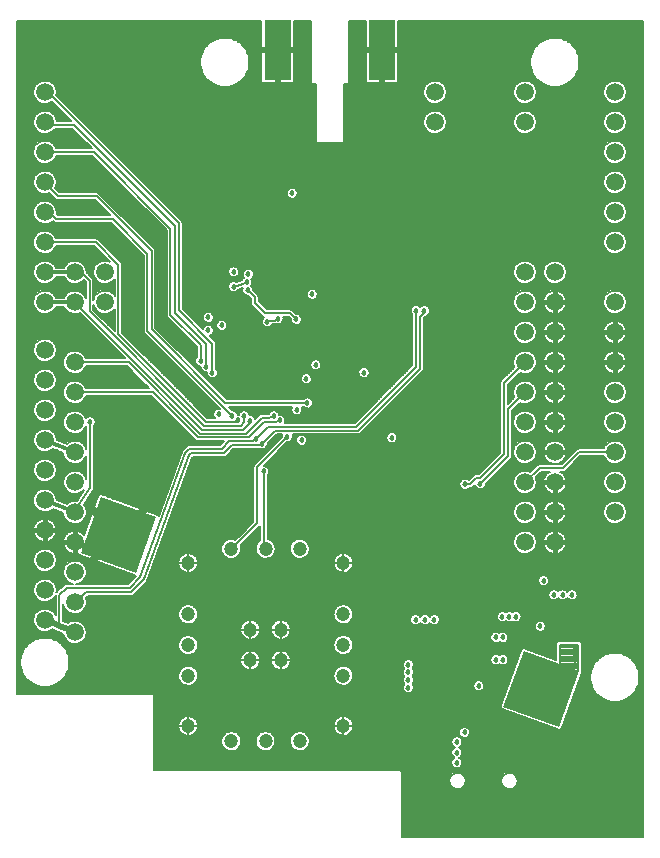
<source format=gbl>
G04 DipTrace 2.3.1.0*
%INBottom.gbr*%
%MOMM*%
%ADD13C,0.153*%
%ADD14C,0.3*%
%ADD15C,0.5*%
%ADD16C,0.4*%
%ADD19C,0.2*%
%ADD20C,0.16*%
%ADD21C,0.7*%
%ADD36C,1.5*%
%ADD38C,1.2*%
%ADD39R,2.286X5.08*%
%ADD62C,0.458*%
%ADD64C,0.636*%
%FSLAX53Y53*%
G04*
G71*
G90*
G75*
G01*
%LNBottom*%
%LPD*%
X15410Y35400D2*
D15*
X17500Y34450D1*
D14*
X19099Y36016D1*
X31700Y54075D2*
D13*
X31900Y54175D1*
X32350D1*
X32600Y54325D1*
X29950Y57400D2*
X29650Y57300D1*
X28850Y57050D1*
X27050Y49750D2*
Y52200D1*
X24200Y55050D1*
Y62450D1*
X13150Y73500D1*
X12870D1*
Y63340D2*
Y63150D1*
X13450D1*
X13850Y62750D1*
X18600D1*
X21550Y59800D1*
Y53300D1*
X28750Y46100D1*
X31400Y41400D2*
Y34850D1*
X31550D1*
X26050Y50750D2*
Y52100D1*
X23500Y54650D1*
Y61950D1*
X17000Y68450D1*
X12900D1*
X12870Y68420D1*
X26550Y50250D2*
Y52150D1*
X23850Y54850D1*
Y62200D1*
X15300Y70750D1*
X13080D1*
X12870Y70960D1*
X16700Y45600D2*
D19*
Y40000D1*
X15750Y38600D1*
D13*
X15400Y37950D1*
X15410Y37940D1*
D14*
X13450Y38700D1*
D13*
X12870Y38956D1*
X15410Y43020D2*
D14*
X13500Y43800D1*
D13*
X12870Y44036D1*
Y60800D2*
X17200D1*
X19100Y58900D1*
Y53000D1*
X26500Y45600D1*
X29250D1*
X29240Y45720D1*
X29070D1*
X28950Y45600D1*
X15410Y58260D2*
D14*
X12870D1*
X29750Y46100D2*
D13*
Y45550D1*
X29450Y45250D1*
X26350D1*
X16650Y54950D1*
Y57550D1*
X15940Y58260D1*
X15410D1*
Y55720D2*
D14*
X12870D1*
X15410D2*
D13*
Y55690D1*
X26180Y44920D1*
X29640D1*
X30250Y45500D1*
Y45700D1*
X44300Y55000D2*
Y50250D1*
X39250Y45200D1*
X31800D1*
X30750Y44150D1*
X12870Y28796D2*
D15*
X13800Y28450D1*
X14097Y28332D1*
D13*
Y30947D1*
X14700Y31550D1*
X20050D1*
X20950Y32450D1*
X24750Y42950D1*
X25100Y43300D1*
X27850D1*
X28500Y43950D1*
X30450D1*
X30650Y44150D1*
X30750D1*
X14097Y28332D2*
D15*
X14550Y28150D1*
X15410Y27780D1*
X45000Y55000D2*
D13*
Y54850D1*
X44650Y54500D1*
Y50100D1*
X39400Y44850D1*
X32350D1*
X31250Y43750D1*
X31197D1*
X31017Y43605D1*
X28705D1*
X28050Y42950D1*
X25250D1*
X25050Y42750D1*
X21250Y32250D1*
X20200Y31200D1*
X16350D1*
X15440Y30290D1*
X15410Y30320D1*
X32250Y46100D2*
X31879Y45950D1*
X31250D1*
X29900Y44600D1*
X26000D1*
X19950Y50650D1*
X15420D1*
X15410Y50640D1*
X32750Y45720D2*
X32404Y45600D1*
X31450D1*
X30130Y44280D1*
X25820D1*
X22000Y48100D1*
X15410D1*
X12870Y65880D2*
Y65780D1*
X13950Y64700D1*
X17250D1*
X21900Y60050D1*
Y53450D1*
X28150Y47200D1*
X35100D1*
X33400Y44350D2*
X30850Y41800D1*
Y37000D1*
X28650Y34800D1*
Y34850D1*
X34150Y54275D2*
X33630Y54795D1*
X31520D1*
X30640Y55675D1*
Y56155D1*
X30040Y56755D1*
X49750Y40350D2*
X52100Y42700D1*
Y46690D1*
X53510Y48100D1*
X48437Y40313D2*
X48863D1*
X49400Y40850D1*
X49750D1*
X51750Y42850D1*
Y48880D1*
X53510Y50640D1*
X47750Y17600D2*
X47850Y17500D1*
X53510Y40480D2*
X53530D1*
X54750Y41700D1*
X56750D1*
X58070Y43020D1*
X61130D1*
D62*
X37850Y50200D3*
X33950Y58725D3*
X36200Y44350D3*
X49600Y19800D3*
X27600Y43800D3*
X55350Y25950D3*
X31700Y54075D3*
X32600Y54325D3*
X29950Y57400D3*
X28850Y57050D3*
X43650Y24400D3*
Y25050D3*
Y23750D3*
Y23100D3*
X54800Y28300D3*
X27050Y49750D3*
X28750Y46100D3*
X31400Y41400D3*
X28750Y46100D3*
X26050Y50750D3*
X26550Y50250D3*
X16700Y45600D3*
X29240Y45720D3*
X29750Y46100D3*
X30250Y45700D3*
X44300Y55000D3*
X30750Y44150D3*
X45000Y55000D3*
X31250Y43750D3*
X32250Y46100D3*
X32750Y45720D3*
X35100Y47200D3*
X33400Y44350D3*
X35100Y47200D3*
X35000Y49250D3*
X34150Y54275D3*
X30040Y56755D3*
D3*
X49750Y40350D3*
X48437Y40313D3*
X47750Y17600D3*
X49600Y23250D3*
X48400Y19300D3*
X47750Y16750D3*
Y18500D3*
X51650Y25450D3*
X51050D3*
X51650Y27350D3*
X51050D3*
X27850Y53775D3*
X30096Y58084D3*
X35800Y50425D3*
X27600Y46250D3*
X39885Y49765D3*
X34200Y46625D3*
X34600Y44050D3*
X26700Y53350D3*
Y54440D3*
X28850Y58300D3*
X35500Y56400D3*
X33800Y64950D3*
X42250Y44250D3*
D64*
X28750Y52275D3*
X33250D3*
X29850D3*
X31000D3*
D62*
X51800Y55950D3*
X43950D3*
X54750Y67100D3*
D64*
X28750Y49125D3*
X33250D3*
X29850D3*
X31000D3*
X28750Y47775D3*
X33250D3*
X29850D3*
X31000D3*
X31650Y57775D3*
X32550D3*
X33450D3*
X31650Y56875D3*
X32550D3*
X33450D3*
X31650Y55975D3*
X32550D3*
X33450D3*
D62*
X43950Y62950D3*
X42600Y49850D3*
D64*
X28750Y50475D3*
D62*
X47500Y69200D3*
X44450Y65450D3*
D64*
X33250Y50475D3*
X29850D3*
X31000D3*
X32150Y52275D3*
D62*
X50950Y47000D3*
D64*
X32150Y49125D3*
Y47775D3*
Y50475D3*
D62*
X45600Y67550D3*
X43950Y58300D3*
X50600Y30250D3*
X42300Y23850D3*
X43950Y60700D3*
X47950Y27450D3*
X43650Y21500D3*
X42150Y19550D3*
X29500Y42500D3*
X28700Y30500D3*
X45600Y21500D3*
X46700Y47950D3*
X52400Y67000D3*
X43650Y19550D3*
X20850Y35450D3*
X57350Y72300D3*
X51900Y61450D3*
X45500Y53850D3*
X39750Y42500D3*
X45600Y19550D3*
X29300Y32400D3*
X50250Y51000D3*
X37750Y42500D3*
X49550Y42450D3*
X47050D3*
X43400Y43400D3*
X32600Y42500D3*
X36950Y47400D3*
X43450Y47000D3*
X35150Y42500D3*
X59500Y29650D3*
X58800Y23000D3*
X50250Y59650D3*
X61000Y21000D3*
X53900Y19650D3*
X58200Y21000D3*
X47150Y60250D3*
Y57150D3*
X33550Y30500D3*
X35750D3*
X52000Y58750D3*
X54750Y72300D3*
X35800Y28000D3*
X38000D3*
X35800Y25400D3*
X37100Y22200D3*
X48450Y53750D3*
X31500Y21900D3*
X34750Y21100D3*
X39050Y61000D3*
Y62000D3*
X39100Y22200D3*
X39050Y64000D3*
Y60000D3*
Y63000D3*
X17550Y35300D3*
X49950Y48550D3*
X34750Y23200D3*
X60200Y59850D3*
X47100Y54050D3*
X54750Y62050D3*
X60200Y64650D3*
Y67100D3*
Y72300D3*
X39050Y68000D3*
X41000Y53000D3*
X50100Y66250D3*
X59400Y39100D3*
X49950Y56600D3*
X12000Y23000D3*
X49300Y46000D3*
X45700Y61850D3*
X49850Y53400D3*
X37800Y68000D3*
X60200Y62050D3*
X18250Y37550D3*
X17000Y33000D3*
X48500Y56900D3*
X16800Y49550D3*
X26650Y31400D3*
X37400Y39450D3*
X31200Y30500D3*
X25300Y48850D3*
X37400Y37100D3*
X24200Y44800D3*
X16800Y47150D3*
X14250Y34500D3*
Y44850D3*
X24200Y43000D3*
X26250Y47000D3*
X38200Y31200D3*
X42550Y32550D3*
X44350Y31300D3*
X26250Y42300D3*
X43200Y30100D3*
X24150Y37100D3*
X14800Y29100D3*
X26400Y35750D3*
X40600Y31250D3*
X40950Y33550D3*
X39850Y35550D3*
X37400D3*
X42150Y21500D3*
X23500Y17800D3*
X25000D3*
X30000D3*
X33000D3*
X30000Y19800D3*
X33000D3*
X27000Y17800D3*
X27400Y22000D3*
X28500Y20900D3*
X30200Y23200D3*
X32400D3*
X33100Y21900D3*
X42000Y17800D3*
X25550Y22000D3*
X23750D3*
X55800Y16900D3*
Y12900D3*
X24950Y39250D3*
X29400Y37100D3*
X26950Y37850D3*
X29400Y39450D3*
X15350Y24600D3*
X14250Y32100D3*
X42800Y27000D3*
X33400Y37100D3*
X57750Y25000D3*
X44250Y28850D3*
X45050D3*
X45850D3*
X16750Y53000D3*
X57750Y26500D3*
X45050Y26950D3*
X45950D3*
X52200Y29100D3*
X51600D3*
X52750D3*
X57750Y25750D3*
X14800Y41800D3*
X41400Y36200D3*
Y39450D3*
X19500Y32350D3*
X54600Y29950D3*
X46400Y34350D3*
X55950Y30950D3*
X14250Y37200D3*
X57500Y30950D3*
X55100Y32150D3*
X56700Y30950D3*
X53700Y29950D3*
X31800Y32400D3*
X46750Y31050D3*
X28100Y60500D3*
X44200Y33450D3*
X45050Y39450D3*
X14200Y49750D3*
X47900Y24350D3*
Y21100D3*
X50150Y27450D3*
Y24850D3*
X40600Y29050D3*
X51050Y20150D3*
X51100Y23000D3*
X48750Y32000D3*
X14250Y39650D3*
X27750Y41000D3*
X40600Y27050D3*
X21000Y47500D3*
X14200Y53000D3*
X19650Y57150D3*
X17750Y61750D3*
X20000Y67400D3*
X19500Y46000D3*
X41000Y54000D3*
X16700Y59600D3*
X38550Y56450D3*
X19900Y60050D3*
X16650Y63700D3*
X22750Y57000D3*
X19600Y64050D3*
X18000Y65700D3*
X14250Y59600D3*
X38000Y17800D3*
X22750Y59000D3*
X15000Y23000D3*
X40600Y23050D3*
X13000Y23000D3*
X40600Y21050D3*
X44000Y17800D3*
X36000D3*
X14000Y23000D3*
X16000D3*
X34450Y32400D3*
X46100Y15400D3*
X52050Y64350D3*
X40600Y25000D3*
Y19000D3*
X50000Y15400D3*
X54100D3*
X54750Y64650D3*
X48000Y13000D3*
X52000D3*
X49650Y62650D3*
X57000Y10700D3*
X59000D3*
X61000D3*
X50000Y13000D3*
X18550Y51400D3*
X18350Y54250D3*
X22750Y55200D3*
Y60900D3*
X23300Y53400D3*
X14250Y57000D3*
X21150Y62500D3*
X47750Y49850D3*
X57400Y64650D3*
X48500Y67600D3*
X37650Y56450D3*
X59550Y34300D3*
X47050Y44900D3*
X57350Y69650D3*
X14250Y55000D3*
X38850Y46400D3*
X33400Y39450D3*
X57350Y62050D3*
X36000Y69000D3*
X19400Y49600D3*
X43400Y37350D3*
X48600Y59950D3*
X51650Y49950D3*
Y53200D3*
X47750Y63750D3*
X57550Y59850D3*
X43650Y53000D3*
X54800Y59850D3*
X38550Y55450D3*
X35050Y58500D3*
X58050Y28200D3*
X60200Y69650D3*
X51450Y32850D3*
X51400Y36450D3*
X14200Y47250D3*
X49400Y35100D3*
X54750Y33700D3*
X47400Y37100D3*
X45100Y49850D3*
X46050Y64150D3*
X46950Y66000D3*
X50800Y68650D3*
X45700Y56450D3*
X54750Y69650D3*
X39050Y65000D3*
Y67000D3*
Y66000D3*
X41000Y61000D3*
X45700Y59150D3*
X59400Y44200D3*
Y42100D3*
Y36300D3*
X41000Y62000D3*
Y64000D3*
X50950Y43750D3*
X19750Y39400D3*
X59650Y32200D3*
X57350Y67150D3*
X41000Y60000D3*
Y63000D3*
Y68000D3*
Y65000D3*
Y67000D3*
Y66000D3*
X40100Y55450D3*
Y56450D3*
Y58450D3*
X41000Y55000D3*
X40100Y57450D3*
X41000Y59000D3*
Y56000D3*
Y58000D3*
Y57000D3*
X36100Y60600D3*
X35050Y59550D3*
X36100Y59150D3*
X34800Y62000D3*
Y64000D3*
Y63000D3*
X34400Y61200D3*
X34800Y65000D3*
X33800Y66000D3*
X34800D3*
X31800D3*
X32800D3*
X30450Y64400D3*
X31450D3*
X28450D3*
X29450D3*
X35000Y68000D3*
X36000D3*
X33000D3*
X34000D3*
X40700Y69000D3*
X39050Y70000D3*
X40050D3*
X38350Y71000D3*
X29950Y61400D3*
X38350Y72000D3*
Y74000D3*
Y73000D3*
X35650Y71000D3*
Y72000D3*
Y74000D3*
Y73000D3*
X34750Y75000D3*
Y79000D3*
X31800Y61400D3*
X30850D3*
X34750Y77000D3*
X39200Y75000D3*
Y79000D3*
Y77000D3*
X30900Y75000D3*
Y79000D3*
Y77000D3*
X43100Y75000D3*
Y79000D3*
Y77000D3*
X34000Y69400D3*
Y73400D3*
Y71400D3*
X32000Y69400D3*
Y73400D3*
Y71400D3*
X30000Y69400D3*
Y73400D3*
Y71400D3*
X28000Y69400D3*
Y73400D3*
X26000Y71400D3*
X24000Y69400D3*
Y73400D3*
X22000Y71400D3*
X20000Y69400D3*
Y73400D3*
X25000Y75000D3*
Y79000D3*
X23000D3*
Y77000D3*
X21000Y75000D3*
Y79000D3*
X19000D3*
Y77000D3*
X17000Y75000D3*
Y79000D3*
X15000D3*
Y77000D3*
X29000Y79000D3*
X27000D3*
X22000Y65400D3*
X16000Y65700D3*
X28550Y54500D3*
X22000Y46000D3*
X13000Y75000D3*
Y79000D3*
X11000Y75000D3*
Y79000D3*
Y77000D3*
Y69000D3*
Y73000D3*
Y71000D3*
Y63000D3*
Y67000D3*
Y65000D3*
Y57000D3*
Y61000D3*
Y59000D3*
Y51000D3*
Y55000D3*
Y53000D3*
Y45000D3*
Y49000D3*
Y47000D3*
Y39000D3*
Y43000D3*
Y41000D3*
Y33000D3*
Y37000D3*
Y35000D3*
Y27000D3*
Y31000D3*
Y29000D3*
X15350Y26300D3*
X10700Y24500D3*
X11000Y23000D3*
X63000Y75000D3*
Y79000D3*
Y77000D3*
Y69000D3*
Y73000D3*
Y71000D3*
Y63000D3*
Y67000D3*
Y65000D3*
Y57000D3*
Y61000D3*
Y59000D3*
Y51000D3*
Y55000D3*
Y53000D3*
Y45000D3*
Y49000D3*
Y47000D3*
Y39000D3*
Y43000D3*
Y41000D3*
Y33000D3*
Y37000D3*
Y35000D3*
Y27000D3*
Y31000D3*
Y29000D3*
X63150Y25000D3*
Y23000D3*
X63000Y17000D3*
Y21000D3*
Y19000D3*
Y11000D3*
Y15000D3*
Y13000D3*
X61200Y58250D3*
X59400Y53000D3*
Y57000D3*
Y55000D3*
Y47000D3*
Y51000D3*
Y49000D3*
X25000Y61500D3*
X24600Y65400D3*
X28100Y62550D3*
X25000Y55500D3*
Y59500D3*
Y57500D3*
X27000Y61500D3*
Y65500D3*
Y63500D3*
Y55500D3*
Y59500D3*
Y57500D3*
X24000Y63400D3*
X30000Y66000D3*
X59000Y79000D3*
Y77000D3*
X27800Y26400D3*
X57000Y79000D3*
X27850Y28800D3*
X55000Y79000D3*
X24400Y31400D3*
X53000Y75000D3*
Y79000D3*
X51000D3*
Y77000D3*
X49000Y75000D3*
Y79000D3*
X47000D3*
Y77000D3*
X45000Y75000D3*
Y79000D3*
X42500Y63000D3*
Y67000D3*
Y65000D3*
Y57400D3*
Y61400D3*
Y59400D3*
X49000Y73000D3*
Y71000D3*
X47350Y73000D3*
Y71000D3*
X45000Y69000D3*
X51000Y73000D3*
Y71000D3*
X43000Y69000D3*
Y73000D3*
Y71000D3*
X14250Y61700D3*
X41000Y73000D3*
Y71000D3*
X61000Y75000D3*
Y79000D3*
X42500Y55400D3*
Y53400D3*
X18000Y71400D3*
X15800Y69400D3*
X16000Y73400D3*
X14250Y69400D3*
Y73400D3*
Y71400D3*
Y63700D3*
Y67400D3*
Y65700D3*
X32000Y67400D3*
X30000D3*
X28000D3*
X26000D3*
X22000D3*
X23450Y49950D3*
X21400Y52100D3*
X16000Y67400D3*
X20350Y54250D3*
X18000Y23000D3*
X21000D3*
X19000D3*
X20000D3*
X22000D3*
X17000D3*
X43500Y14500D3*
X22500Y16500D3*
Y18500D3*
X43500Y13500D3*
X22500Y17500D3*
Y22500D3*
Y19500D3*
Y21500D3*
Y20500D3*
X43500Y12500D3*
Y11500D3*
X24500Y16500D3*
X25500D3*
X26500D3*
X23500D3*
X30500D3*
X33500D3*
X31500D3*
X32500D3*
X34500D3*
X43500Y10700D3*
X37500Y16500D3*
X35500D3*
X36500D3*
X38500D3*
X40000Y17800D3*
X40500Y16500D3*
X43500D3*
X41500D3*
X42500D3*
X43500Y15500D3*
X39500Y16500D3*
X22000Y42950D3*
X17500Y44000D3*
X19250Y26000D3*
X17000D3*
X22000Y38850D3*
X19750Y42400D3*
X21500Y26600D3*
Y30600D3*
X17500Y40000D3*
X21500Y28600D3*
X19250Y30000D3*
X21500Y24600D3*
X17000Y30000D3*
Y28000D3*
X19250D3*
X17000Y24000D3*
X19250D3*
X55000Y10700D3*
X61000Y19000D3*
X59000Y17000D3*
X53000Y10700D3*
X51000D3*
X57000Y19000D3*
X49000Y10700D3*
X61000Y15000D3*
X59000Y13000D3*
X47000Y10700D3*
X45000D3*
X57000Y15000D3*
X56520Y26503D2*
D19*
X57980D1*
X56520Y26307D2*
X57980D1*
X56520Y26110D2*
X57980D1*
X56520Y25913D2*
X57980D1*
X56520Y25717D2*
X57980D1*
X56520Y25520D2*
X57980D1*
X56520Y25323D2*
X57980D1*
X56520Y25127D2*
X57980D1*
X56520Y24930D2*
X57980D1*
X56520Y24733D2*
X57980D1*
X56747Y24537D2*
X57980D1*
X57281Y24340D2*
X57910D1*
X57900Y26700D2*
X56500D1*
Y24622D1*
X57467Y24265D1*
X57844Y24130D1*
X58000Y24520D1*
Y26700D1*
X57900D1*
X10496Y79363D2*
D20*
X31175D1*
X33985D2*
X35375D1*
X38625D2*
X40015D1*
X42825D2*
X63505D1*
X10496Y79207D2*
X31175D1*
X33985D2*
X35375D1*
X38625D2*
X40015D1*
X42825D2*
X63505D1*
X10496Y79050D2*
X31175D1*
X33985D2*
X35375D1*
X38625D2*
X40015D1*
X42825D2*
X63505D1*
X10496Y78893D2*
X31175D1*
X33985D2*
X35375D1*
X38625D2*
X40015D1*
X42825D2*
X63505D1*
X10496Y78737D2*
X31175D1*
X33985D2*
X35375D1*
X38625D2*
X40015D1*
X42825D2*
X63505D1*
X10496Y78580D2*
X31175D1*
X33985D2*
X35375D1*
X38625D2*
X40015D1*
X42825D2*
X63505D1*
X10496Y78423D2*
X31175D1*
X33985D2*
X35375D1*
X38625D2*
X40015D1*
X42825D2*
X63505D1*
X10496Y78267D2*
X31175D1*
X33985D2*
X35375D1*
X38625D2*
X40015D1*
X42825D2*
X63505D1*
X10496Y78110D2*
X27863D1*
X28357D2*
X31175D1*
X33985D2*
X35375D1*
X38625D2*
X40015D1*
X42825D2*
X55803D1*
X56297D2*
X63505D1*
X10496Y77953D2*
X27270D1*
X28950D2*
X31175D1*
X33985D2*
X35375D1*
X38625D2*
X40015D1*
X42825D2*
X55210D1*
X56890D2*
X63505D1*
X10496Y77797D2*
X26975D1*
X29245D2*
X31175D1*
X33985D2*
X35375D1*
X38625D2*
X40015D1*
X42825D2*
X54915D1*
X57185D2*
X63505D1*
X10496Y77640D2*
X26760D1*
X29460D2*
X31175D1*
X33985D2*
X35375D1*
X38625D2*
X40015D1*
X42825D2*
X54700D1*
X57400D2*
X63505D1*
X10496Y77483D2*
X26593D1*
X29627D2*
X31175D1*
X33985D2*
X35375D1*
X38625D2*
X40015D1*
X42825D2*
X54533D1*
X57567D2*
X63505D1*
X10496Y77327D2*
X26455D1*
X29765D2*
X31175D1*
X33985D2*
X35375D1*
X38625D2*
X40015D1*
X42825D2*
X54395D1*
X57705D2*
X63505D1*
X10496Y77170D2*
X26345D1*
X29875D2*
X31175D1*
X33985D2*
X35375D1*
X38625D2*
X40015D1*
X42825D2*
X54285D1*
X57815D2*
X63505D1*
X10496Y77013D2*
X26253D1*
X29967D2*
X31175D1*
X33985D2*
X35375D1*
X38625D2*
X40015D1*
X42825D2*
X54193D1*
X57907D2*
X63505D1*
X10496Y76857D2*
X26178D1*
X30042D2*
X31175D1*
X33985D2*
X35375D1*
X38625D2*
X40015D1*
X42825D2*
X54118D1*
X57982D2*
X63505D1*
X10496Y76700D2*
X26118D1*
X30102D2*
X31175D1*
X33985D2*
X35375D1*
X38625D2*
X40015D1*
X42825D2*
X54058D1*
X58042D2*
X63505D1*
X10496Y76543D2*
X26073D1*
X30147D2*
X31175D1*
X33985D2*
X35375D1*
X38625D2*
X40015D1*
X42825D2*
X54013D1*
X58087D2*
X63505D1*
X10496Y76387D2*
X26040D1*
X30180D2*
X31175D1*
X33985D2*
X35375D1*
X38625D2*
X40015D1*
X42825D2*
X53980D1*
X58120D2*
X63505D1*
X10496Y76230D2*
X26020D1*
X30200D2*
X31175D1*
X33985D2*
X35375D1*
X38625D2*
X40015D1*
X42825D2*
X53960D1*
X58140D2*
X63505D1*
X10496Y76073D2*
X26010D1*
X30210D2*
X31175D1*
X33985D2*
X35375D1*
X38625D2*
X40015D1*
X42825D2*
X53950D1*
X58150D2*
X63505D1*
X10496Y75917D2*
X26015D1*
X30205D2*
X31175D1*
X33985D2*
X35375D1*
X38625D2*
X40015D1*
X42825D2*
X53955D1*
X58145D2*
X63505D1*
X10496Y75760D2*
X26030D1*
X30190D2*
X31175D1*
X33985D2*
X35375D1*
X38625D2*
X40015D1*
X42825D2*
X53970D1*
X58130D2*
X63505D1*
X10496Y75603D2*
X26058D1*
X30162D2*
X31175D1*
X33985D2*
X35375D1*
X38625D2*
X40015D1*
X42825D2*
X53998D1*
X58102D2*
X63505D1*
X10496Y75447D2*
X26098D1*
X30122D2*
X31175D1*
X33985D2*
X35375D1*
X38625D2*
X40015D1*
X42825D2*
X54038D1*
X58062D2*
X63505D1*
X10496Y75290D2*
X26150D1*
X30070D2*
X31175D1*
X33985D2*
X35375D1*
X38625D2*
X40015D1*
X42825D2*
X54090D1*
X58010D2*
X63505D1*
X10496Y75133D2*
X26218D1*
X30002D2*
X31175D1*
X33985D2*
X35375D1*
X38625D2*
X40015D1*
X42825D2*
X54158D1*
X57942D2*
X63505D1*
X10496Y74977D2*
X26303D1*
X29917D2*
X31175D1*
X33985D2*
X35375D1*
X38625D2*
X40015D1*
X42825D2*
X54243D1*
X57857D2*
X63505D1*
X10496Y74820D2*
X26405D1*
X29815D2*
X31175D1*
X33985D2*
X35375D1*
X38625D2*
X40015D1*
X42825D2*
X54345D1*
X57755D2*
X63505D1*
X10496Y74663D2*
X26530D1*
X29690D2*
X31175D1*
X33985D2*
X35375D1*
X38625D2*
X40015D1*
X42825D2*
X54470D1*
X57630D2*
X63505D1*
X10496Y74507D2*
X26685D1*
X29535D2*
X31175D1*
X33985D2*
X35375D1*
X38625D2*
X40015D1*
X42825D2*
X54625D1*
X57475D2*
X63505D1*
X10496Y74350D2*
X12335D1*
X13405D2*
X26875D1*
X29345D2*
X31175D1*
X33985D2*
X35375D1*
X38625D2*
X40015D1*
X42825D2*
X45355D1*
X46425D2*
X52975D1*
X54045D2*
X54815D1*
X57285D2*
X60595D1*
X61665D2*
X63505D1*
X10496Y74193D2*
X12138D1*
X13602D2*
X27130D1*
X29090D2*
X35503D1*
X38497D2*
X45158D1*
X46622D2*
X52778D1*
X54242D2*
X55070D1*
X57030D2*
X60398D1*
X61862D2*
X63505D1*
X10496Y74037D2*
X12015D1*
X13725D2*
X27523D1*
X28697D2*
X35775D1*
X38225D2*
X45035D1*
X46745D2*
X52655D1*
X54365D2*
X55463D1*
X56637D2*
X60275D1*
X61985D2*
X63505D1*
X10496Y73880D2*
X11933D1*
X13807D2*
X35775D1*
X38225D2*
X44953D1*
X46827D2*
X52573D1*
X54447D2*
X60193D1*
X62067D2*
X63505D1*
X10496Y73723D2*
X11883D1*
X13857D2*
X35775D1*
X38225D2*
X44903D1*
X46877D2*
X52523D1*
X54497D2*
X60143D1*
X62117D2*
X63505D1*
X10496Y73567D2*
X11860D1*
X13880D2*
X35775D1*
X38225D2*
X44880D1*
X46900D2*
X52500D1*
X54520D2*
X60120D1*
X62140D2*
X63505D1*
X10496Y73410D2*
X11863D1*
X13877D2*
X35775D1*
X38225D2*
X44883D1*
X46897D2*
X52503D1*
X54517D2*
X60123D1*
X62137D2*
X63505D1*
X10496Y73253D2*
X11888D1*
X13870D2*
X35775D1*
X38225D2*
X44908D1*
X46872D2*
X52528D1*
X54492D2*
X60148D1*
X62112D2*
X63505D1*
X10496Y73097D2*
X11943D1*
X14025D2*
X35775D1*
X38225D2*
X44963D1*
X46817D2*
X52583D1*
X54437D2*
X60203D1*
X62057D2*
X63505D1*
X10496Y72940D2*
X12030D1*
X14182D2*
X35775D1*
X38225D2*
X45050D1*
X46730D2*
X52670D1*
X54350D2*
X60290D1*
X61970D2*
X63505D1*
X10496Y72783D2*
X12163D1*
X14340D2*
X35775D1*
X38225D2*
X45183D1*
X46597D2*
X52803D1*
X54217D2*
X60423D1*
X61837D2*
X63505D1*
X10496Y72627D2*
X12375D1*
X13365D2*
X13550D1*
X14495D2*
X35775D1*
X38225D2*
X45395D1*
X46385D2*
X53015D1*
X54005D2*
X60635D1*
X61625D2*
X63505D1*
X10496Y72470D2*
X13708D1*
X14652D2*
X35775D1*
X38225D2*
X63505D1*
X10496Y72313D2*
X13865D1*
X14810D2*
X35775D1*
X38225D2*
X63505D1*
X10496Y72157D2*
X14020D1*
X14965D2*
X35775D1*
X38225D2*
X63505D1*
X10496Y72000D2*
X14178D1*
X15122D2*
X35775D1*
X38225D2*
X63505D1*
X10496Y71843D2*
X12393D1*
X13347D2*
X14335D1*
X15280D2*
X35775D1*
X38225D2*
X45413D1*
X46367D2*
X53033D1*
X53987D2*
X60653D1*
X61607D2*
X63505D1*
X10496Y71687D2*
X12173D1*
X13567D2*
X14490D1*
X15435D2*
X35775D1*
X38225D2*
X45193D1*
X46587D2*
X52813D1*
X54207D2*
X60433D1*
X61827D2*
X63505D1*
X10496Y71530D2*
X12038D1*
X13702D2*
X14648D1*
X15592D2*
X35775D1*
X38225D2*
X45058D1*
X46722D2*
X52678D1*
X54342D2*
X60298D1*
X61962D2*
X63505D1*
X10496Y71373D2*
X11948D1*
X13792D2*
X14805D1*
X15750D2*
X35775D1*
X38225D2*
X44968D1*
X46812D2*
X52588D1*
X54432D2*
X60208D1*
X62052D2*
X63505D1*
X10496Y71217D2*
X11893D1*
X13847D2*
X14960D1*
X15905D2*
X35775D1*
X38225D2*
X44913D1*
X46867D2*
X52533D1*
X54487D2*
X60153D1*
X62107D2*
X63505D1*
X10496Y71060D2*
X11863D1*
X16062D2*
X35775D1*
X38225D2*
X44883D1*
X46897D2*
X52503D1*
X54517D2*
X60123D1*
X62137D2*
X63505D1*
X10496Y70903D2*
X11860D1*
X16220D2*
X35775D1*
X38225D2*
X44880D1*
X46900D2*
X52500D1*
X54520D2*
X60120D1*
X62140D2*
X63505D1*
X10496Y70747D2*
X11880D1*
X16375D2*
X35775D1*
X38225D2*
X44900D1*
X46880D2*
X52520D1*
X54500D2*
X60140D1*
X62120D2*
X63505D1*
X10496Y70590D2*
X11930D1*
X16532D2*
X35775D1*
X38225D2*
X44950D1*
X46830D2*
X52570D1*
X54450D2*
X60190D1*
X62070D2*
X63505D1*
X10496Y70433D2*
X12008D1*
X16690D2*
X35775D1*
X38225D2*
X45028D1*
X46752D2*
X52648D1*
X54372D2*
X60268D1*
X61992D2*
X63505D1*
X10496Y70277D2*
X12130D1*
X13610D2*
X15300D1*
X16845D2*
X35775D1*
X38225D2*
X45150D1*
X46630D2*
X52770D1*
X54250D2*
X60390D1*
X61870D2*
X63505D1*
X10496Y70120D2*
X12318D1*
X13422D2*
X15458D1*
X17002D2*
X35775D1*
X38225D2*
X45338D1*
X46442D2*
X52958D1*
X54062D2*
X60578D1*
X61682D2*
X63505D1*
X10496Y69963D2*
X15615D1*
X17160D2*
X35775D1*
X38225D2*
X63505D1*
X10496Y69807D2*
X15770D1*
X17315D2*
X35775D1*
X38225D2*
X63505D1*
X10496Y69650D2*
X15928D1*
X17472D2*
X35775D1*
X38225D2*
X63505D1*
X10496Y69493D2*
X16085D1*
X17630D2*
X35775D1*
X38225D2*
X63505D1*
X10496Y69337D2*
X12465D1*
X13275D2*
X16240D1*
X17785D2*
X35775D1*
X38225D2*
X60725D1*
X61535D2*
X63505D1*
X10496Y69180D2*
X12210D1*
X13530D2*
X16398D1*
X17942D2*
X60470D1*
X61790D2*
X63505D1*
X10496Y69023D2*
X12060D1*
X13680D2*
X16555D1*
X18100D2*
X60320D1*
X61940D2*
X63505D1*
X10496Y68867D2*
X11963D1*
X13777D2*
X16710D1*
X18255D2*
X60223D1*
X62037D2*
X63505D1*
X10496Y68710D2*
X11900D1*
X18412D2*
X60160D1*
X62100D2*
X63505D1*
X10496Y68553D2*
X11868D1*
X18570D2*
X60128D1*
X62132D2*
X63505D1*
X10496Y68397D2*
X11858D1*
X18725D2*
X60118D1*
X62142D2*
X63505D1*
X10496Y68240D2*
X11875D1*
X18882D2*
X60135D1*
X62125D2*
X63505D1*
X10496Y68083D2*
X11918D1*
X13822D2*
X16895D1*
X19040D2*
X60178D1*
X62082D2*
X63505D1*
X10496Y67927D2*
X11988D1*
X13752D2*
X17050D1*
X19195D2*
X60248D1*
X62012D2*
X63505D1*
X10496Y67770D2*
X12100D1*
X13640D2*
X17208D1*
X19352D2*
X60360D1*
X61900D2*
X63505D1*
X10496Y67613D2*
X12270D1*
X13470D2*
X17365D1*
X19510D2*
X60530D1*
X61730D2*
X63505D1*
X10496Y67457D2*
X12600D1*
X13140D2*
X17520D1*
X19665D2*
X60860D1*
X61400D2*
X63505D1*
X10496Y67300D2*
X17678D1*
X19822D2*
X63505D1*
X10496Y67143D2*
X17835D1*
X19980D2*
X63505D1*
X10496Y66987D2*
X17990D1*
X20135D2*
X63505D1*
X10496Y66830D2*
X12555D1*
X13185D2*
X18148D1*
X20292D2*
X60815D1*
X61445D2*
X63505D1*
X10496Y66673D2*
X12253D1*
X13487D2*
X18305D1*
X20450D2*
X60513D1*
X61747D2*
X63505D1*
X10496Y66517D2*
X12088D1*
X13652D2*
X18460D1*
X20605D2*
X60348D1*
X61912D2*
X63505D1*
X10496Y66360D2*
X11980D1*
X13760D2*
X18618D1*
X20762D2*
X60240D1*
X62020D2*
X63505D1*
X10496Y66203D2*
X11913D1*
X13827D2*
X18775D1*
X20920D2*
X60173D1*
X62087D2*
X63505D1*
X10496Y66047D2*
X11873D1*
X13867D2*
X18930D1*
X21075D2*
X60133D1*
X62127D2*
X63505D1*
X10496Y65890D2*
X11858D1*
X13882D2*
X19088D1*
X21232D2*
X60118D1*
X62142D2*
X63505D1*
X10496Y65733D2*
X11868D1*
X13872D2*
X19245D1*
X21390D2*
X60128D1*
X62132D2*
X63505D1*
X10496Y65577D2*
X11905D1*
X13835D2*
X19400D1*
X21545D2*
X60165D1*
X62095D2*
X63505D1*
X10496Y65420D2*
X11970D1*
X13770D2*
X19558D1*
X21702D2*
X33715D1*
X33885D2*
X60230D1*
X62030D2*
X63505D1*
X10496Y65263D2*
X12073D1*
X13860D2*
X19715D1*
X21860D2*
X33428D1*
X34172D2*
X60333D1*
X61927D2*
X63505D1*
X10496Y65107D2*
X12225D1*
X14015D2*
X19870D1*
X22015D2*
X33335D1*
X34265D2*
X60485D1*
X61775D2*
X63505D1*
X10496Y64950D2*
X12498D1*
X17470D2*
X20028D1*
X22172D2*
X33308D1*
X34292D2*
X60758D1*
X61502D2*
X63505D1*
X10496Y64793D2*
X13385D1*
X17630D2*
X20185D1*
X22330D2*
X33335D1*
X34265D2*
X63505D1*
X10496Y64637D2*
X13540D1*
X17785D2*
X20340D1*
X22485D2*
X33428D1*
X34172D2*
X63505D1*
X10496Y64480D2*
X13698D1*
X17942D2*
X20498D1*
X22642D2*
X33715D1*
X33885D2*
X63505D1*
X10496Y64323D2*
X12695D1*
X13045D2*
X17155D1*
X18100D2*
X20655D1*
X22800D2*
X60955D1*
X61305D2*
X63505D1*
X10496Y64167D2*
X12298D1*
X13442D2*
X17310D1*
X18255D2*
X20810D1*
X22955D2*
X60558D1*
X61702D2*
X63505D1*
X10496Y64010D2*
X12118D1*
X13622D2*
X17468D1*
X18412D2*
X20968D1*
X23112D2*
X60378D1*
X61882D2*
X63505D1*
X10496Y63853D2*
X12000D1*
X13740D2*
X17625D1*
X18570D2*
X21125D1*
X23270D2*
X60260D1*
X62000D2*
X63505D1*
X10496Y63697D2*
X11923D1*
X13817D2*
X17780D1*
X18725D2*
X21280D1*
X23425D2*
X60183D1*
X62077D2*
X63505D1*
X10496Y63540D2*
X11878D1*
X13862D2*
X17938D1*
X18882D2*
X21438D1*
X23582D2*
X60138D1*
X62122D2*
X63505D1*
X10496Y63383D2*
X11858D1*
X13882D2*
X18095D1*
X19040D2*
X21595D1*
X23740D2*
X60118D1*
X62142D2*
X63505D1*
X10496Y63227D2*
X11865D1*
X13875D2*
X18250D1*
X19195D2*
X21750D1*
X23895D2*
X60125D1*
X62135D2*
X63505D1*
X10496Y63070D2*
X11895D1*
X19352D2*
X21908D1*
X24052D2*
X60155D1*
X62105D2*
X63505D1*
X10496Y62913D2*
X11953D1*
X19510D2*
X22065D1*
X24210D2*
X60213D1*
X62047D2*
X63505D1*
X10496Y62757D2*
X12048D1*
X19665D2*
X22220D1*
X24365D2*
X60308D1*
X61952D2*
X63505D1*
X10496Y62600D2*
X12188D1*
X19822D2*
X22378D1*
X24502D2*
X60448D1*
X61812D2*
X63505D1*
X10496Y62443D2*
X12420D1*
X13320D2*
X13733D1*
X19980D2*
X22535D1*
X24540D2*
X60680D1*
X61580D2*
X63505D1*
X10496Y62287D2*
X18590D1*
X20135D2*
X22690D1*
X24540D2*
X63505D1*
X10496Y62130D2*
X18748D1*
X20292D2*
X22848D1*
X24540D2*
X63505D1*
X10496Y61973D2*
X18905D1*
X20450D2*
X23005D1*
X24540D2*
X63505D1*
X10496Y61817D2*
X19060D1*
X20605D2*
X23160D1*
X24540D2*
X63505D1*
X10496Y61660D2*
X12350D1*
X13390D2*
X19218D1*
X20762D2*
X23160D1*
X24540D2*
X60610D1*
X61650D2*
X63505D1*
X10496Y61503D2*
X12148D1*
X13592D2*
X19375D1*
X20920D2*
X23160D1*
X24540D2*
X60408D1*
X61852D2*
X63505D1*
X10496Y61347D2*
X12020D1*
X13720D2*
X19530D1*
X21075D2*
X23160D1*
X24540D2*
X60280D1*
X61980D2*
X63505D1*
X10496Y61190D2*
X11938D1*
X13802D2*
X19688D1*
X21232D2*
X23160D1*
X24540D2*
X60198D1*
X62062D2*
X63505D1*
X10496Y61033D2*
X11885D1*
X17440D2*
X19845D1*
X21390D2*
X23160D1*
X24540D2*
X60145D1*
X62115D2*
X63505D1*
X10496Y60877D2*
X11860D1*
X17595D2*
X20000D1*
X21545D2*
X23160D1*
X24540D2*
X60120D1*
X62140D2*
X63505D1*
X10496Y60720D2*
X11860D1*
X17752D2*
X20158D1*
X21702D2*
X23160D1*
X24540D2*
X60120D1*
X62140D2*
X63505D1*
X10496Y60563D2*
X11885D1*
X17910D2*
X20315D1*
X21860D2*
X23160D1*
X24540D2*
X60145D1*
X62115D2*
X63505D1*
X10496Y60407D2*
X11938D1*
X13802D2*
X17120D1*
X18065D2*
X20470D1*
X22015D2*
X23160D1*
X24540D2*
X60198D1*
X62062D2*
X63505D1*
X10496Y60250D2*
X12023D1*
X13717D2*
X17278D1*
X18222D2*
X20628D1*
X22170D2*
X23160D1*
X24540D2*
X60283D1*
X61977D2*
X63505D1*
X10496Y60093D2*
X12153D1*
X13587D2*
X17435D1*
X18380D2*
X20785D1*
X22235D2*
X23160D1*
X24540D2*
X60413D1*
X61847D2*
X63505D1*
X10496Y59937D2*
X12358D1*
X13382D2*
X17590D1*
X18535D2*
X20940D1*
X22240D2*
X23160D1*
X24540D2*
X60618D1*
X61642D2*
X63505D1*
X10496Y59780D2*
X17748D1*
X18692D2*
X21098D1*
X22240D2*
X23160D1*
X24540D2*
X63505D1*
X10496Y59623D2*
X17905D1*
X18850D2*
X21210D1*
X22240D2*
X23160D1*
X24540D2*
X63505D1*
X10496Y59467D2*
X18060D1*
X19005D2*
X21210D1*
X22240D2*
X23160D1*
X24540D2*
X63505D1*
X10496Y59310D2*
X18218D1*
X19162D2*
X21210D1*
X22240D2*
X23160D1*
X24540D2*
X63505D1*
X10496Y59153D2*
X12413D1*
X13327D2*
X14953D1*
X15867D2*
X17493D1*
X19320D2*
X21210D1*
X22240D2*
X23160D1*
X24540D2*
X53053D1*
X53967D2*
X55593D1*
X56507D2*
X63505D1*
X10496Y58997D2*
X12183D1*
X13557D2*
X14723D1*
X16097D2*
X17263D1*
X19425D2*
X21210D1*
X22240D2*
X23160D1*
X24540D2*
X52823D1*
X54197D2*
X55363D1*
X56737D2*
X63505D1*
X10496Y58840D2*
X12045D1*
X13695D2*
X14585D1*
X16235D2*
X17125D1*
X19440D2*
X21210D1*
X22240D2*
X23160D1*
X24540D2*
X52685D1*
X54335D2*
X55225D1*
X56875D2*
X63505D1*
X10496Y58683D2*
X11953D1*
X13787D2*
X14493D1*
X16327D2*
X17033D1*
X19440D2*
X21210D1*
X22240D2*
X23160D1*
X24540D2*
X28553D1*
X29147D2*
X52593D1*
X54427D2*
X55133D1*
X56967D2*
X63505D1*
X10496Y58527D2*
X11895D1*
X16385D2*
X16975D1*
X19440D2*
X21210D1*
X22240D2*
X23160D1*
X24540D2*
X28415D1*
X29285D2*
X29908D1*
X30285D2*
X52535D1*
X54485D2*
X55075D1*
X57025D2*
X63505D1*
X10496Y58370D2*
X11865D1*
X16415D2*
X16945D1*
X19440D2*
X21210D1*
X22240D2*
X23160D1*
X24540D2*
X28365D1*
X29335D2*
X29700D1*
X30492D2*
X52505D1*
X54515D2*
X55045D1*
X57055D2*
X63505D1*
X10496Y58213D2*
X11860D1*
X16460D2*
X16940D1*
X19440D2*
X21210D1*
X22240D2*
X23160D1*
X24540D2*
X28368D1*
X29332D2*
X29623D1*
X30570D2*
X52500D1*
X54520D2*
X55040D1*
X57060D2*
X63505D1*
X10496Y58057D2*
X11878D1*
X16615D2*
X16958D1*
X19440D2*
X21210D1*
X22240D2*
X23160D1*
X24540D2*
X28425D1*
X29275D2*
X29605D1*
X30585D2*
X52518D1*
X54502D2*
X55058D1*
X57042D2*
X63505D1*
X10496Y57900D2*
X11925D1*
X16772D2*
X17005D1*
X19440D2*
X21210D1*
X22240D2*
X23160D1*
X24540D2*
X28578D1*
X29122D2*
X29643D1*
X30550D2*
X52565D1*
X54455D2*
X55105D1*
X56995D2*
X63505D1*
X10496Y57743D2*
X12003D1*
X13737D2*
X14543D1*
X16925D2*
X17083D1*
X19440D2*
X21210D1*
X22240D2*
X23160D1*
X24540D2*
X29605D1*
X30442D2*
X52643D1*
X54377D2*
X55183D1*
X56917D2*
X63505D1*
X10496Y57587D2*
X12120D1*
X13620D2*
X14660D1*
X16987D2*
X17200D1*
X19440D2*
X21210D1*
X22240D2*
X23160D1*
X24540D2*
X29470D1*
X30402D2*
X52760D1*
X54260D2*
X55300D1*
X56800D2*
X63505D1*
X10496Y57430D2*
X12303D1*
X13437D2*
X14843D1*
X15977D2*
X16298D1*
X16990D2*
X17383D1*
X18517D2*
X18760D1*
X19440D2*
X21210D1*
X22240D2*
X23160D1*
X24540D2*
X28548D1*
X30440D2*
X52943D1*
X54077D2*
X55483D1*
X56617D2*
X63505D1*
X10496Y57273D2*
X12718D1*
X13022D2*
X15258D1*
X15562D2*
X16310D1*
X16990D2*
X17798D1*
X18102D2*
X18760D1*
X19440D2*
X21210D1*
X22240D2*
X23160D1*
X24540D2*
X28415D1*
X30425D2*
X53358D1*
X53662D2*
X55898D1*
X56202D2*
X63505D1*
X10496Y57117D2*
X16310D1*
X16990D2*
X18760D1*
X19440D2*
X21210D1*
X22240D2*
X23160D1*
X24540D2*
X28363D1*
X30365D2*
X63505D1*
X10496Y56960D2*
X16310D1*
X16990D2*
X18760D1*
X19440D2*
X21210D1*
X22240D2*
X23160D1*
X24540D2*
X28368D1*
X30485D2*
X63505D1*
X10496Y56803D2*
X16310D1*
X16990D2*
X18760D1*
X19440D2*
X21210D1*
X22240D2*
X23160D1*
X24540D2*
X28428D1*
X29272D2*
X29550D1*
X30530D2*
X35233D1*
X35767D2*
X63505D1*
X10496Y56647D2*
X12488D1*
X13252D2*
X15028D1*
X15792D2*
X16310D1*
X16990D2*
X17568D1*
X18332D2*
X18760D1*
X19440D2*
X21210D1*
X22240D2*
X23160D1*
X24540D2*
X28583D1*
X29117D2*
X29560D1*
X30620D2*
X35078D1*
X35922D2*
X53128D1*
X53892D2*
X55668D1*
X56432D2*
X60748D1*
X61512D2*
X63505D1*
X10496Y56490D2*
X12223D1*
X13517D2*
X14763D1*
X16057D2*
X16310D1*
X16990D2*
X17303D1*
X18597D2*
X18760D1*
X19440D2*
X21210D1*
X22240D2*
X23160D1*
X24540D2*
X29630D1*
X30777D2*
X35018D1*
X35982D2*
X52863D1*
X54157D2*
X55403D1*
X56697D2*
X60483D1*
X61777D2*
X63505D1*
X10496Y56333D2*
X12070D1*
X13670D2*
X14610D1*
X16210D2*
X16310D1*
X16990D2*
X17150D1*
X19440D2*
X21210D1*
X22240D2*
X23160D1*
X24540D2*
X29805D1*
X30925D2*
X35013D1*
X35987D2*
X52710D1*
X54310D2*
X55250D1*
X56850D2*
X60330D1*
X61930D2*
X63505D1*
X10496Y56177D2*
X11968D1*
X13772D2*
X14508D1*
X19440D2*
X21210D1*
X22240D2*
X23160D1*
X24540D2*
X30145D1*
X30977D2*
X35065D1*
X35935D2*
X52608D1*
X54412D2*
X55148D1*
X56952D2*
X60228D1*
X62032D2*
X63505D1*
X10496Y56020D2*
X11905D1*
X19440D2*
X21210D1*
X22240D2*
X23160D1*
X24540D2*
X30300D1*
X30980D2*
X35198D1*
X35802D2*
X52545D1*
X54475D2*
X55085D1*
X57015D2*
X60165D1*
X62095D2*
X63505D1*
X10496Y55863D2*
X11868D1*
X19440D2*
X21210D1*
X22240D2*
X23160D1*
X24540D2*
X30300D1*
X30980D2*
X52508D1*
X54512D2*
X55048D1*
X57052D2*
X60128D1*
X62132D2*
X63505D1*
X10496Y55707D2*
X11858D1*
X19440D2*
X21210D1*
X22240D2*
X23160D1*
X24540D2*
X30300D1*
X31080D2*
X52498D1*
X54522D2*
X55038D1*
X57062D2*
X60118D1*
X62142D2*
X63505D1*
X10496Y55550D2*
X11873D1*
X19440D2*
X21210D1*
X22240D2*
X23160D1*
X24540D2*
X30328D1*
X31237D2*
X52513D1*
X54507D2*
X55053D1*
X57047D2*
X60133D1*
X62127D2*
X63505D1*
X10496Y55393D2*
X11913D1*
X19440D2*
X21210D1*
X22240D2*
X23160D1*
X24540D2*
X30450D1*
X31395D2*
X44018D1*
X44582D2*
X44718D1*
X45282D2*
X52553D1*
X54467D2*
X55093D1*
X57007D2*
X60173D1*
X62087D2*
X63505D1*
X10496Y55237D2*
X11983D1*
X13757D2*
X14523D1*
X19440D2*
X21210D1*
X22240D2*
X23160D1*
X24540D2*
X30605D1*
X31550D2*
X43873D1*
X45427D2*
X52623D1*
X54397D2*
X55163D1*
X56937D2*
X60243D1*
X62017D2*
X63505D1*
X10496Y55080D2*
X12090D1*
X13650D2*
X14630D1*
X16992D2*
X17170D1*
X19440D2*
X21210D1*
X22240D2*
X23160D1*
X24642D2*
X30763D1*
X33797D2*
X43815D1*
X45485D2*
X52730D1*
X54290D2*
X55270D1*
X56830D2*
X60350D1*
X61910D2*
X63505D1*
X10496Y54923D2*
X12255D1*
X13485D2*
X14795D1*
X17150D2*
X17335D1*
X18565D2*
X18760D1*
X19440D2*
X21210D1*
X22240D2*
X23160D1*
X24800D2*
X30920D1*
X33975D2*
X43815D1*
X45485D2*
X52895D1*
X54125D2*
X55435D1*
X56665D2*
X60515D1*
X61745D2*
X63505D1*
X10496Y54767D2*
X12565D1*
X13175D2*
X15105D1*
X15715D2*
X15860D1*
X17305D2*
X17645D1*
X18255D2*
X18760D1*
X19440D2*
X21210D1*
X22240D2*
X23160D1*
X24955D2*
X26340D1*
X27060D2*
X31075D1*
X34130D2*
X43870D1*
X45430D2*
X53205D1*
X53815D2*
X55745D1*
X56355D2*
X60825D1*
X61435D2*
X63505D1*
X10496Y54610D2*
X16018D1*
X17462D2*
X18760D1*
X19440D2*
X21210D1*
X22240D2*
X23163D1*
X25112D2*
X26240D1*
X27160D2*
X31233D1*
X34502D2*
X43960D1*
X45287D2*
X63505D1*
X10496Y54453D2*
X16175D1*
X17620D2*
X18760D1*
X19440D2*
X21210D1*
X22240D2*
X23228D1*
X25270D2*
X26210D1*
X27190D2*
X31398D1*
X33072D2*
X33500D1*
X34607D2*
X43960D1*
X45075D2*
X63505D1*
X10496Y54297D2*
X16330D1*
X17775D2*
X18760D1*
X19440D2*
X21210D1*
X22240D2*
X23380D1*
X25425D2*
X26230D1*
X27170D2*
X31263D1*
X33090D2*
X33655D1*
X34640D2*
X43960D1*
X44990D2*
X63505D1*
X10496Y54140D2*
X16488D1*
X17932D2*
X18760D1*
X19440D2*
X21210D1*
X22240D2*
X23538D1*
X25582D2*
X26315D1*
X27085D2*
X27530D1*
X28170D2*
X31213D1*
X33055D2*
X33678D1*
X34622D2*
X43960D1*
X44990D2*
X53228D1*
X53792D2*
X55768D1*
X56332D2*
X60848D1*
X61412D2*
X63505D1*
X10496Y53983D2*
X16645D1*
X18090D2*
X18760D1*
X19440D2*
X21210D1*
X22240D2*
X23695D1*
X25740D2*
X26553D1*
X26847D2*
X27408D1*
X28292D2*
X31218D1*
X32947D2*
X33760D1*
X34540D2*
X43960D1*
X44990D2*
X52905D1*
X54115D2*
X55445D1*
X56655D2*
X60525D1*
X61735D2*
X63505D1*
X10496Y53827D2*
X16800D1*
X18245D2*
X18760D1*
X19440D2*
X21210D1*
X22240D2*
X23850D1*
X25895D2*
X27363D1*
X28337D2*
X31280D1*
X32120D2*
X33978D1*
X34322D2*
X43960D1*
X44990D2*
X52735D1*
X54285D2*
X55275D1*
X56825D2*
X60355D1*
X61905D2*
X63505D1*
X10496Y53670D2*
X16958D1*
X18402D2*
X18760D1*
X19440D2*
X21210D1*
X22240D2*
X24008D1*
X26052D2*
X26333D1*
X27067D2*
X27370D1*
X28330D2*
X31435D1*
X31965D2*
X43960D1*
X44990D2*
X52628D1*
X54392D2*
X55168D1*
X56932D2*
X60248D1*
X62012D2*
X63505D1*
X10496Y53513D2*
X17115D1*
X18560D2*
X18760D1*
X19440D2*
X21210D1*
X22310D2*
X24165D1*
X27162D2*
X27438D1*
X28262D2*
X43960D1*
X44990D2*
X52555D1*
X54465D2*
X55095D1*
X57005D2*
X60175D1*
X62085D2*
X63505D1*
X10496Y53357D2*
X17270D1*
X19440D2*
X21210D1*
X22465D2*
X24320D1*
X27190D2*
X27608D1*
X28092D2*
X43960D1*
X44990D2*
X52513D1*
X54507D2*
X55053D1*
X57047D2*
X60133D1*
X62127D2*
X63505D1*
X10496Y53200D2*
X17428D1*
X19440D2*
X21228D1*
X22622D2*
X24478D1*
X27167D2*
X43960D1*
X44990D2*
X52498D1*
X54522D2*
X55038D1*
X57062D2*
X60118D1*
X62142D2*
X63505D1*
X10496Y53043D2*
X17585D1*
X19530D2*
X21335D1*
X22780D2*
X24635D1*
X27080D2*
X43960D1*
X44990D2*
X52508D1*
X54512D2*
X55048D1*
X57052D2*
X60128D1*
X62132D2*
X63505D1*
X10496Y52887D2*
X17740D1*
X19685D2*
X21490D1*
X22935D2*
X24790D1*
X26835D2*
X43960D1*
X44990D2*
X52543D1*
X54477D2*
X55083D1*
X57017D2*
X60163D1*
X62097D2*
X63505D1*
X10496Y52730D2*
X17898D1*
X19842D2*
X21648D1*
X23092D2*
X24948D1*
X26992D2*
X43960D1*
X44990D2*
X52605D1*
X54415D2*
X55145D1*
X56955D2*
X60225D1*
X62035D2*
X63505D1*
X10496Y52573D2*
X12465D1*
X13275D2*
X18055D1*
X20000D2*
X21805D1*
X23250D2*
X25105D1*
X27150D2*
X43960D1*
X44990D2*
X52703D1*
X54317D2*
X55243D1*
X56857D2*
X60323D1*
X61937D2*
X63505D1*
X10496Y52417D2*
X12210D1*
X13530D2*
X18210D1*
X20155D2*
X21960D1*
X23405D2*
X25260D1*
X27305D2*
X43960D1*
X44990D2*
X52855D1*
X54165D2*
X55395D1*
X56705D2*
X60475D1*
X61785D2*
X63505D1*
X10496Y52260D2*
X12063D1*
X13677D2*
X18368D1*
X20312D2*
X22118D1*
X23562D2*
X25418D1*
X27382D2*
X43960D1*
X44990D2*
X53113D1*
X53907D2*
X55653D1*
X56447D2*
X60733D1*
X61527D2*
X63505D1*
X10496Y52103D2*
X11965D1*
X13775D2*
X18525D1*
X20470D2*
X22275D1*
X23720D2*
X25575D1*
X27390D2*
X43960D1*
X44990D2*
X63505D1*
X10496Y51947D2*
X11900D1*
X13840D2*
X18680D1*
X20625D2*
X22430D1*
X23875D2*
X25710D1*
X27390D2*
X43960D1*
X44990D2*
X63505D1*
X10496Y51790D2*
X11868D1*
X13872D2*
X18838D1*
X20782D2*
X22588D1*
X24032D2*
X25710D1*
X27390D2*
X43960D1*
X44990D2*
X63505D1*
X10496Y51633D2*
X11858D1*
X13882D2*
X15320D1*
X15500D2*
X18995D1*
X20940D2*
X22745D1*
X24190D2*
X25710D1*
X27390D2*
X43960D1*
X44990D2*
X53420D1*
X53600D2*
X55960D1*
X56140D2*
X61040D1*
X61220D2*
X63505D1*
X10496Y51477D2*
X11875D1*
X13865D2*
X14853D1*
X15967D2*
X19150D1*
X21095D2*
X22900D1*
X24345D2*
X25710D1*
X27390D2*
X43960D1*
X44990D2*
X52953D1*
X54067D2*
X55493D1*
X56607D2*
X60573D1*
X61687D2*
X63505D1*
X10496Y51320D2*
X11915D1*
X13825D2*
X14665D1*
X16155D2*
X19308D1*
X21252D2*
X23058D1*
X24502D2*
X25710D1*
X27390D2*
X43960D1*
X44990D2*
X52765D1*
X54255D2*
X55305D1*
X56795D2*
X60385D1*
X61875D2*
X63505D1*
X10496Y51163D2*
X11988D1*
X13752D2*
X14545D1*
X16275D2*
X19465D1*
X21410D2*
X23215D1*
X24660D2*
X25710D1*
X27390D2*
X43960D1*
X44990D2*
X52645D1*
X54375D2*
X55185D1*
X56915D2*
X60265D1*
X61995D2*
X63505D1*
X10496Y51007D2*
X12098D1*
X13642D2*
X14468D1*
X16352D2*
X19620D1*
X21565D2*
X23370D1*
X24815D2*
X25635D1*
X27390D2*
X43960D1*
X44990D2*
X52568D1*
X54452D2*
X55108D1*
X56992D2*
X60188D1*
X62072D2*
X63505D1*
X10496Y50850D2*
X12268D1*
X13472D2*
X14420D1*
X21722D2*
X23528D1*
X24972D2*
X25570D1*
X27390D2*
X35573D1*
X36027D2*
X43960D1*
X44990D2*
X52520D1*
X54500D2*
X55060D1*
X57040D2*
X60140D1*
X62120D2*
X63505D1*
X10496Y50693D2*
X12598D1*
X13142D2*
X14400D1*
X21880D2*
X23685D1*
X25130D2*
X25563D1*
X27390D2*
X35393D1*
X36207D2*
X43960D1*
X44990D2*
X52500D1*
X54520D2*
X55040D1*
X57060D2*
X60120D1*
X62140D2*
X63505D1*
X10496Y50537D2*
X14403D1*
X22035D2*
X23840D1*
X25285D2*
X25610D1*
X27390D2*
X35323D1*
X36277D2*
X43960D1*
X44990D2*
X52503D1*
X54517D2*
X55043D1*
X57057D2*
X60123D1*
X62137D2*
X63505D1*
X10496Y50380D2*
X14433D1*
X22192D2*
X23998D1*
X25442D2*
X25735D1*
X27390D2*
X35310D1*
X36290D2*
X43958D1*
X44990D2*
X52533D1*
X54487D2*
X55073D1*
X57027D2*
X60153D1*
X62107D2*
X63505D1*
X10496Y50223D2*
X14490D1*
X16330D2*
X19905D1*
X22350D2*
X24155D1*
X25600D2*
X26060D1*
X27390D2*
X35353D1*
X36247D2*
X39745D1*
X40025D2*
X43800D1*
X44990D2*
X52590D1*
X54430D2*
X55130D1*
X56970D2*
X60210D1*
X62050D2*
X63505D1*
X10496Y50067D2*
X12558D1*
X13182D2*
X14580D1*
X16240D2*
X20060D1*
X22505D2*
X24310D1*
X25755D2*
X26095D1*
X27420D2*
X35473D1*
X36127D2*
X39503D1*
X40267D2*
X43645D1*
X44987D2*
X52465D1*
X54340D2*
X55220D1*
X56880D2*
X60300D1*
X61960D2*
X63505D1*
X10496Y49910D2*
X12253D1*
X13487D2*
X14715D1*
X16105D2*
X20218D1*
X22662D2*
X24468D1*
X25912D2*
X26203D1*
X27512D2*
X39418D1*
X40352D2*
X43488D1*
X44927D2*
X52308D1*
X54205D2*
X55355D1*
X56745D2*
X60435D1*
X61825D2*
X63505D1*
X10496Y49753D2*
X12088D1*
X13652D2*
X14940D1*
X15880D2*
X20375D1*
X22820D2*
X24625D1*
X26070D2*
X26558D1*
X27542D2*
X39395D1*
X40375D2*
X43330D1*
X44775D2*
X52150D1*
X53980D2*
X55580D1*
X56520D2*
X60660D1*
X61600D2*
X63505D1*
X10496Y49597D2*
X11983D1*
X13757D2*
X20530D1*
X22975D2*
X24780D1*
X26225D2*
X26585D1*
X27515D2*
X34660D1*
X35340D2*
X39425D1*
X40345D2*
X43175D1*
X44620D2*
X51995D1*
X52940D2*
X63505D1*
X10496Y49440D2*
X11913D1*
X13827D2*
X20688D1*
X23132D2*
X24938D1*
X26382D2*
X26675D1*
X27425D2*
X34548D1*
X35452D2*
X39523D1*
X40247D2*
X43018D1*
X44462D2*
X51838D1*
X52782D2*
X63505D1*
X10496Y49283D2*
X11873D1*
X13867D2*
X20845D1*
X23290D2*
X25095D1*
X26540D2*
X26945D1*
X27155D2*
X34510D1*
X35490D2*
X42860D1*
X44305D2*
X51680D1*
X52625D2*
X63505D1*
X10496Y49127D2*
X11858D1*
X13882D2*
X21000D1*
X23445D2*
X25250D1*
X26695D2*
X34525D1*
X35475D2*
X42705D1*
X44150D2*
X51525D1*
X52470D2*
X63505D1*
X10496Y48970D2*
X11868D1*
X13872D2*
X14908D1*
X15912D2*
X21158D1*
X23602D2*
X25408D1*
X26852D2*
X34600D1*
X35400D2*
X42548D1*
X43992D2*
X51425D1*
X52312D2*
X53008D1*
X54012D2*
X55548D1*
X56552D2*
X60628D1*
X61632D2*
X63505D1*
X10496Y48813D2*
X11905D1*
X13835D2*
X14698D1*
X16122D2*
X21315D1*
X23760D2*
X25565D1*
X27010D2*
X34798D1*
X35202D2*
X42390D1*
X43835D2*
X51410D1*
X52155D2*
X52798D1*
X54222D2*
X55338D1*
X56762D2*
X60418D1*
X61842D2*
X63505D1*
X10496Y48657D2*
X11970D1*
X13770D2*
X14568D1*
X16252D2*
X21470D1*
X23915D2*
X25720D1*
X27165D2*
X42235D1*
X43680D2*
X51410D1*
X52090D2*
X52668D1*
X54352D2*
X55208D1*
X56892D2*
X60288D1*
X61972D2*
X63505D1*
X10496Y48500D2*
X12070D1*
X13670D2*
X14483D1*
X16337D2*
X21628D1*
X24072D2*
X25878D1*
X27322D2*
X42078D1*
X43522D2*
X51410D1*
X52090D2*
X52583D1*
X54437D2*
X55123D1*
X56977D2*
X60203D1*
X62057D2*
X63505D1*
X10496Y48343D2*
X12225D1*
X13515D2*
X14428D1*
X24230D2*
X26035D1*
X27480D2*
X41920D1*
X43365D2*
X51410D1*
X52090D2*
X52528D1*
X54492D2*
X55068D1*
X57032D2*
X60148D1*
X62112D2*
X63505D1*
X10496Y48187D2*
X12495D1*
X13245D2*
X14403D1*
X24385D2*
X26190D1*
X27635D2*
X41765D1*
X43210D2*
X51410D1*
X52090D2*
X52503D1*
X54517D2*
X55043D1*
X57057D2*
X60123D1*
X62137D2*
X63505D1*
X10496Y48030D2*
X14400D1*
X24542D2*
X26348D1*
X27792D2*
X41608D1*
X43052D2*
X51410D1*
X52090D2*
X52500D1*
X54520D2*
X55040D1*
X57060D2*
X60120D1*
X62140D2*
X63505D1*
X10496Y47873D2*
X14425D1*
X24700D2*
X26505D1*
X27950D2*
X41450D1*
X42895D2*
X51410D1*
X52090D2*
X52525D1*
X54495D2*
X55065D1*
X57035D2*
X60145D1*
X62115D2*
X63505D1*
X10496Y47717D2*
X14475D1*
X16345D2*
X21910D1*
X24855D2*
X26660D1*
X28105D2*
X41295D1*
X42740D2*
X51410D1*
X52090D2*
X52575D1*
X54445D2*
X55115D1*
X56985D2*
X60195D1*
X62065D2*
X63505D1*
X10496Y47560D2*
X12700D1*
X13040D2*
X14558D1*
X16262D2*
X22068D1*
X25012D2*
X26818D1*
X28262D2*
X34775D1*
X35425D2*
X41138D1*
X42582D2*
X51410D1*
X52090D2*
X52498D1*
X54362D2*
X55198D1*
X56902D2*
X60278D1*
X61982D2*
X63505D1*
X10496Y47403D2*
X12300D1*
X13440D2*
X14683D1*
X16137D2*
X22225D1*
X25170D2*
X26975D1*
X35545D2*
X40980D1*
X42425D2*
X51410D1*
X52090D2*
X52340D1*
X54237D2*
X55323D1*
X56777D2*
X60403D1*
X61857D2*
X63505D1*
X10496Y47247D2*
X12118D1*
X13622D2*
X14880D1*
X15940D2*
X22380D1*
X25325D2*
X27130D1*
X35590D2*
X40825D1*
X42270D2*
X51410D1*
X52090D2*
X52185D1*
X54040D2*
X55520D1*
X56580D2*
X60600D1*
X61660D2*
X63505D1*
X10496Y47090D2*
X12000D1*
X13740D2*
X22538D1*
X25482D2*
X27288D1*
X35577D2*
X40668D1*
X42112D2*
X51410D1*
X52972D2*
X63505D1*
X10496Y46933D2*
X11925D1*
X13815D2*
X22695D1*
X25640D2*
X27445D1*
X35510D2*
X40510D1*
X41955D2*
X51410D1*
X52815D2*
X63505D1*
X10496Y46777D2*
X11878D1*
X13862D2*
X22850D1*
X25795D2*
X27600D1*
X28545D2*
X33733D1*
X34667D2*
X34868D1*
X35332D2*
X40355D1*
X41800D2*
X51410D1*
X52660D2*
X63505D1*
X10496Y46620D2*
X11858D1*
X13882D2*
X23008D1*
X25952D2*
X27285D1*
X28702D2*
X33708D1*
X34692D2*
X40198D1*
X41642D2*
X51410D1*
X52502D2*
X63505D1*
X10496Y46463D2*
X11865D1*
X13875D2*
X14975D1*
X15845D2*
X23165D1*
X26110D2*
X27160D1*
X29072D2*
X29428D1*
X30072D2*
X31928D1*
X32572D2*
X33738D1*
X34662D2*
X40040D1*
X41485D2*
X51410D1*
X52440D2*
X53075D1*
X53945D2*
X55615D1*
X56485D2*
X60695D1*
X61565D2*
X63505D1*
X10496Y46307D2*
X11895D1*
X13845D2*
X14735D1*
X16085D2*
X23320D1*
X26265D2*
X27113D1*
X29195D2*
X29305D1*
X30195D2*
X31805D1*
X32695D2*
X33830D1*
X34570D2*
X39885D1*
X41330D2*
X51410D1*
X52440D2*
X52835D1*
X54185D2*
X55375D1*
X56725D2*
X60455D1*
X61805D2*
X63505D1*
X10496Y46150D2*
X11953D1*
X13787D2*
X14590D1*
X16230D2*
X23478D1*
X26422D2*
X27120D1*
X30417D2*
X30978D1*
X32967D2*
X39728D1*
X41172D2*
X51410D1*
X52440D2*
X52690D1*
X54330D2*
X55230D1*
X56870D2*
X60310D1*
X61950D2*
X63505D1*
X10496Y45993D2*
X12045D1*
X13695D2*
X14498D1*
X16322D2*
X16418D1*
X16982D2*
X23635D1*
X26580D2*
X27185D1*
X30640D2*
X30820D1*
X33155D2*
X39570D1*
X41015D2*
X51410D1*
X52440D2*
X52598D1*
X54422D2*
X55138D1*
X56962D2*
X60218D1*
X62042D2*
X63505D1*
X10496Y45837D2*
X12188D1*
X13552D2*
X14438D1*
X17127D2*
X23790D1*
X33227D2*
X39415D1*
X40860D2*
X51410D1*
X52440D2*
X52538D1*
X54482D2*
X55078D1*
X57022D2*
X60158D1*
X62102D2*
X63505D1*
X10496Y45680D2*
X12418D1*
X13322D2*
X14405D1*
X17185D2*
X23948D1*
X33240D2*
X39258D1*
X40702D2*
X51410D1*
X54515D2*
X55045D1*
X57055D2*
X60125D1*
X62135D2*
X63505D1*
X10496Y45523D2*
X14398D1*
X17185D2*
X24105D1*
X33197D2*
X39100D1*
X40545D2*
X51410D1*
X54522D2*
X55038D1*
X57062D2*
X60118D1*
X62142D2*
X63505D1*
X10496Y45367D2*
X14418D1*
X17130D2*
X24260D1*
X40390D2*
X51410D1*
X54502D2*
X55058D1*
X57042D2*
X60138D1*
X62122D2*
X63505D1*
X10496Y45210D2*
X14460D1*
X17062D2*
X24418D1*
X40232D2*
X51410D1*
X52440D2*
X52560D1*
X54460D2*
X55100D1*
X57000D2*
X60180D1*
X62080D2*
X63505D1*
X10496Y45053D2*
X14535D1*
X17062D2*
X24575D1*
X40075D2*
X51410D1*
X52440D2*
X52635D1*
X54385D2*
X55175D1*
X56925D2*
X60255D1*
X62005D2*
X63505D1*
X10496Y44897D2*
X12353D1*
X13387D2*
X14650D1*
X16170D2*
X16338D1*
X17062D2*
X24730D1*
X39920D2*
X51410D1*
X52440D2*
X52750D1*
X54270D2*
X55290D1*
X56810D2*
X60370D1*
X61890D2*
X63505D1*
X10496Y44740D2*
X12150D1*
X13590D2*
X14828D1*
X15992D2*
X16338D1*
X17062D2*
X24888D1*
X39762D2*
X51410D1*
X52440D2*
X52928D1*
X54092D2*
X55468D1*
X56632D2*
X60548D1*
X61712D2*
X63505D1*
X10496Y44583D2*
X12023D1*
X13717D2*
X15198D1*
X15622D2*
X16338D1*
X17062D2*
X25045D1*
X39597D2*
X41895D1*
X42605D2*
X51410D1*
X52440D2*
X53298D1*
X53722D2*
X55838D1*
X56262D2*
X60918D1*
X61342D2*
X63505D1*
X10496Y44427D2*
X11938D1*
X13802D2*
X16338D1*
X17062D2*
X25200D1*
X32400D2*
X32915D1*
X33885D2*
X34295D1*
X34905D2*
X41793D1*
X42707D2*
X51410D1*
X52440D2*
X63505D1*
X10496Y44270D2*
X11885D1*
X13855D2*
X16338D1*
X17062D2*
X25358D1*
X32242D2*
X32848D1*
X33885D2*
X34163D1*
X35037D2*
X41760D1*
X42740D2*
X51410D1*
X52440D2*
X63505D1*
X10496Y44113D2*
X11860D1*
X13880D2*
X16338D1*
X17062D2*
X25515D1*
X32085D2*
X32690D1*
X33827D2*
X34113D1*
X35087D2*
X41780D1*
X42720D2*
X51410D1*
X52440D2*
X63505D1*
X10496Y43957D2*
X11860D1*
X14180D2*
X15055D1*
X15765D2*
X16338D1*
X17062D2*
X28035D1*
X31930D2*
X32535D1*
X33682D2*
X34118D1*
X35082D2*
X41860D1*
X42640D2*
X51410D1*
X52440D2*
X53155D1*
X53865D2*
X55695D1*
X56405D2*
X60775D1*
X61485D2*
X63505D1*
X10496Y43800D2*
X11885D1*
X14565D2*
X14775D1*
X16045D2*
X16338D1*
X17062D2*
X27878D1*
X31772D2*
X32378D1*
X33322D2*
X34180D1*
X35020D2*
X42083D1*
X42417D2*
X51410D1*
X52440D2*
X52875D1*
X54145D2*
X55415D1*
X56685D2*
X60495D1*
X61765D2*
X63505D1*
X10496Y43643D2*
X11938D1*
X16202D2*
X16338D1*
X17062D2*
X27720D1*
X31730D2*
X32220D1*
X33165D2*
X34338D1*
X34862D2*
X51410D1*
X52440D2*
X52718D1*
X54302D2*
X55258D1*
X56842D2*
X60338D1*
X61922D2*
X63505D1*
X10496Y43487D2*
X12023D1*
X17062D2*
X24815D1*
X31662D2*
X32065D1*
X33010D2*
X51410D1*
X52440D2*
X52615D1*
X54405D2*
X55155D1*
X56945D2*
X60235D1*
X62025D2*
X63505D1*
X10496Y43330D2*
X12150D1*
X17062D2*
X24658D1*
X31487D2*
X31908D1*
X32852D2*
X51410D1*
X52440D2*
X52548D1*
X54472D2*
X55088D1*
X57012D2*
X57965D1*
X62092D2*
X63505D1*
X10496Y43173D2*
X12355D1*
X13385D2*
X13970D1*
X17062D2*
X24500D1*
X28745D2*
X31750D1*
X32695D2*
X51410D1*
X54510D2*
X55050D1*
X57050D2*
X57750D1*
X62130D2*
X63505D1*
X10496Y43017D2*
X14355D1*
X17062D2*
X24415D1*
X28590D2*
X31595D1*
X32540D2*
X51410D1*
X54522D2*
X55038D1*
X57062D2*
X57595D1*
X62142D2*
X63505D1*
X10496Y42860D2*
X14410D1*
X17062D2*
X24358D1*
X28432D2*
X31438D1*
X32382D2*
X51288D1*
X54510D2*
X55050D1*
X57050D2*
X57438D1*
X62130D2*
X63505D1*
X10496Y42703D2*
X14450D1*
X17062D2*
X24303D1*
X28275D2*
X31280D1*
X32225D2*
X51130D1*
X52440D2*
X52550D1*
X54470D2*
X55090D1*
X57010D2*
X57280D1*
X62090D2*
X63505D1*
X10496Y42547D2*
X14518D1*
X17062D2*
X24245D1*
X25335D2*
X31125D1*
X32070D2*
X50975D1*
X52400D2*
X52618D1*
X54402D2*
X55158D1*
X56942D2*
X57125D1*
X58070D2*
X60238D1*
X62022D2*
X63505D1*
X10496Y42390D2*
X12415D1*
X13325D2*
X14623D1*
X16197D2*
X16338D1*
X17062D2*
X24188D1*
X25280D2*
X30968D1*
X31912D2*
X50818D1*
X52262D2*
X52723D1*
X54297D2*
X55263D1*
X56837D2*
X56968D1*
X57912D2*
X60343D1*
X61917D2*
X63505D1*
X10496Y42233D2*
X12185D1*
X13555D2*
X14783D1*
X16037D2*
X16338D1*
X17062D2*
X24133D1*
X25222D2*
X30810D1*
X31755D2*
X50660D1*
X52105D2*
X52883D1*
X54137D2*
X55423D1*
X56677D2*
X56810D1*
X57755D2*
X60503D1*
X61757D2*
X63505D1*
X10496Y42077D2*
X12045D1*
X13695D2*
X15075D1*
X15745D2*
X16338D1*
X17062D2*
X24075D1*
X25165D2*
X30655D1*
X31600D2*
X50505D1*
X51950D2*
X53175D1*
X53845D2*
X55715D1*
X56385D2*
X56655D1*
X57600D2*
X60795D1*
X61465D2*
X63505D1*
X10496Y41920D2*
X11953D1*
X13787D2*
X16338D1*
X17062D2*
X24018D1*
X25110D2*
X30535D1*
X31442D2*
X50348D1*
X51792D2*
X54498D1*
X57442D2*
X63505D1*
X10496Y41763D2*
X11895D1*
X13845D2*
X16338D1*
X17062D2*
X23960D1*
X25052D2*
X30510D1*
X31722D2*
X50190D1*
X51635D2*
X54340D1*
X57285D2*
X63505D1*
X10496Y41607D2*
X11865D1*
X13875D2*
X16338D1*
X17062D2*
X23905D1*
X24995D2*
X30510D1*
X31845D2*
X50035D1*
X51480D2*
X54185D1*
X57130D2*
X63505D1*
X10496Y41450D2*
X11858D1*
X13882D2*
X15168D1*
X15652D2*
X16338D1*
X17062D2*
X23848D1*
X24940D2*
X30510D1*
X31887D2*
X49878D1*
X51322D2*
X53268D1*
X53752D2*
X54028D1*
X56970D2*
X60888D1*
X61372D2*
X63505D1*
X10496Y41293D2*
X11878D1*
X13862D2*
X14818D1*
X16002D2*
X16338D1*
X17062D2*
X23790D1*
X24882D2*
X30510D1*
X31880D2*
X49720D1*
X51165D2*
X52918D1*
X54815D2*
X55458D1*
X56642D2*
X60538D1*
X61722D2*
X63505D1*
X10496Y41137D2*
X11925D1*
X13815D2*
X14645D1*
X16175D2*
X16338D1*
X17062D2*
X23735D1*
X24825D2*
X30510D1*
X31812D2*
X49235D1*
X51010D2*
X52745D1*
X54660D2*
X55285D1*
X56815D2*
X60365D1*
X61895D2*
X63505D1*
X10496Y40980D2*
X12003D1*
X13737D2*
X14533D1*
X17062D2*
X23678D1*
X24767D2*
X30510D1*
X31740D2*
X49058D1*
X50852D2*
X52633D1*
X54502D2*
X55173D1*
X56927D2*
X60253D1*
X62007D2*
X63505D1*
X10496Y40823D2*
X12120D1*
X13620D2*
X14458D1*
X17062D2*
X23620D1*
X24712D2*
X30510D1*
X31740D2*
X48900D1*
X50695D2*
X52558D1*
X54462D2*
X55098D1*
X57002D2*
X60178D1*
X62082D2*
X63505D1*
X10496Y40667D2*
X12303D1*
X13437D2*
X14415D1*
X17062D2*
X23565D1*
X24655D2*
X30510D1*
X31740D2*
X48103D1*
X50540D2*
X52515D1*
X54505D2*
X55055D1*
X57045D2*
X60135D1*
X62125D2*
X63505D1*
X10496Y40510D2*
X12713D1*
X13027D2*
X14398D1*
X17062D2*
X23508D1*
X24597D2*
X30510D1*
X31740D2*
X47988D1*
X50382D2*
X52498D1*
X54522D2*
X55038D1*
X57062D2*
X60118D1*
X62142D2*
X63505D1*
X10496Y40353D2*
X14405D1*
X17062D2*
X23450D1*
X24542D2*
X30510D1*
X31740D2*
X47948D1*
X50242D2*
X52505D1*
X54515D2*
X55045D1*
X57055D2*
X60125D1*
X62135D2*
X63505D1*
X10496Y40197D2*
X14440D1*
X17062D2*
X23395D1*
X24485D2*
X30510D1*
X31740D2*
X47960D1*
X50215D2*
X52540D1*
X54480D2*
X55080D1*
X57020D2*
X60160D1*
X62100D2*
X63505D1*
X10496Y40040D2*
X14500D1*
X17062D2*
X23338D1*
X24427D2*
X30510D1*
X31740D2*
X48033D1*
X49050D2*
X49375D1*
X50125D2*
X52600D1*
X54420D2*
X55140D1*
X56960D2*
X60220D1*
X62040D2*
X63505D1*
X10496Y39883D2*
X12490D1*
X13250D2*
X14595D1*
X17042D2*
X23280D1*
X24372D2*
X30510D1*
X31740D2*
X48218D1*
X48655D2*
X49645D1*
X49855D2*
X52695D1*
X54325D2*
X55235D1*
X56865D2*
X60315D1*
X61945D2*
X63505D1*
X10496Y39727D2*
X12223D1*
X13517D2*
X14743D1*
X16950D2*
X23225D1*
X24315D2*
X30510D1*
X31740D2*
X52843D1*
X54177D2*
X55383D1*
X56717D2*
X60463D1*
X61797D2*
X63505D1*
X10496Y39570D2*
X12070D1*
X13670D2*
X14988D1*
X15832D2*
X15973D1*
X16842D2*
X23168D1*
X24257D2*
X30510D1*
X31740D2*
X53088D1*
X53932D2*
X55628D1*
X56472D2*
X60708D1*
X61552D2*
X63505D1*
X10496Y39413D2*
X11970D1*
X13770D2*
X15868D1*
X16737D2*
X17438D1*
X17807D2*
X23110D1*
X24202D2*
X30510D1*
X31740D2*
X63505D1*
X10496Y39257D2*
X11905D1*
X13835D2*
X15760D1*
X16630D2*
X17340D1*
X18240D2*
X23055D1*
X24145D2*
X30510D1*
X31740D2*
X63505D1*
X10496Y39100D2*
X11868D1*
X13872D2*
X15655D1*
X16525D2*
X17283D1*
X18670D2*
X22998D1*
X24087D2*
X30510D1*
X31740D2*
X63505D1*
X10496Y38943D2*
X11858D1*
X13935D2*
X15548D1*
X16417D2*
X17225D1*
X19100D2*
X22940D1*
X24032D2*
X30510D1*
X31740D2*
X63505D1*
X10496Y38787D2*
X11873D1*
X14337D2*
X14870D1*
X16310D2*
X17170D1*
X19530D2*
X22885D1*
X23975D2*
X30510D1*
X31740D2*
X52970D1*
X54050D2*
X55510D1*
X56590D2*
X60590D1*
X61670D2*
X63505D1*
X10496Y38630D2*
X11913D1*
X16205D2*
X17113D1*
X19960D2*
X22828D1*
X23917D2*
X30510D1*
X31740D2*
X52775D1*
X54245D2*
X55315D1*
X56785D2*
X60395D1*
X61865D2*
X63505D1*
X10496Y38473D2*
X11983D1*
X16267D2*
X17055D1*
X20390D2*
X22770D1*
X23862D2*
X30510D1*
X31740D2*
X52653D1*
X54367D2*
X55193D1*
X56907D2*
X60273D1*
X61987D2*
X63505D1*
X10496Y38317D2*
X12090D1*
X16347D2*
X16998D1*
X20822D2*
X22715D1*
X23805D2*
X30510D1*
X31740D2*
X52573D1*
X54447D2*
X55113D1*
X56987D2*
X60193D1*
X62067D2*
X63505D1*
X10496Y38160D2*
X12255D1*
X13485D2*
X13730D1*
X16397D2*
X16940D1*
X21252D2*
X22658D1*
X23747D2*
X30510D1*
X31740D2*
X52523D1*
X54497D2*
X55063D1*
X57037D2*
X60143D1*
X62117D2*
X63505D1*
X10496Y38003D2*
X12563D1*
X13177D2*
X14135D1*
X16420D2*
X16885D1*
X21682D2*
X22600D1*
X23692D2*
X30510D1*
X31740D2*
X52500D1*
X54520D2*
X55040D1*
X57060D2*
X60120D1*
X62140D2*
X63505D1*
X10496Y37847D2*
X14403D1*
X16417D2*
X16828D1*
X22112D2*
X22545D1*
X23635D2*
X30510D1*
X31740D2*
X52503D1*
X54517D2*
X55043D1*
X57057D2*
X60123D1*
X62137D2*
X63505D1*
X10496Y37690D2*
X14430D1*
X16390D2*
X16770D1*
X23577D2*
X30510D1*
X31740D2*
X52530D1*
X54490D2*
X55070D1*
X57030D2*
X60150D1*
X62110D2*
X63505D1*
X10496Y37533D2*
X14485D1*
X16335D2*
X16713D1*
X23522D2*
X30510D1*
X31740D2*
X52585D1*
X54435D2*
X55125D1*
X56975D2*
X60205D1*
X62055D2*
X63505D1*
X10496Y37377D2*
X12590D1*
X13150D2*
X14573D1*
X16247D2*
X16655D1*
X23465D2*
X30510D1*
X31740D2*
X52673D1*
X54347D2*
X55213D1*
X56887D2*
X60293D1*
X61967D2*
X63505D1*
X10496Y37220D2*
X12265D1*
X13475D2*
X14705D1*
X16115D2*
X16598D1*
X23407D2*
X30510D1*
X31740D2*
X52805D1*
X54215D2*
X55345D1*
X56755D2*
X60425D1*
X61835D2*
X63505D1*
X10496Y37063D2*
X12098D1*
X13642D2*
X14920D1*
X15900D2*
X16543D1*
X23352D2*
X30440D1*
X31740D2*
X53020D1*
X54000D2*
X55560D1*
X56540D2*
X60640D1*
X61620D2*
X63505D1*
X10496Y36907D2*
X11988D1*
X13752D2*
X16485D1*
X23295D2*
X30285D1*
X31740D2*
X63505D1*
X10496Y36750D2*
X11915D1*
X13825D2*
X16428D1*
X23237D2*
X30128D1*
X31740D2*
X63505D1*
X10496Y36593D2*
X11873D1*
X13867D2*
X16370D1*
X23180D2*
X29970D1*
X30915D2*
X31060D1*
X31740D2*
X63505D1*
X10496Y36437D2*
X11858D1*
X13882D2*
X16313D1*
X23125D2*
X29815D1*
X30760D2*
X31060D1*
X31740D2*
X63505D1*
X10496Y36280D2*
X11868D1*
X13872D2*
X14928D1*
X15892D2*
X16258D1*
X23067D2*
X29658D1*
X30602D2*
X31060D1*
X31740D2*
X53028D1*
X53992D2*
X55568D1*
X56532D2*
X63505D1*
X10496Y36123D2*
X11903D1*
X13837D2*
X14710D1*
X16110D2*
X16199D1*
X23010D2*
X29500D1*
X30445D2*
X31060D1*
X31740D2*
X52810D1*
X54210D2*
X55350D1*
X56750D2*
X63505D1*
X10496Y35967D2*
X11965D1*
X13775D2*
X14575D1*
X22955D2*
X29345D1*
X30290D2*
X31060D1*
X31740D2*
X52675D1*
X54345D2*
X55215D1*
X56885D2*
X63505D1*
X10496Y35810D2*
X12063D1*
X13677D2*
X14485D1*
X22897D2*
X29188D1*
X30132D2*
X31060D1*
X31740D2*
X52585D1*
X54435D2*
X55125D1*
X56975D2*
X63505D1*
X10496Y35653D2*
X12213D1*
X13527D2*
X14430D1*
X22840D2*
X28368D1*
X28932D2*
X29030D1*
X29975D2*
X31060D1*
X31832D2*
X34168D1*
X34732D2*
X52530D1*
X54490D2*
X55070D1*
X57030D2*
X63505D1*
X10496Y35497D2*
X12470D1*
X13270D2*
X14403D1*
X22785D2*
X28088D1*
X29820D2*
X30988D1*
X32112D2*
X33888D1*
X35012D2*
X52503D1*
X54517D2*
X55043D1*
X57057D2*
X63505D1*
X10496Y35340D2*
X14400D1*
X22727D2*
X27945D1*
X29662D2*
X30845D1*
X32255D2*
X33745D1*
X35155D2*
X52500D1*
X54520D2*
X55040D1*
X57060D2*
X63505D1*
X10496Y35183D2*
X14423D1*
X22670D2*
X27855D1*
X29505D2*
X30755D1*
X32345D2*
X33655D1*
X35245D2*
X52523D1*
X54497D2*
X55063D1*
X57037D2*
X63505D1*
X10496Y35027D2*
X14470D1*
X22615D2*
X27808D1*
X29492D2*
X30708D1*
X32392D2*
X33608D1*
X35292D2*
X52570D1*
X54450D2*
X55110D1*
X56990D2*
X63505D1*
X10496Y34870D2*
X12790D1*
X12950D2*
X14550D1*
X22557D2*
X27788D1*
X29512D2*
X30688D1*
X32412D2*
X33588D1*
X35312D2*
X52650D1*
X54370D2*
X55190D1*
X56910D2*
X63505D1*
X10496Y34713D2*
X12315D1*
X13425D2*
X14673D1*
X22500D2*
X27800D1*
X29500D2*
X30700D1*
X32400D2*
X33600D1*
X35300D2*
X52773D1*
X54247D2*
X55313D1*
X56787D2*
X63505D1*
X10496Y34557D2*
X12128D1*
X13612D2*
X14863D1*
X22445D2*
X27840D1*
X29460D2*
X30740D1*
X32360D2*
X33640D1*
X35260D2*
X52963D1*
X54057D2*
X55503D1*
X56597D2*
X63505D1*
X10496Y34400D2*
X12008D1*
X13732D2*
X15665D1*
X22387D2*
X24593D1*
X25407D2*
X27918D1*
X29382D2*
X30818D1*
X32282D2*
X33718D1*
X35182D2*
X37743D1*
X38557D2*
X63505D1*
X10496Y34243D2*
X11928D1*
X13812D2*
X15923D1*
X22330D2*
X24380D1*
X25620D2*
X28045D1*
X29255D2*
X30945D1*
X32155D2*
X33845D1*
X35055D2*
X37530D1*
X38770D2*
X63505D1*
X10496Y34087D2*
X11880D1*
X13860D2*
X16353D1*
X22275D2*
X24260D1*
X25740D2*
X28270D1*
X29030D2*
X31170D1*
X31930D2*
X34070D1*
X34830D2*
X37410D1*
X38890D2*
X63505D1*
X10496Y33930D2*
X11860D1*
X13880D2*
X16783D1*
X22217D2*
X24185D1*
X25815D2*
X37335D1*
X38965D2*
X63505D1*
X10496Y33773D2*
X11863D1*
X13877D2*
X14998D1*
X15822D2*
X17215D1*
X22160D2*
X24148D1*
X25852D2*
X37298D1*
X39002D2*
X63505D1*
X10496Y33617D2*
X11893D1*
X13847D2*
X14745D1*
X16075D2*
X17645D1*
X22105D2*
X24138D1*
X25862D2*
X37288D1*
X39012D2*
X63505D1*
X10496Y33460D2*
X11948D1*
X13792D2*
X14598D1*
X16222D2*
X18075D1*
X22047D2*
X24160D1*
X25840D2*
X37310D1*
X38990D2*
X63505D1*
X10496Y33303D2*
X12040D1*
X13700D2*
X14503D1*
X16317D2*
X18505D1*
X21990D2*
X24213D1*
X25787D2*
X37363D1*
X38937D2*
X63505D1*
X10496Y33147D2*
X12175D1*
X13565D2*
X14440D1*
X16380D2*
X18935D1*
X21935D2*
X24303D1*
X25697D2*
X37453D1*
X38847D2*
X63505D1*
X10496Y32990D2*
X12398D1*
X13342D2*
X14405D1*
X16415D2*
X19365D1*
X21877D2*
X24455D1*
X25545D2*
X37605D1*
X38695D2*
X63505D1*
X10496Y32833D2*
X14398D1*
X16422D2*
X19798D1*
X21820D2*
X24763D1*
X25237D2*
X37913D1*
X38387D2*
X63505D1*
X10496Y32677D2*
X14415D1*
X16405D2*
X20228D1*
X21762D2*
X63505D1*
X10496Y32520D2*
X14458D1*
X16362D2*
X20548D1*
X21707D2*
X54785D1*
X55415D2*
X63505D1*
X10496Y32363D2*
X14530D1*
X16290D2*
X20390D1*
X21650D2*
X54660D1*
X55540D2*
X63505D1*
X10496Y32207D2*
X12370D1*
X13370D2*
X14643D1*
X16177D2*
X20235D1*
X21592D2*
X54613D1*
X55587D2*
X63505D1*
X10496Y32050D2*
X12160D1*
X13580D2*
X14815D1*
X16005D2*
X20078D1*
X21520D2*
X54620D1*
X55580D2*
X63505D1*
X10496Y31893D2*
X12028D1*
X13712D2*
X15153D1*
X15667D2*
X19920D1*
X21365D2*
X54685D1*
X55515D2*
X63505D1*
X10496Y31737D2*
X11943D1*
X13797D2*
X14415D1*
X21210D2*
X54850D1*
X55350D2*
X63505D1*
X10496Y31580D2*
X11888D1*
X13852D2*
X14258D1*
X21052D2*
X63505D1*
X10496Y31423D2*
X11863D1*
X13877D2*
X14100D1*
X20895D2*
X55893D1*
X56006D2*
X56643D1*
X56756D2*
X57443D1*
X57556D2*
X63505D1*
X10496Y31267D2*
X11860D1*
X20740D2*
X55580D1*
X57870D2*
X63505D1*
X10496Y31110D2*
X11883D1*
X20582D2*
X55488D1*
X57962D2*
X63505D1*
X10496Y30953D2*
X11935D1*
X20425D2*
X55458D1*
X57992D2*
X63505D1*
X10496Y30797D2*
X12018D1*
X16420D2*
X55485D1*
X57965D2*
X63505D1*
X10496Y30640D2*
X12140D1*
X13600D2*
X13758D1*
X16370D2*
X55575D1*
X57875D2*
X63505D1*
X10496Y30483D2*
X12340D1*
X13400D2*
X13758D1*
X16410D2*
X55845D1*
X56055D2*
X56595D1*
X56805D2*
X57395D1*
X57605D2*
X63505D1*
X10496Y30327D2*
X13758D1*
X16422D2*
X63505D1*
X10496Y30170D2*
X13758D1*
X16410D2*
X63505D1*
X10496Y30013D2*
X13758D1*
X16375D2*
X24530D1*
X25470D2*
X37680D1*
X38620D2*
X63505D1*
X10496Y29857D2*
X13758D1*
X16307D2*
X24348D1*
X25652D2*
X37498D1*
X38802D2*
X63505D1*
X10496Y29700D2*
X12435D1*
X13305D2*
X13758D1*
X14435D2*
X14615D1*
X16205D2*
X24238D1*
X25762D2*
X37388D1*
X38912D2*
X63505D1*
X10496Y29543D2*
X12195D1*
X13545D2*
X13758D1*
X14435D2*
X14770D1*
X16050D2*
X24173D1*
X25827D2*
X37323D1*
X38977D2*
X51413D1*
X51787D2*
X52013D1*
X52387D2*
X52563D1*
X52937D2*
X63505D1*
X10496Y29387D2*
X12053D1*
X14435D2*
X15045D1*
X15775D2*
X24143D1*
X25857D2*
X37293D1*
X39007D2*
X51205D1*
X53145D2*
X63505D1*
X10496Y29230D2*
X11958D1*
X14435D2*
X24140D1*
X25860D2*
X37290D1*
X39010D2*
X43948D1*
X44552D2*
X44748D1*
X45352D2*
X45548D1*
X46152D2*
X51128D1*
X53222D2*
X63505D1*
X10496Y29073D2*
X11898D1*
X14435D2*
X24168D1*
X25832D2*
X37318D1*
X38982D2*
X43815D1*
X46285D2*
X51110D1*
X53240D2*
X63505D1*
X10496Y28917D2*
X11865D1*
X14435D2*
X24230D1*
X25770D2*
X37380D1*
X38920D2*
X43763D1*
X46337D2*
X51145D1*
X53205D2*
X63505D1*
X10496Y28760D2*
X11858D1*
X14435D2*
X15215D1*
X15605D2*
X24333D1*
X25667D2*
X29863D1*
X30637D2*
X32463D1*
X33237D2*
X37483D1*
X38817D2*
X43768D1*
X46332D2*
X51253D1*
X53097D2*
X54665D1*
X54935D2*
X63505D1*
X10496Y28603D2*
X11878D1*
X15987D2*
X24503D1*
X25497D2*
X29640D1*
X30860D2*
X32240D1*
X33460D2*
X37653D1*
X38647D2*
X43828D1*
X46272D2*
X54418D1*
X55182D2*
X63505D1*
X10496Y28447D2*
X11920D1*
X16167D2*
X29515D1*
X30985D2*
X32115D1*
X33585D2*
X43983D1*
X44517D2*
X44783D1*
X45317D2*
X45583D1*
X46117D2*
X54333D1*
X55267D2*
X63505D1*
X10496Y28290D2*
X11995D1*
X16282D2*
X29440D1*
X31060D2*
X32040D1*
X33660D2*
X54310D1*
X55290D2*
X63505D1*
X10496Y28133D2*
X12110D1*
X16357D2*
X29398D1*
X31102D2*
X31998D1*
X33702D2*
X54340D1*
X55260D2*
X63505D1*
X10496Y27977D2*
X12288D1*
X13452D2*
X13633D1*
X16402D2*
X29388D1*
X31112D2*
X31988D1*
X33712D2*
X54435D1*
X55165D2*
X63505D1*
X10496Y27820D2*
X12655D1*
X13085D2*
X14025D1*
X16422D2*
X29408D1*
X31092D2*
X32008D1*
X33692D2*
X50965D1*
X51134D2*
X51565D1*
X51735D2*
X63505D1*
X10496Y27663D2*
X14405D1*
X16415D2*
X29458D1*
X31042D2*
X32058D1*
X33642D2*
X50678D1*
X52022D2*
X63505D1*
X10496Y27507D2*
X14435D1*
X16385D2*
X24728D1*
X25272D2*
X29548D1*
X30952D2*
X32148D1*
X33552D2*
X37878D1*
X38422D2*
X50585D1*
X52115D2*
X63505D1*
X10496Y27350D2*
X14495D1*
X16325D2*
X24443D1*
X25557D2*
X29693D1*
X30807D2*
X32293D1*
X33407D2*
X37593D1*
X38707D2*
X50558D1*
X52142D2*
X63505D1*
X10496Y27193D2*
X12130D1*
X13610D2*
X14590D1*
X16230D2*
X24298D1*
X25702D2*
X29978D1*
X30522D2*
X32578D1*
X33122D2*
X37448D1*
X38852D2*
X50585D1*
X52115D2*
X63505D1*
X10496Y27037D2*
X11800D1*
X13940D2*
X14730D1*
X16090D2*
X24208D1*
X25792D2*
X37358D1*
X38942D2*
X50678D1*
X52022D2*
X56318D1*
X58182D2*
X63505D1*
X10496Y26880D2*
X11570D1*
X14170D2*
X14968D1*
X15852D2*
X24158D1*
X25842D2*
X37308D1*
X38992D2*
X50965D1*
X51134D2*
X51565D1*
X51735D2*
X56150D1*
X58350D2*
X63505D1*
X10496Y26723D2*
X11393D1*
X14347D2*
X24138D1*
X25862D2*
X37288D1*
X39012D2*
X56138D1*
X58362D2*
X63505D1*
X10496Y26567D2*
X11248D1*
X14492D2*
X24148D1*
X25852D2*
X37298D1*
X39002D2*
X56138D1*
X58362D2*
X63505D1*
X10496Y26410D2*
X11130D1*
X14610D2*
X24190D1*
X25810D2*
X37340D1*
X38960D2*
X53283D1*
X53535D2*
X56138D1*
X58362D2*
X63505D1*
X10496Y26253D2*
X11035D1*
X14705D2*
X24265D1*
X25735D2*
X37415D1*
X38885D2*
X53153D1*
X53965D2*
X56138D1*
X58362D2*
X63505D1*
X10496Y26097D2*
X10955D1*
X14785D2*
X24390D1*
X25610D2*
X29753D1*
X30747D2*
X32353D1*
X33347D2*
X37540D1*
X38760D2*
X53095D1*
X54395D2*
X56138D1*
X58362D2*
X63505D1*
X10496Y25940D2*
X10893D1*
X14847D2*
X24613D1*
X25387D2*
X29583D1*
X30917D2*
X32183D1*
X33517D2*
X37763D1*
X38537D2*
X53038D1*
X54825D2*
X56138D1*
X58362D2*
X60438D1*
X61822D2*
X63505D1*
X10496Y25783D2*
X10843D1*
X14897D2*
X29480D1*
X31020D2*
X32080D1*
X33620D2*
X50695D1*
X52005D2*
X52980D1*
X55257D2*
X56138D1*
X58362D2*
X60088D1*
X62172D2*
X63505D1*
X10496Y25627D2*
X10808D1*
X14932D2*
X29418D1*
X31082D2*
X32018D1*
X33682D2*
X50593D1*
X52107D2*
X52925D1*
X55687D2*
X56138D1*
X58362D2*
X59850D1*
X62410D2*
X63505D1*
X10496Y25470D2*
X10783D1*
X14957D2*
X29390D1*
X31110D2*
X31990D1*
X33710D2*
X43413D1*
X43887D2*
X50560D1*
X52140D2*
X52868D1*
X58362D2*
X59668D1*
X62592D2*
X63505D1*
X10496Y25313D2*
X10773D1*
X14967D2*
X29393D1*
X31107D2*
X31993D1*
X33707D2*
X43238D1*
X44062D2*
X50580D1*
X52120D2*
X52810D1*
X58362D2*
X59523D1*
X62737D2*
X63505D1*
X10496Y25157D2*
X10773D1*
X14967D2*
X29423D1*
X31077D2*
X32023D1*
X33677D2*
X43170D1*
X44130D2*
X50660D1*
X52040D2*
X52753D1*
X58362D2*
X59403D1*
X62857D2*
X63505D1*
X10496Y25000D2*
X10785D1*
X14955D2*
X29488D1*
X31012D2*
X32088D1*
X33612D2*
X43163D1*
X44137D2*
X50883D1*
X51217D2*
X51483D1*
X51817D2*
X52695D1*
X58362D2*
X59303D1*
X62957D2*
X63505D1*
X10496Y24843D2*
X10810D1*
X14930D2*
X24580D1*
X25420D2*
X29598D1*
X30902D2*
X32198D1*
X33502D2*
X37730D1*
X38570D2*
X43205D1*
X44095D2*
X52640D1*
X58362D2*
X59223D1*
X63037D2*
X63505D1*
X10496Y24687D2*
X10845D1*
X14895D2*
X24375D1*
X25625D2*
X29780D1*
X30720D2*
X32380D1*
X33320D2*
X37525D1*
X38775D2*
X43255D1*
X44045D2*
X52583D1*
X58362D2*
X59158D1*
X63102D2*
X63505D1*
X10496Y24530D2*
X10895D1*
X14845D2*
X24255D1*
X25745D2*
X37405D1*
X38895D2*
X43178D1*
X44122D2*
X52525D1*
X58362D2*
X59108D1*
X63152D2*
X63505D1*
X10496Y24373D2*
X10960D1*
X14780D2*
X24183D1*
X25817D2*
X37333D1*
X38967D2*
X43160D1*
X44140D2*
X52468D1*
X58345D2*
X59070D1*
X63190D2*
X63505D1*
X10496Y24217D2*
X11040D1*
X14700D2*
X24145D1*
X25855D2*
X37295D1*
X39005D2*
X43195D1*
X44105D2*
X52410D1*
X58287D2*
X59045D1*
X63215D2*
X63505D1*
X10496Y24060D2*
X11138D1*
X14602D2*
X24138D1*
X25862D2*
X37288D1*
X39012D2*
X43275D1*
X44025D2*
X52355D1*
X58230D2*
X59033D1*
X63227D2*
X63505D1*
X10496Y23903D2*
X11255D1*
X14485D2*
X24160D1*
X25840D2*
X37310D1*
X38990D2*
X43185D1*
X44115D2*
X52298D1*
X58175D2*
X59033D1*
X63227D2*
X63505D1*
X10496Y23747D2*
X11403D1*
X14337D2*
X24215D1*
X25785D2*
X37365D1*
X38935D2*
X43158D1*
X44142D2*
X52240D1*
X58117D2*
X59043D1*
X63217D2*
X63505D1*
X10496Y23590D2*
X11583D1*
X14157D2*
X24308D1*
X25692D2*
X37458D1*
X38842D2*
X43188D1*
X44112D2*
X49253D1*
X49947D2*
X52183D1*
X58060D2*
X59065D1*
X63195D2*
X63505D1*
X10496Y23433D2*
X11818D1*
X13922D2*
X24463D1*
X25537D2*
X37613D1*
X38687D2*
X43280D1*
X44020D2*
X49145D1*
X50055D2*
X52125D1*
X58002D2*
X59100D1*
X63160D2*
X63505D1*
X10496Y23277D2*
X12158D1*
X13582D2*
X24790D1*
X25210D2*
X37940D1*
X38360D2*
X43193D1*
X44107D2*
X49110D1*
X50090D2*
X52070D1*
X57945D2*
X59150D1*
X63110D2*
X63505D1*
X10496Y23120D2*
X43160D1*
X44140D2*
X49128D1*
X50072D2*
X52013D1*
X57890D2*
X59213D1*
X63047D2*
X63505D1*
X10496Y22963D2*
X43180D1*
X44120D2*
X49205D1*
X49995D2*
X51955D1*
X57832D2*
X59290D1*
X62970D2*
X63505D1*
X10496Y22807D2*
X43260D1*
X44040D2*
X49413D1*
X49787D2*
X51898D1*
X57775D2*
X59385D1*
X62875D2*
X63505D1*
X10496Y22650D2*
X43483D1*
X43817D2*
X51840D1*
X57717D2*
X59503D1*
X62757D2*
X63505D1*
X22095Y22493D2*
X51785D1*
X57660D2*
X59645D1*
X62615D2*
X63505D1*
X22095Y22337D2*
X51728D1*
X57605D2*
X59820D1*
X62440D2*
X63505D1*
X22095Y22180D2*
X51670D1*
X57547D2*
X60048D1*
X62212D2*
X63505D1*
X22095Y22023D2*
X51613D1*
X57490D2*
X60373D1*
X61887D2*
X63505D1*
X22095Y21867D2*
X51555D1*
X57432D2*
X63505D1*
X22095Y21710D2*
X51498D1*
X57375D2*
X63505D1*
X22095Y21553D2*
X51443D1*
X57317D2*
X63505D1*
X22095Y21397D2*
X51453D1*
X57262D2*
X63505D1*
X22095Y21240D2*
X51650D1*
X57205D2*
X63505D1*
X22095Y21083D2*
X52080D1*
X57147D2*
X63505D1*
X22095Y20927D2*
X52510D1*
X57090D2*
X63505D1*
X22095Y20770D2*
X52940D1*
X57032D2*
X63505D1*
X22095Y20613D2*
X24620D1*
X25380D2*
X37770D1*
X38530D2*
X53370D1*
X56977D2*
X63505D1*
X22095Y20457D2*
X24395D1*
X25605D2*
X37545D1*
X38755D2*
X53800D1*
X56920D2*
X63505D1*
X22095Y20300D2*
X24268D1*
X25732D2*
X37418D1*
X38882D2*
X54233D1*
X56862D2*
X63505D1*
X22095Y20143D2*
X24190D1*
X25810D2*
X37340D1*
X38960D2*
X54663D1*
X56805D2*
X63505D1*
X22095Y19987D2*
X24150D1*
X25850D2*
X37300D1*
X39000D2*
X55093D1*
X56747D2*
X63505D1*
X22095Y19830D2*
X24138D1*
X25862D2*
X37288D1*
X39012D2*
X55523D1*
X56692D2*
X63505D1*
X22095Y19673D2*
X24158D1*
X25842D2*
X37308D1*
X38992D2*
X48090D1*
X48710D2*
X55953D1*
X56632D2*
X63505D1*
X22095Y19517D2*
X24205D1*
X25795D2*
X37355D1*
X38945D2*
X47960D1*
X48840D2*
X63505D1*
X22095Y19360D2*
X24295D1*
X25705D2*
X28390D1*
X28910D2*
X31290D1*
X31810D2*
X34190D1*
X34710D2*
X37445D1*
X38855D2*
X47913D1*
X48887D2*
X63505D1*
X22095Y19203D2*
X24438D1*
X25562D2*
X28095D1*
X29205D2*
X30995D1*
X32105D2*
X33895D1*
X35005D2*
X37588D1*
X38712D2*
X47918D1*
X48882D2*
X63505D1*
X22095Y19047D2*
X24718D1*
X25282D2*
X27950D1*
X29350D2*
X30850D1*
X32250D2*
X33750D1*
X35150D2*
X37868D1*
X38432D2*
X47983D1*
X48817D2*
X63505D1*
X22095Y18890D2*
X27860D1*
X29440D2*
X30760D1*
X32340D2*
X33660D1*
X35240D2*
X47463D1*
X48037D2*
X48145D1*
X48655D2*
X63505D1*
X22095Y18733D2*
X27808D1*
X29492D2*
X30708D1*
X32392D2*
X33608D1*
X35292D2*
X47320D1*
X48180D2*
X63505D1*
X22095Y18577D2*
X27788D1*
X29512D2*
X30688D1*
X32412D2*
X33588D1*
X35312D2*
X47265D1*
X48235D2*
X63505D1*
X22095Y18420D2*
X27798D1*
X29502D2*
X30698D1*
X32402D2*
X33598D1*
X35302D2*
X47265D1*
X48235D2*
X63505D1*
X22095Y18263D2*
X27838D1*
X29462D2*
X30738D1*
X32362D2*
X33638D1*
X35262D2*
X47323D1*
X48177D2*
X63505D1*
X22095Y18107D2*
X27913D1*
X29387D2*
X30813D1*
X32287D2*
X33713D1*
X35187D2*
X47468D1*
X48032D2*
X63505D1*
X22095Y17950D2*
X28038D1*
X29262D2*
X30938D1*
X32162D2*
X33838D1*
X35062D2*
X47413D1*
X48087D2*
X63505D1*
X22095Y17793D2*
X28255D1*
X29045D2*
X31155D1*
X31945D2*
X34055D1*
X34845D2*
X47300D1*
X48200D2*
X63505D1*
X22095Y17637D2*
X47260D1*
X48240D2*
X63505D1*
X22095Y17480D2*
X47275D1*
X48225D2*
X63505D1*
X22095Y17323D2*
X47348D1*
X48152D2*
X63505D1*
X22095Y17167D2*
X47505D1*
X47995D2*
X63505D1*
X22095Y17010D2*
X47335D1*
X48165D2*
X63505D1*
X22095Y16853D2*
X47270D1*
X48230D2*
X63505D1*
X22095Y16697D2*
X47263D1*
X48237D2*
X63505D1*
X22095Y16540D2*
X47308D1*
X48192D2*
X63505D1*
X22095Y16383D2*
X47433D1*
X48067D2*
X63505D1*
X22095Y16227D2*
X63505D1*
X43057Y16070D2*
X63505D1*
X43095Y15913D2*
X63505D1*
X43095Y15757D2*
X47365D1*
X48235D2*
X51765D1*
X52635D2*
X63505D1*
X43095Y15600D2*
X47215D1*
X48385D2*
X51615D1*
X52785D2*
X63505D1*
X43095Y15443D2*
X47133D1*
X48467D2*
X51533D1*
X52867D2*
X63505D1*
X43095Y15287D2*
X47093D1*
X48507D2*
X51493D1*
X52907D2*
X63505D1*
X43095Y15130D2*
X47090D1*
X48510D2*
X51490D1*
X52910D2*
X63505D1*
X43095Y14973D2*
X47125D1*
X48475D2*
X51525D1*
X52875D2*
X63505D1*
X43095Y14817D2*
X47203D1*
X48397D2*
X51603D1*
X52797D2*
X63505D1*
X43095Y14660D2*
X47345D1*
X48255D2*
X51745D1*
X52655D2*
X63505D1*
X43095Y14503D2*
X63505D1*
X43095Y14347D2*
X63505D1*
X43095Y14190D2*
X63505D1*
X43095Y14033D2*
X63505D1*
X43095Y13877D2*
X63505D1*
X43095Y13720D2*
X63505D1*
X43095Y13563D2*
X63505D1*
X43095Y13407D2*
X63505D1*
X43095Y13250D2*
X63505D1*
X43095Y13093D2*
X63505D1*
X43095Y12937D2*
X63505D1*
X43095Y12780D2*
X63505D1*
X43095Y12623D2*
X63505D1*
X43095Y12467D2*
X63505D1*
X43095Y12310D2*
X63505D1*
X43095Y12153D2*
X63505D1*
X43095Y11997D2*
X63505D1*
X43095Y11840D2*
X63505D1*
X43095Y11683D2*
X63505D1*
X43095Y11527D2*
X63505D1*
X43095Y11370D2*
X63505D1*
X43095Y11213D2*
X63505D1*
X43095Y11057D2*
X63505D1*
X43095Y10900D2*
X63505D1*
X43095Y10743D2*
X63505D1*
X43095Y10587D2*
X63505D1*
X48492Y15120D2*
X48478Y15041D1*
X48455Y14965D1*
X48424Y14891D1*
X48385Y14822D1*
X48337Y14757D1*
X48283Y14698D1*
X48222Y14646D1*
X48156Y14602D1*
X48085Y14565D1*
X48011Y14536D1*
X47933Y14516D1*
X47854Y14506D1*
X47774Y14504D1*
X47694Y14512D1*
X47616Y14528D1*
X47540Y14554D1*
X47468Y14588D1*
X47400Y14630D1*
X47337Y14680D1*
X47281Y14736D1*
X47231Y14799D1*
X47189Y14866D1*
X47154Y14939D1*
X47129Y15014D1*
X47112Y15093D1*
X47104Y15172D1*
X47106Y15252D1*
X47116Y15331D1*
X47136Y15409D1*
X47164Y15484D1*
X47201Y15555D1*
X47245Y15621D1*
X47297Y15682D1*
X47356Y15736D1*
X47420Y15784D1*
X47490Y15823D1*
X47563Y15855D1*
X47640Y15878D1*
X47718Y15892D1*
X47798Y15896D1*
X47878Y15892D1*
X47957Y15879D1*
X48034Y15856D1*
X48107Y15825D1*
X48177Y15786D1*
X48242Y15739D1*
X48300Y15684D1*
X48353Y15624D1*
X48398Y15558D1*
X48435Y15487D1*
X48463Y15412D1*
X48483Y15335D1*
X48496Y15200D1*
X48492Y15120D1*
X52892D2*
X52878Y15041D1*
X52855Y14965D1*
X52824Y14891D1*
X52785Y14822D1*
X52737Y14757D1*
X52683Y14698D1*
X52622Y14646D1*
X52556Y14602D1*
X52485Y14565D1*
X52411Y14536D1*
X52333Y14516D1*
X52254Y14506D1*
X52174Y14504D1*
X52094Y14512D1*
X52016Y14528D1*
X51940Y14554D1*
X51868Y14588D1*
X51800Y14630D1*
X51737Y14680D1*
X51681Y14736D1*
X51631Y14799D1*
X51589Y14866D1*
X51554Y14939D1*
X51529Y15014D1*
X51512Y15093D1*
X51504Y15172D1*
X51506Y15252D1*
X51516Y15331D1*
X51536Y15409D1*
X51564Y15484D1*
X51601Y15555D1*
X51645Y15621D1*
X51697Y15682D1*
X51756Y15736D1*
X51820Y15784D1*
X51890Y15823D1*
X51963Y15855D1*
X52040Y15878D1*
X52118Y15892D1*
X52198Y15896D1*
X52278Y15892D1*
X52357Y15879D1*
X52434Y15856D1*
X52507Y15825D1*
X52577Y15786D1*
X52642Y15739D1*
X52700Y15684D1*
X52753Y15624D1*
X52798Y15558D1*
X52835Y15487D1*
X52863Y15412D1*
X52883Y15335D1*
X52896Y15200D1*
X52892Y15120D1*
X58132Y75960D2*
X58120Y75801D1*
X58095Y75642D1*
X58059Y75487D1*
X58010Y75334D1*
X57950Y75186D1*
X57879Y75043D1*
X57797Y74905D1*
X57705Y74775D1*
X57603Y74651D1*
X57492Y74536D1*
X57372Y74430D1*
X57245Y74333D1*
X57110Y74247D1*
X56970Y74171D1*
X56824Y74106D1*
X56673Y74052D1*
X56518Y74010D1*
X56361Y73980D1*
X56202Y73962D1*
X56042Y73957D1*
X55883Y73963D1*
X55724Y73982D1*
X55567Y74013D1*
X55413Y74056D1*
X55263Y74111D1*
X55117Y74177D1*
X54977Y74254D1*
X54843Y74342D1*
X54716Y74440D1*
X54597Y74547D1*
X54487Y74663D1*
X54386Y74787D1*
X54295Y74918D1*
X54214Y75056D1*
X54144Y75200D1*
X54085Y75348D1*
X54038Y75501D1*
X54002Y75657D1*
X53979Y75815D1*
X53968Y75975D1*
X53969Y76135D1*
X53982Y76294D1*
X54008Y76452D1*
X54046Y76608D1*
X54095Y76760D1*
X54156Y76908D1*
X54228Y77050D1*
X54311Y77187D1*
X54404Y77317D1*
X54507Y77440D1*
X54619Y77554D1*
X54739Y77659D1*
X54867Y77755D1*
X55003Y77841D1*
X55144Y77916D1*
X55290Y77980D1*
X55442Y78032D1*
X55596Y78073D1*
X55754Y78102D1*
X55913Y78119D1*
X56073Y78123D1*
X56232Y78115D1*
X56391Y78095D1*
X56548Y78063D1*
X56701Y78019D1*
X56851Y77963D1*
X56996Y77896D1*
X57136Y77818D1*
X57269Y77729D1*
X57395Y77631D1*
X57513Y77523D1*
X57623Y77406D1*
X57723Y77281D1*
X57813Y77149D1*
X57893Y77011D1*
X57962Y76867D1*
X58020Y76717D1*
X58066Y76564D1*
X58101Y76408D1*
X58123Y76250D1*
X58133Y76040D1*
X58132Y75960D1*
X30192D2*
X30180Y75801D1*
X30155Y75642D1*
X30119Y75487D1*
X30070Y75334D1*
X30010Y75186D1*
X29939Y75043D1*
X29857Y74905D1*
X29765Y74775D1*
X29663Y74651D1*
X29552Y74536D1*
X29432Y74430D1*
X29305Y74333D1*
X29170Y74247D1*
X29030Y74171D1*
X28884Y74106D1*
X28733Y74052D1*
X28578Y74010D1*
X28421Y73980D1*
X28262Y73962D1*
X28103Y73957D1*
X27943Y73963D1*
X27784Y73982D1*
X27627Y74013D1*
X27473Y74056D1*
X27323Y74111D1*
X27177Y74177D1*
X27037Y74254D1*
X26903Y74342D1*
X26776Y74440D1*
X26657Y74547D1*
X26547Y74663D1*
X26446Y74787D1*
X26355Y74918D1*
X26274Y75056D1*
X26204Y75200D1*
X26145Y75348D1*
X26098Y75501D1*
X26062Y75657D1*
X26039Y75815D1*
X26028Y75975D1*
X26029Y76135D1*
X26042Y76294D1*
X26068Y76452D1*
X26106Y76608D1*
X26155Y76760D1*
X26216Y76908D1*
X26288Y77050D1*
X26371Y77187D1*
X26464Y77317D1*
X26567Y77440D1*
X26679Y77554D1*
X26799Y77659D1*
X26927Y77755D1*
X27063Y77841D1*
X27204Y77916D1*
X27350Y77980D1*
X27502Y78032D1*
X27656Y78073D1*
X27814Y78102D1*
X27973Y78119D1*
X28133Y78123D1*
X28292Y78115D1*
X28451Y78095D1*
X28608Y78063D1*
X28761Y78019D1*
X28911Y77963D1*
X29056Y77896D1*
X29196Y77818D1*
X29329Y77729D1*
X29455Y77631D1*
X29573Y77523D1*
X29683Y77406D1*
X29783Y77281D1*
X29873Y77149D1*
X29953Y77011D1*
X30022Y76867D1*
X30080Y76717D1*
X30126Y76564D1*
X30161Y76408D1*
X30183Y76250D1*
X30193Y76040D1*
X30192Y75960D1*
X14952Y25160D2*
X14940Y25001D1*
X14915Y24842D1*
X14879Y24687D1*
X14830Y24534D1*
X14770Y24386D1*
X14699Y24243D1*
X14617Y24105D1*
X14525Y23975D1*
X14423Y23851D1*
X14312Y23736D1*
X14192Y23630D1*
X14065Y23533D1*
X13930Y23447D1*
X13790Y23371D1*
X13644Y23306D1*
X13493Y23252D1*
X13338Y23210D1*
X13181Y23180D1*
X13022Y23162D1*
X12862Y23157D1*
X12703Y23163D1*
X12544Y23182D1*
X12387Y23213D1*
X12233Y23256D1*
X12083Y23311D1*
X11937Y23377D1*
X11797Y23454D1*
X11663Y23542D1*
X11536Y23640D1*
X11417Y23747D1*
X11307Y23863D1*
X11206Y23986D1*
X11115Y24118D1*
X11034Y24256D1*
X10964Y24400D1*
X10905Y24548D1*
X10858Y24701D1*
X10822Y24857D1*
X10799Y25015D1*
X10788Y25175D1*
X10789Y25335D1*
X10802Y25494D1*
X10828Y25652D1*
X10866Y25808D1*
X10915Y25960D1*
X10976Y26108D1*
X11048Y26250D1*
X11131Y26387D1*
X11224Y26517D1*
X11327Y26640D1*
X11439Y26754D1*
X11559Y26859D1*
X11688Y26955D1*
X11823Y27041D1*
X11964Y27116D1*
X12110Y27180D1*
X12262Y27232D1*
X12416Y27273D1*
X12574Y27302D1*
X12733Y27319D1*
X12893Y27323D1*
X13052Y27315D1*
X13211Y27295D1*
X13368Y27263D1*
X13521Y27219D1*
X13671Y27163D1*
X13816Y27096D1*
X13956Y27018D1*
X14089Y26929D1*
X14215Y26831D1*
X14333Y26723D1*
X14443Y26606D1*
X14543Y26481D1*
X14633Y26349D1*
X14713Y26211D1*
X14782Y26067D1*
X14840Y25917D1*
X14886Y25764D1*
X14921Y25608D1*
X14943Y25450D1*
X14953Y25240D1*
X14952Y25160D1*
X63212Y23890D2*
X63200Y23731D1*
X63175Y23572D1*
X63139Y23417D1*
X63090Y23264D1*
X63030Y23116D1*
X62959Y22973D1*
X62877Y22835D1*
X62785Y22705D1*
X62683Y22581D1*
X62572Y22466D1*
X62452Y22360D1*
X62325Y22263D1*
X62190Y22177D1*
X62050Y22101D1*
X61904Y22036D1*
X61753Y21982D1*
X61598Y21940D1*
X61441Y21910D1*
X61282Y21892D1*
X61123Y21887D1*
X60963Y21893D1*
X60804Y21912D1*
X60647Y21943D1*
X60493Y21986D1*
X60343Y22041D1*
X60197Y22107D1*
X60057Y22184D1*
X59923Y22272D1*
X59796Y22370D1*
X59677Y22477D1*
X59567Y22593D1*
X59466Y22716D1*
X59375Y22848D1*
X59294Y22986D1*
X59224Y23130D1*
X59165Y23278D1*
X59118Y23431D1*
X59082Y23587D1*
X59059Y23745D1*
X59048Y23905D1*
X59049Y24065D1*
X59062Y24224D1*
X59088Y24382D1*
X59126Y24538D1*
X59175Y24690D1*
X59236Y24838D1*
X59308Y24980D1*
X59391Y25117D1*
X59484Y25247D1*
X59587Y25370D1*
X59699Y25484D1*
X59819Y25589D1*
X59947Y25685D1*
X60083Y25771D1*
X60224Y25846D1*
X60370Y25910D1*
X60522Y25963D1*
X60676Y26003D1*
X60834Y26032D1*
X60993Y26049D1*
X61153Y26053D1*
X61312Y26045D1*
X61471Y26025D1*
X61628Y25993D1*
X61781Y25949D1*
X61931Y25893D1*
X62077Y25826D1*
X62216Y25748D1*
X62349Y25659D1*
X62475Y25561D1*
X62593Y25453D1*
X62703Y25336D1*
X62803Y25211D1*
X62893Y25079D1*
X62973Y24941D1*
X63042Y24797D1*
X63100Y24647D1*
X63146Y24494D1*
X63181Y24338D1*
X63203Y24180D1*
X63213Y23970D1*
X63212Y23890D1*
X62123Y37860D2*
X62098Y37702D1*
X62047Y37551D1*
X61973Y37409D1*
X61877Y37281D1*
X61762Y37170D1*
X61631Y37079D1*
X61487Y37010D1*
X61334Y36965D1*
X61175Y36945D1*
X61015Y36950D1*
X60859Y36981D1*
X60709Y37037D1*
X60570Y37116D1*
X60445Y37216D1*
X60338Y37335D1*
X60252Y37469D1*
X60188Y37616D1*
X60148Y37771D1*
X60134Y37930D1*
X60145Y38089D1*
X60181Y38245D1*
X60242Y38393D1*
X60326Y38529D1*
X60430Y38650D1*
X60553Y38752D1*
X60690Y38834D1*
X60839Y38893D1*
X60995Y38927D1*
X61155Y38936D1*
X61314Y38919D1*
X61468Y38877D1*
X61613Y38811D1*
X61746Y38723D1*
X61864Y38614D1*
X61962Y38488D1*
X62039Y38348D1*
X62093Y38198D1*
X62121Y38040D1*
X62126Y37940D1*
X62123Y37860D1*
Y40400D2*
X62098Y40242D1*
X62047Y40091D1*
X61973Y39949D1*
X61877Y39821D1*
X61762Y39710D1*
X61631Y39619D1*
X61487Y39550D1*
X61334Y39505D1*
X61175Y39485D1*
X61015Y39490D1*
X60859Y39521D1*
X60709Y39577D1*
X60570Y39656D1*
X60445Y39756D1*
X60338Y39875D1*
X60252Y40009D1*
X60188Y40156D1*
X60148Y40311D1*
X60134Y40470D1*
X60145Y40629D1*
X60181Y40785D1*
X60242Y40932D1*
X60326Y41069D1*
X60430Y41190D1*
X60553Y41292D1*
X60690Y41374D1*
X60839Y41433D1*
X60995Y41467D1*
X61155Y41476D1*
X61314Y41459D1*
X61468Y41417D1*
X61613Y41351D1*
X61746Y41263D1*
X61864Y41154D1*
X61962Y41028D1*
X62039Y40888D1*
X62093Y40738D1*
X62121Y40580D1*
X62126Y40480D1*
X62123Y40400D1*
Y42940D2*
X62098Y42782D1*
X62047Y42631D1*
X61973Y42489D1*
X61877Y42361D1*
X61762Y42250D1*
X61631Y42159D1*
X61487Y42090D1*
X61334Y42045D1*
X61175Y42025D1*
X61015Y42030D1*
X60859Y42061D1*
X60709Y42117D1*
X60570Y42196D1*
X60445Y42296D1*
X60338Y42415D1*
X60252Y42549D1*
X60187Y42698D1*
X58203Y42697D1*
X56978Y41472D1*
X56915Y41423D1*
X56842Y41391D1*
X56750Y41377D1*
X56491Y41374D1*
X56602Y41310D1*
X56703Y41232D1*
X56794Y41142D1*
X56873Y41042D1*
X56938Y40931D1*
X56989Y40814D1*
X57024Y40691D1*
X57043Y40564D1*
X57045Y40432D1*
X57031Y40305D1*
X57000Y40181D1*
X56954Y40061D1*
X56893Y39949D1*
X56818Y39845D1*
X56731Y39752D1*
X56632Y39671D1*
X56523Y39603D1*
X56407Y39550D1*
X56285Y39512D1*
X56159Y39490D1*
X56031Y39484D1*
X55904Y39494D1*
X55779Y39521D1*
X55658Y39564D1*
X55544Y39622D1*
X55438Y39694D1*
X55342Y39778D1*
X55258Y39875D1*
X55187Y39981D1*
X55131Y40096D1*
X55089Y40217D1*
X55063Y40342D1*
X55054Y40470D1*
X55061Y40597D1*
X55084Y40723D1*
X55123Y40845D1*
X55177Y40961D1*
X55246Y41069D1*
X55328Y41167D1*
X55422Y41254D1*
X55526Y41328D1*
X55617Y41377D1*
X54883D1*
X54411Y40904D1*
X54449Y40814D1*
X54490Y40660D1*
X54506Y40501D1*
X54503Y40400D1*
X54478Y40242D1*
X54427Y40091D1*
X54353Y39949D1*
X54257Y39821D1*
X54142Y39710D1*
X54011Y39619D1*
X53867Y39550D1*
X53714Y39505D1*
X53555Y39485D1*
X53395Y39490D1*
X53239Y39521D1*
X53089Y39577D1*
X52950Y39656D1*
X52825Y39756D1*
X52718Y39875D1*
X52632Y40009D1*
X52568Y40156D1*
X52528Y40311D1*
X52514Y40470D1*
X52525Y40629D1*
X52561Y40785D1*
X52622Y40932D1*
X52706Y41069D1*
X52810Y41190D1*
X52933Y41292D1*
X53070Y41374D1*
X53219Y41433D1*
X53375Y41467D1*
X53535Y41476D1*
X53694Y41459D1*
X53848Y41417D1*
X53960Y41368D1*
X54522Y41928D1*
X54585Y41977D1*
X54658Y42009D1*
X54750Y42023D1*
X56617D1*
X57842Y43248D1*
X57905Y43297D1*
X57978Y43329D1*
X58070Y43343D1*
X60188D1*
X60242Y43472D1*
X60326Y43609D1*
X60430Y43730D1*
X60553Y43832D1*
X60690Y43914D1*
X60839Y43973D1*
X60995Y44007D1*
X61155Y44016D1*
X61314Y43999D1*
X61468Y43957D1*
X61613Y43891D1*
X61746Y43803D1*
X61864Y43694D1*
X61962Y43568D1*
X62039Y43428D1*
X62093Y43278D1*
X62121Y43120D1*
X62126Y43020D1*
X62123Y42940D1*
Y45480D2*
X62098Y45322D1*
X62047Y45171D1*
X61973Y45029D1*
X61877Y44901D1*
X61762Y44790D1*
X61631Y44699D1*
X61487Y44630D1*
X61334Y44585D1*
X61175Y44565D1*
X61015Y44570D1*
X60859Y44601D1*
X60709Y44657D1*
X60570Y44736D1*
X60445Y44836D1*
X60338Y44955D1*
X60252Y45089D1*
X60188Y45236D1*
X60148Y45391D1*
X60134Y45550D1*
X60145Y45709D1*
X60181Y45865D1*
X60242Y46012D1*
X60326Y46149D1*
X60430Y46270D1*
X60553Y46372D1*
X60690Y46454D1*
X60839Y46513D1*
X60995Y46547D1*
X61155Y46556D1*
X61314Y46539D1*
X61468Y46497D1*
X61613Y46431D1*
X61746Y46343D1*
X61864Y46234D1*
X61962Y46108D1*
X62039Y45968D1*
X62093Y45818D1*
X62121Y45660D1*
X62126Y45560D1*
X62123Y45480D1*
Y48020D2*
X62098Y47862D1*
X62047Y47711D1*
X61973Y47569D1*
X61877Y47441D1*
X61762Y47330D1*
X61631Y47239D1*
X61487Y47170D1*
X61334Y47125D1*
X61175Y47105D1*
X61015Y47110D1*
X60859Y47141D1*
X60709Y47197D1*
X60570Y47276D1*
X60445Y47376D1*
X60338Y47495D1*
X60252Y47629D1*
X60188Y47776D1*
X60148Y47931D1*
X60134Y48090D1*
X60145Y48249D1*
X60181Y48405D1*
X60242Y48553D1*
X60326Y48689D1*
X60430Y48810D1*
X60553Y48912D1*
X60690Y48994D1*
X60839Y49053D1*
X60995Y49087D1*
X61155Y49096D1*
X61314Y49079D1*
X61468Y49037D1*
X61613Y48971D1*
X61746Y48883D1*
X61864Y48774D1*
X61962Y48648D1*
X62039Y48508D1*
X62093Y48358D1*
X62121Y48200D1*
X62126Y48100D1*
X62123Y48020D1*
X62126Y50624D2*
X62116Y50496D1*
X62090Y50371D1*
X62047Y50251D1*
X61990Y50136D1*
X61918Y50030D1*
X61834Y49934D1*
X61737Y49850D1*
X61631Y49779D1*
X61517Y49722D1*
X61396Y49680D1*
X61271Y49654D1*
X61143Y49644D1*
X61015Y49650D1*
X60890Y49673D1*
X60768Y49712D1*
X60652Y49766D1*
X60544Y49834D1*
X60445Y49916D1*
X60358Y50010D1*
X60284Y50114D1*
X60223Y50227D1*
X60178Y50346D1*
X60148Y50471D1*
X60135Y50598D1*
X60137Y50726D1*
X60156Y50852D1*
X60192Y50975D1*
X60242Y51093D1*
X60308Y51203D1*
X60386Y51303D1*
X60477Y51393D1*
X60579Y51470D1*
X60690Y51534D1*
X60808Y51583D1*
X60932Y51617D1*
X61059Y51634D1*
X61187Y51635D1*
X61314Y51619D1*
X61437Y51588D1*
X61556Y51541D1*
X61668Y51479D1*
X61771Y51403D1*
X61864Y51314D1*
X61944Y51215D1*
X62011Y51106D1*
X62063Y50989D1*
X62100Y50867D1*
X62121Y50740D1*
X62126Y50624D1*
Y53164D2*
X62116Y53036D1*
X62090Y52911D1*
X62047Y52791D1*
X61990Y52676D1*
X61918Y52570D1*
X61834Y52474D1*
X61737Y52390D1*
X61631Y52319D1*
X61517Y52262D1*
X61396Y52220D1*
X61271Y52194D1*
X61143Y52184D1*
X61015Y52190D1*
X60890Y52213D1*
X60768Y52252D1*
X60652Y52306D1*
X60544Y52374D1*
X60445Y52456D1*
X60358Y52550D1*
X60284Y52654D1*
X60223Y52767D1*
X60178Y52886D1*
X60148Y53011D1*
X60135Y53138D1*
X60137Y53266D1*
X60156Y53392D1*
X60192Y53515D1*
X60242Y53633D1*
X60308Y53742D1*
X60386Y53843D1*
X60477Y53933D1*
X60579Y54010D1*
X60690Y54074D1*
X60808Y54123D1*
X60932Y54156D1*
X61059Y54174D1*
X61187Y54175D1*
X61314Y54159D1*
X61437Y54128D1*
X61556Y54081D1*
X61668Y54019D1*
X61771Y53943D1*
X61864Y53854D1*
X61944Y53755D1*
X62011Y53646D1*
X62063Y53529D1*
X62100Y53407D1*
X62121Y53280D1*
X62126Y53164D1*
X62123Y55640D2*
X62098Y55482D1*
X62047Y55331D1*
X61973Y55189D1*
X61877Y55061D1*
X61762Y54950D1*
X61631Y54859D1*
X61487Y54790D1*
X61334Y54745D1*
X61175Y54725D1*
X61015Y54730D1*
X60859Y54761D1*
X60709Y54817D1*
X60570Y54896D1*
X60445Y54996D1*
X60338Y55115D1*
X60252Y55249D1*
X60188Y55396D1*
X60148Y55551D1*
X60134Y55710D1*
X60145Y55869D1*
X60181Y56025D1*
X60242Y56172D1*
X60326Y56309D1*
X60430Y56430D1*
X60553Y56532D1*
X60690Y56614D1*
X60839Y56673D1*
X60995Y56707D1*
X61155Y56716D1*
X61314Y56699D1*
X61468Y56657D1*
X61613Y56591D1*
X61746Y56503D1*
X61864Y56394D1*
X61962Y56268D1*
X62039Y56128D1*
X62093Y55978D1*
X62121Y55820D1*
X62126Y55720D1*
X62123Y55640D1*
Y60720D2*
X62098Y60562D1*
X62047Y60411D1*
X61973Y60269D1*
X61877Y60141D1*
X61762Y60030D1*
X61631Y59939D1*
X61487Y59870D1*
X61334Y59825D1*
X61175Y59805D1*
X61015Y59810D1*
X60859Y59841D1*
X60709Y59897D1*
X60570Y59976D1*
X60445Y60076D1*
X60338Y60195D1*
X60252Y60329D1*
X60188Y60476D1*
X60148Y60631D1*
X60134Y60790D1*
X60145Y60949D1*
X60181Y61105D1*
X60242Y61252D1*
X60326Y61389D1*
X60430Y61510D1*
X60553Y61612D1*
X60690Y61694D1*
X60839Y61753D1*
X60995Y61787D1*
X61155Y61796D1*
X61314Y61779D1*
X61468Y61737D1*
X61613Y61671D1*
X61746Y61583D1*
X61864Y61474D1*
X61962Y61348D1*
X62039Y61208D1*
X62093Y61058D1*
X62121Y60900D1*
X62126Y60800D1*
X62123Y60720D1*
Y63260D2*
X62098Y63102D1*
X62047Y62951D1*
X61973Y62809D1*
X61877Y62681D1*
X61762Y62570D1*
X61631Y62479D1*
X61487Y62410D1*
X61334Y62365D1*
X61175Y62345D1*
X61015Y62350D1*
X60859Y62381D1*
X60709Y62437D1*
X60570Y62516D1*
X60445Y62616D1*
X60338Y62735D1*
X60252Y62869D1*
X60188Y63016D1*
X60148Y63171D1*
X60134Y63330D1*
X60145Y63489D1*
X60181Y63645D1*
X60242Y63792D1*
X60326Y63929D1*
X60430Y64050D1*
X60553Y64152D1*
X60690Y64234D1*
X60839Y64293D1*
X60995Y64327D1*
X61155Y64336D1*
X61314Y64319D1*
X61468Y64277D1*
X61613Y64211D1*
X61746Y64123D1*
X61864Y64014D1*
X61962Y63888D1*
X62039Y63748D1*
X62093Y63598D1*
X62121Y63440D1*
X62126Y63340D1*
X62123Y63260D1*
Y65800D2*
X62098Y65642D1*
X62047Y65491D1*
X61973Y65349D1*
X61877Y65221D1*
X61762Y65110D1*
X61631Y65019D1*
X61487Y64950D1*
X61334Y64905D1*
X61175Y64885D1*
X61015Y64890D1*
X60859Y64921D1*
X60709Y64977D1*
X60570Y65056D1*
X60445Y65156D1*
X60338Y65275D1*
X60252Y65409D1*
X60188Y65556D1*
X60148Y65711D1*
X60134Y65870D1*
X60145Y66029D1*
X60181Y66185D1*
X60242Y66332D1*
X60326Y66469D1*
X60430Y66590D1*
X60553Y66692D1*
X60690Y66774D1*
X60839Y66833D1*
X60995Y66867D1*
X61155Y66876D1*
X61314Y66859D1*
X61468Y66817D1*
X61613Y66751D1*
X61746Y66663D1*
X61864Y66554D1*
X61962Y66428D1*
X62039Y66288D1*
X62093Y66138D1*
X62121Y65980D1*
X62126Y65880D1*
X62123Y65800D1*
Y68340D2*
X62098Y68182D1*
X62047Y68031D1*
X61973Y67889D1*
X61877Y67761D1*
X61762Y67650D1*
X61631Y67559D1*
X61487Y67490D1*
X61334Y67445D1*
X61175Y67425D1*
X61015Y67430D1*
X60859Y67461D1*
X60709Y67517D1*
X60570Y67596D1*
X60445Y67696D1*
X60338Y67815D1*
X60252Y67949D1*
X60188Y68096D1*
X60148Y68251D1*
X60134Y68410D1*
X60145Y68569D1*
X60181Y68725D1*
X60242Y68873D1*
X60326Y69009D1*
X60430Y69130D1*
X60553Y69232D1*
X60690Y69314D1*
X60839Y69373D1*
X60995Y69407D1*
X61155Y69416D1*
X61314Y69399D1*
X61468Y69357D1*
X61613Y69291D1*
X61746Y69203D1*
X61864Y69094D1*
X61962Y68968D1*
X62039Y68828D1*
X62093Y68678D1*
X62121Y68520D1*
X62126Y68420D1*
X62123Y68340D1*
Y70880D2*
X62098Y70722D1*
X62047Y70571D1*
X61973Y70429D1*
X61877Y70301D1*
X61762Y70190D1*
X61631Y70099D1*
X61487Y70030D1*
X61334Y69985D1*
X61175Y69965D1*
X61015Y69970D1*
X60859Y70001D1*
X60709Y70057D1*
X60570Y70136D1*
X60445Y70236D1*
X60338Y70355D1*
X60252Y70489D1*
X60188Y70636D1*
X60148Y70791D1*
X60134Y70950D1*
X60145Y71109D1*
X60181Y71265D1*
X60242Y71413D1*
X60326Y71549D1*
X60430Y71670D1*
X60553Y71772D1*
X60690Y71854D1*
X60839Y71913D1*
X60995Y71947D1*
X61155Y71956D1*
X61314Y71939D1*
X61468Y71897D1*
X61613Y71831D1*
X61746Y71743D1*
X61864Y71634D1*
X61962Y71508D1*
X62039Y71368D1*
X62093Y71218D1*
X62121Y71060D1*
X62126Y70960D1*
X62123Y70880D1*
Y73420D2*
X62098Y73262D1*
X62047Y73111D1*
X61973Y72969D1*
X61877Y72841D1*
X61762Y72730D1*
X61631Y72639D1*
X61487Y72570D1*
X61334Y72525D1*
X61175Y72505D1*
X61015Y72510D1*
X60859Y72541D1*
X60709Y72597D1*
X60570Y72676D1*
X60445Y72776D1*
X60338Y72895D1*
X60252Y73029D1*
X60188Y73176D1*
X60148Y73331D1*
X60134Y73490D1*
X60145Y73649D1*
X60181Y73805D1*
X60242Y73953D1*
X60326Y74089D1*
X60430Y74210D1*
X60553Y74312D1*
X60690Y74394D1*
X60839Y74453D1*
X60995Y74487D1*
X61155Y74496D1*
X61314Y74479D1*
X61468Y74437D1*
X61613Y74371D1*
X61746Y74283D1*
X61864Y74174D1*
X61962Y74048D1*
X62039Y73908D1*
X62093Y73758D1*
X62121Y73600D1*
X62126Y73500D1*
X62123Y73420D1*
X13863D2*
X13839Y73270D1*
X14906Y72201D1*
X24428Y62678D1*
X24477Y62615D1*
X24509Y62542D1*
X24523Y62450D1*
Y55183D1*
X26240Y53466D1*
X26261Y53532D1*
X26297Y53603D1*
X26345Y53667D1*
X26403Y53722D1*
X26470Y53766D1*
X26543Y53799D1*
X26620Y53819D1*
X26700Y53825D1*
X26779Y53819D1*
X26857Y53799D1*
X26930Y53766D1*
X26996Y53722D1*
X27054Y53667D1*
X27102Y53603D1*
X27139Y53532D1*
X27163Y53456D1*
X27175Y53350D1*
X27169Y53270D1*
X27149Y53193D1*
X27116Y53120D1*
X27072Y53054D1*
X27017Y52996D1*
X26953Y52947D1*
X26882Y52911D1*
X26818Y52890D1*
X27278Y52428D1*
X27327Y52365D1*
X27359Y52292D1*
X27373Y52200D1*
Y50097D1*
X27404Y50067D1*
X27452Y50003D1*
X27489Y49932D1*
X27513Y49856D1*
X27525Y49750D1*
X27519Y49670D1*
X27499Y49593D1*
X27466Y49520D1*
X27422Y49454D1*
X27367Y49396D1*
X27303Y49347D1*
X27232Y49311D1*
X27156Y49287D1*
X27077Y49275D1*
X26997Y49278D1*
X26918Y49293D1*
X26844Y49322D1*
X26775Y49362D1*
X26714Y49414D1*
X26662Y49475D1*
X26622Y49544D1*
X26593Y49618D1*
X26578Y49697D1*
X26575Y49774D1*
X26497Y49778D1*
X26418Y49793D1*
X26344Y49822D1*
X26275Y49862D1*
X26214Y49914D1*
X26162Y49975D1*
X26122Y50044D1*
X26093Y50118D1*
X26078Y50197D1*
X26075Y50274D1*
X25997Y50278D1*
X25918Y50293D1*
X25844Y50322D1*
X25775Y50362D1*
X25714Y50414D1*
X25662Y50475D1*
X25622Y50544D1*
X25593Y50618D1*
X25578Y50697D1*
X25575Y50776D1*
X25586Y50856D1*
X25611Y50932D1*
X25647Y51003D1*
X25695Y51067D1*
X25726Y51096D1*
X25727Y51968D1*
X23272Y54422D1*
X23223Y54485D1*
X23191Y54558D1*
X23177Y54650D1*
Y61817D1*
X18746Y66247D1*
X16867Y68126D1*
X13822Y68127D1*
X13787Y68031D1*
X13713Y67889D1*
X13617Y67761D1*
X13502Y67650D1*
X13371Y67559D1*
X13227Y67490D1*
X13074Y67445D1*
X12915Y67425D1*
X12755Y67430D1*
X12599Y67461D1*
X12449Y67517D1*
X12310Y67596D1*
X12185Y67696D1*
X12078Y67815D1*
X11992Y67949D1*
X11928Y68096D1*
X11888Y68251D1*
X11874Y68410D1*
X11885Y68569D1*
X11921Y68725D1*
X11982Y68873D1*
X12066Y69009D1*
X12170Y69130D1*
X12293Y69232D1*
X12430Y69314D1*
X12579Y69373D1*
X12735Y69407D1*
X12895Y69416D1*
X13054Y69399D1*
X13208Y69357D1*
X13353Y69291D1*
X13486Y69203D1*
X13604Y69094D1*
X13702Y68968D1*
X13779Y68828D1*
X13800Y68775D1*
X14500Y68773D1*
X16823D1*
X15702Y69891D1*
X15166Y70427D1*
X13713D1*
X13617Y70301D1*
X13502Y70190D1*
X13371Y70099D1*
X13227Y70030D1*
X13074Y69985D1*
X12915Y69965D1*
X12755Y69970D1*
X12599Y70001D1*
X12449Y70057D1*
X12310Y70136D1*
X12185Y70236D1*
X12078Y70355D1*
X11992Y70489D1*
X11928Y70636D1*
X11888Y70791D1*
X11874Y70950D1*
X11885Y71109D1*
X11921Y71265D1*
X11982Y71413D1*
X12066Y71549D1*
X12170Y71670D1*
X12293Y71772D1*
X12430Y71854D1*
X12579Y71913D1*
X12735Y71947D1*
X12895Y71956D1*
X13054Y71939D1*
X13208Y71897D1*
X13353Y71831D1*
X13486Y71743D1*
X13604Y71634D1*
X13702Y71508D1*
X13779Y71368D1*
X13833Y71218D1*
X13860Y71073D1*
X15123D1*
X14185Y72008D1*
X13480Y72713D1*
X13371Y72639D1*
X13227Y72570D1*
X13074Y72525D1*
X12915Y72505D1*
X12755Y72510D1*
X12599Y72541D1*
X12449Y72597D1*
X12310Y72676D1*
X12185Y72776D1*
X12078Y72895D1*
X11992Y73029D1*
X11928Y73176D1*
X11888Y73331D1*
X11874Y73490D1*
X11885Y73649D1*
X11921Y73805D1*
X11982Y73953D1*
X12066Y74089D1*
X12170Y74210D1*
X12293Y74312D1*
X12430Y74394D1*
X12579Y74453D1*
X12735Y74487D1*
X12895Y74496D1*
X13054Y74479D1*
X13208Y74437D1*
X13353Y74371D1*
X13486Y74283D1*
X13604Y74174D1*
X13702Y74048D1*
X13779Y73908D1*
X13833Y73758D1*
X13861Y73600D1*
X13866Y73500D1*
X13863Y73420D1*
Y65800D2*
X13838Y65642D1*
X13787Y65491D1*
X13729Y65377D1*
X14083Y65024D1*
X17250Y65023D1*
X17329Y65013D1*
X17404Y64984D1*
X17478Y64928D1*
X22128Y60278D1*
X22177Y60215D1*
X22209Y60142D1*
X22223Y60050D1*
Y53583D1*
X26654Y49153D1*
X28285Y47521D1*
X28950Y47523D1*
X34752D1*
X34803Y47572D1*
X34870Y47616D1*
X34943Y47649D1*
X35020Y47669D1*
X35100Y47675D1*
X35179Y47669D1*
X35257Y47649D1*
X35330Y47616D1*
X35396Y47572D1*
X35454Y47517D1*
X35502Y47453D1*
X35539Y47382D1*
X35563Y47306D1*
X35575Y47200D1*
X35569Y47120D1*
X35549Y47043D1*
X35516Y46970D1*
X35472Y46904D1*
X35417Y46846D1*
X35353Y46797D1*
X35282Y46761D1*
X35206Y46737D1*
X35127Y46725D1*
X35047Y46728D1*
X34968Y46743D1*
X34894Y46772D1*
X34825Y46812D1*
X34753Y46877D1*
X34602D1*
X34639Y46807D1*
X34663Y46731D1*
X34675Y46625D1*
X34669Y46545D1*
X34649Y46468D1*
X34616Y46395D1*
X34572Y46329D1*
X34517Y46271D1*
X34453Y46222D1*
X34382Y46186D1*
X34306Y46162D1*
X34227Y46150D1*
X34147Y46153D1*
X34069Y46168D1*
X33994Y46197D1*
X33925Y46237D1*
X33864Y46289D1*
X33812Y46350D1*
X33772Y46419D1*
X33743Y46493D1*
X33728Y46572D1*
X33725Y46651D1*
X33736Y46731D1*
X33761Y46807D1*
X33796Y46876D1*
X32620Y46877D1*
X28427D1*
X28731Y46576D1*
X28829Y46569D1*
X28907Y46549D1*
X28980Y46516D1*
X29046Y46472D1*
X29104Y46417D1*
X29152Y46353D1*
X29189Y46282D1*
X29215Y46194D1*
X29282Y46192D1*
X29311Y46282D1*
X29347Y46353D1*
X29395Y46417D1*
X29453Y46472D1*
X29520Y46516D1*
X29593Y46549D1*
X29670Y46569D1*
X29750Y46575D1*
X29829Y46569D1*
X29907Y46549D1*
X29980Y46516D1*
X30046Y46472D1*
X30104Y46417D1*
X30152Y46353D1*
X30189Y46282D1*
X30218Y46174D1*
X30329Y46169D1*
X30407Y46149D1*
X30480Y46116D1*
X30546Y46072D1*
X30604Y46017D1*
X30652Y45953D1*
X30697Y45856D1*
X31022Y46178D1*
X31085Y46227D1*
X31158Y46259D1*
X31250Y46273D1*
X31808D1*
X31847Y46353D1*
X31895Y46417D1*
X31953Y46472D1*
X32020Y46516D1*
X32093Y46549D1*
X32170Y46569D1*
X32250Y46575D1*
X32329Y46569D1*
X32407Y46549D1*
X32480Y46516D1*
X32546Y46472D1*
X32604Y46417D1*
X32652Y46353D1*
X32689Y46282D1*
X32715Y46194D1*
X32829Y46189D1*
X32907Y46169D1*
X32980Y46136D1*
X33046Y46092D1*
X33104Y46037D1*
X33152Y45973D1*
X33189Y45902D1*
X33213Y45826D1*
X33225Y45720D1*
X33219Y45640D1*
X33199Y45563D1*
X33181Y45524D1*
X35000Y45523D1*
X39117D1*
X43547Y49954D1*
X43977Y50383D1*
Y54653D1*
X43912Y54725D1*
X43872Y54794D1*
X43843Y54868D1*
X43828Y54947D1*
X43825Y55026D1*
X43836Y55106D1*
X43861Y55182D1*
X43897Y55253D1*
X43945Y55317D1*
X44003Y55372D1*
X44070Y55416D1*
X44143Y55449D1*
X44220Y55469D1*
X44300Y55475D1*
X44379Y55469D1*
X44457Y55449D1*
X44530Y55416D1*
X44596Y55372D1*
X44649Y55322D1*
X44703Y55372D1*
X44770Y55416D1*
X44843Y55449D1*
X44920Y55469D1*
X45000Y55475D1*
X45079Y55469D1*
X45157Y55449D1*
X45230Y55416D1*
X45296Y55372D1*
X45354Y55317D1*
X45402Y55253D1*
X45439Y55182D1*
X45463Y55106D1*
X45475Y55000D1*
X45469Y54920D1*
X45449Y54843D1*
X45416Y54770D1*
X45372Y54704D1*
X45317Y54646D1*
X45253Y54597D1*
X45161Y54554D1*
X44972Y54365D1*
X44973Y50100D1*
X44963Y50021D1*
X44934Y49946D1*
X44878Y49872D1*
X39628Y44622D1*
X39565Y44573D1*
X39492Y44541D1*
X39400Y44527D1*
X33843D1*
X33863Y44456D1*
X33875Y44350D1*
X33869Y44270D1*
X33849Y44193D1*
X33816Y44120D1*
X33772Y44054D1*
X33717Y43996D1*
X33653Y43947D1*
X33582Y43911D1*
X33506Y43887D1*
X33427Y43875D1*
X33384Y43877D1*
X31381Y41875D1*
X31479Y41869D1*
X31557Y41849D1*
X31630Y41816D1*
X31696Y41772D1*
X31754Y41717D1*
X31802Y41653D1*
X31839Y41582D1*
X31863Y41506D1*
X31875Y41400D1*
X31869Y41320D1*
X31849Y41243D1*
X31816Y41170D1*
X31772Y41104D1*
X31722Y41051D1*
X31723Y35678D1*
X31798Y35659D1*
X31945Y35598D1*
X32079Y35511D1*
X32194Y35400D1*
X32286Y35269D1*
X32351Y35123D1*
X32388Y34968D1*
X32396Y34850D1*
X32381Y34691D1*
X32337Y34538D1*
X32264Y34395D1*
X32166Y34269D1*
X32046Y34164D1*
X31908Y34083D1*
X31757Y34029D1*
X31599Y34005D1*
X31440Y34011D1*
X31284Y34046D1*
X31138Y34111D1*
X31006Y34201D1*
X30894Y34315D1*
X30805Y34448D1*
X30743Y34595D1*
X30709Y34751D1*
X30706Y34911D1*
X30732Y35068D1*
X30788Y35218D1*
X30871Y35355D1*
X30978Y35474D1*
X31078Y35552D1*
X31077Y36773D1*
X29777Y35471D1*
X29447Y35140D1*
X29473Y35046D1*
X29496Y34888D1*
X29493Y34770D1*
X29463Y34613D1*
X29404Y34465D1*
X29318Y34330D1*
X29208Y34214D1*
X29079Y34120D1*
X28934Y34053D1*
X28779Y34014D1*
X28620Y34004D1*
X28461Y34025D1*
X28309Y34075D1*
X28170Y34153D1*
X28047Y34256D1*
X27947Y34379D1*
X27871Y34520D1*
X27822Y34672D1*
X27804Y34831D1*
X27815Y34990D1*
X27857Y35145D1*
X27926Y35288D1*
X28021Y35417D1*
X28139Y35525D1*
X28275Y35609D1*
X28424Y35666D1*
X28582Y35694D1*
X28741Y35691D1*
X28898Y35659D1*
X29007Y35616D1*
X29440Y36047D1*
X30527Y37134D1*
Y41800D1*
X30537Y41879D1*
X30566Y41954D1*
X30622Y42028D1*
X32925Y44332D1*
X32936Y44456D1*
X32960Y44529D1*
X32520Y44527D1*
X32482D1*
X31724Y43768D1*
X31719Y43670D1*
X31699Y43593D1*
X31666Y43520D1*
X31622Y43454D1*
X31567Y43396D1*
X31503Y43347D1*
X31432Y43311D1*
X31356Y43287D1*
X31277Y43275D1*
X31197Y43278D1*
X31111Y43296D1*
X31071Y43286D1*
X30937Y43282D1*
X28839D1*
X28278Y42722D1*
X28215Y42673D1*
X28142Y42641D1*
X28050Y42627D1*
X25383D1*
X25326Y42565D1*
X21554Y32140D1*
X21513Y32063D1*
X21422Y31965D1*
X20428Y30972D1*
X20365Y30923D1*
X20292Y30891D1*
X20200Y30877D1*
X16482D1*
X16322Y30715D1*
X16373Y30578D1*
X16401Y30420D1*
X16406Y30320D1*
X16394Y30161D1*
X16355Y30005D1*
X16293Y29858D1*
X16208Y29723D1*
X16102Y29603D1*
X15979Y29502D1*
X15840Y29421D1*
X15691Y29364D1*
X15535Y29331D1*
X15375Y29324D1*
X15216Y29343D1*
X15063Y29386D1*
X14918Y29454D1*
X14786Y29544D1*
X14669Y29653D1*
X14572Y29780D1*
X14497Y29921D1*
X14445Y30072D1*
X14420Y30213D1*
Y28735D1*
X14654Y28643D1*
X14813Y28577D1*
X14900Y28636D1*
X15043Y28707D1*
X15196Y28753D1*
X15355Y28775D1*
X15514Y28771D1*
X15671Y28741D1*
X15822Y28687D1*
X15962Y28610D1*
X16087Y28511D1*
X16195Y28393D1*
X16283Y28260D1*
X16349Y28114D1*
X16390Y27960D1*
X16406Y27801D1*
X16403Y27700D1*
X16378Y27542D1*
X16327Y27391D1*
X16253Y27249D1*
X16157Y27121D1*
X16042Y27010D1*
X15911Y26919D1*
X15767Y26850D1*
X15614Y26805D1*
X15455Y26785D1*
X15295Y26790D1*
X15139Y26821D1*
X14989Y26877D1*
X14850Y26956D1*
X14725Y27056D1*
X14618Y27175D1*
X14532Y27309D1*
X14468Y27456D1*
X14428Y27611D1*
X14421Y27668D1*
X13840Y27900D1*
X13507Y28029D1*
X13371Y27935D1*
X13227Y27866D1*
X13074Y27821D1*
X12915Y27801D1*
X12755Y27806D1*
X12599Y27837D1*
X12449Y27893D1*
X12310Y27972D1*
X12185Y28072D1*
X12078Y28191D1*
X11992Y28325D1*
X11928Y28472D1*
X11888Y28627D1*
X11874Y28786D1*
X11885Y28945D1*
X11921Y29101D1*
X11982Y29248D1*
X12066Y29385D1*
X12170Y29506D1*
X12293Y29608D1*
X12430Y29690D1*
X12579Y29749D1*
X12735Y29783D1*
X12895Y29792D1*
X13054Y29775D1*
X13208Y29733D1*
X13353Y29667D1*
X13486Y29579D1*
X13604Y29470D1*
X13702Y29344D1*
X13776Y29211D1*
X13774Y30918D1*
X13713Y30805D1*
X13617Y30677D1*
X13502Y30566D1*
X13371Y30475D1*
X13227Y30406D1*
X13074Y30361D1*
X12915Y30341D1*
X12755Y30346D1*
X12599Y30377D1*
X12449Y30433D1*
X12310Y30512D1*
X12185Y30612D1*
X12078Y30731D1*
X11992Y30865D1*
X11928Y31012D1*
X11888Y31167D1*
X11874Y31326D1*
X11885Y31485D1*
X11921Y31641D1*
X11982Y31788D1*
X12066Y31925D1*
X12170Y32046D1*
X12293Y32148D1*
X12430Y32230D1*
X12579Y32289D1*
X12735Y32323D1*
X12895Y32332D1*
X13054Y32315D1*
X13208Y32273D1*
X13353Y32207D1*
X13486Y32119D1*
X13604Y32010D1*
X13702Y31884D1*
X13779Y31744D1*
X13833Y31594D1*
X13861Y31436D1*
X13866Y31336D1*
X13854Y31177D1*
X13849Y31155D1*
X14472Y31778D1*
X14535Y31827D1*
X14608Y31859D1*
X14700Y31873D1*
X15278D1*
X15139Y31901D1*
X14989Y31957D1*
X14850Y32036D1*
X14725Y32136D1*
X14618Y32255D1*
X14532Y32389D1*
X14468Y32536D1*
X14428Y32691D1*
X14414Y32850D1*
X14425Y33009D1*
X14461Y33165D1*
X14522Y33312D1*
X14606Y33449D1*
X14711Y33570D1*
X14833Y33672D1*
X14970Y33754D1*
X15119Y33813D1*
X15275Y33847D1*
X15435Y33856D1*
X15594Y33839D1*
X15748Y33797D1*
X15893Y33731D1*
X16026Y33643D1*
X16144Y33534D1*
X16242Y33408D1*
X16319Y33268D1*
X16373Y33118D1*
X16401Y32960D1*
X16406Y32860D1*
X16394Y32701D1*
X16355Y32545D1*
X16293Y32398D1*
X16208Y32263D1*
X16102Y32143D1*
X15979Y32042D1*
X15840Y31961D1*
X15691Y31904D1*
X15542Y31873D1*
X19918D1*
X20609Y32565D1*
X20545Y32569D1*
X20434Y32607D1*
X15781Y34303D1*
X15729Y34339D1*
X15687Y34388D1*
X15663Y34437D1*
X15551Y34414D1*
X15423Y34404D1*
X15295Y34410D1*
X15170Y34433D1*
X15048Y34472D1*
X14932Y34526D1*
X14824Y34594D1*
X14725Y34676D1*
X14638Y34770D1*
X14564Y34874D1*
X14503Y34987D1*
X14458Y35106D1*
X14428Y35231D1*
X14414Y35358D1*
X14417Y35486D1*
X14436Y35612D1*
X14472Y35735D1*
X14522Y35852D1*
X14588Y35962D1*
X14666Y36063D1*
X14758Y36153D1*
X14859Y36230D1*
X14970Y36294D1*
X15088Y36343D1*
X15212Y36377D1*
X15339Y36394D1*
X15467Y36395D1*
X15594Y36379D1*
X15717Y36348D1*
X15836Y36301D1*
X15948Y36239D1*
X16051Y36163D1*
X16144Y36074D1*
X16182Y36030D1*
X17379Y39319D1*
X17412Y39373D1*
X17458Y39418D1*
X17514Y39449D1*
X17576Y39464D1*
X17640D1*
X17704Y39446D1*
X22417Y37728D1*
X22469Y37692D1*
X22495Y37665D1*
X24446Y43060D1*
X24487Y43137D1*
X24578Y43235D1*
X24872Y43528D1*
X24935Y43577D1*
X25008Y43609D1*
X25100Y43623D1*
X27718D1*
X28050Y43957D1*
X25820D1*
X25741Y43967D1*
X25666Y43996D1*
X25592Y44052D1*
X21867Y47776D1*
X16352Y47777D1*
X16293Y47638D1*
X16208Y47503D1*
X16102Y47383D1*
X15979Y47282D1*
X15840Y47201D1*
X15691Y47144D1*
X15535Y47111D1*
X15375Y47104D1*
X15216Y47123D1*
X15063Y47166D1*
X14918Y47234D1*
X14786Y47324D1*
X14669Y47433D1*
X14572Y47560D1*
X14497Y47701D1*
X14445Y47852D1*
X14418Y48010D1*
X14416Y48170D1*
X14440Y48328D1*
X14489Y48480D1*
X14561Y48622D1*
X14656Y48751D1*
X14770Y48863D1*
X14900Y48956D1*
X15043Y49026D1*
X15196Y49073D1*
X15355Y49095D1*
X15514Y49091D1*
X15671Y49061D1*
X15822Y49007D1*
X15962Y48930D1*
X16087Y48831D1*
X16195Y48713D1*
X16283Y48580D1*
X16349Y48434D1*
X16352Y48422D1*
X21722Y48423D1*
X20963Y49180D1*
X19816Y50327D1*
X16355Y50325D1*
X16293Y50178D1*
X16208Y50043D1*
X16102Y49923D1*
X15979Y49822D1*
X15840Y49741D1*
X15691Y49684D1*
X15535Y49651D1*
X15375Y49644D1*
X15216Y49663D1*
X15063Y49706D1*
X14918Y49774D1*
X14786Y49864D1*
X14669Y49973D1*
X14572Y50100D1*
X14497Y50241D1*
X14445Y50392D1*
X14418Y50550D1*
X14416Y50710D1*
X14440Y50868D1*
X14489Y51020D1*
X14561Y51162D1*
X14656Y51291D1*
X14770Y51403D1*
X14900Y51496D1*
X15043Y51566D1*
X15196Y51613D1*
X15355Y51635D1*
X15514Y51631D1*
X15671Y51601D1*
X15822Y51547D1*
X15962Y51470D1*
X16087Y51371D1*
X16195Y51253D1*
X16283Y51120D1*
X16349Y50972D1*
X17820Y50973D1*
X19672D1*
X18372Y52272D1*
X15828Y54816D1*
X15691Y54764D1*
X15535Y54731D1*
X15375Y54724D1*
X15216Y54743D1*
X15063Y54786D1*
X14918Y54854D1*
X14786Y54944D1*
X14669Y55053D1*
X14572Y55180D1*
X14496Y55324D1*
X13782D1*
X13713Y55189D1*
X13617Y55061D1*
X13502Y54950D1*
X13371Y54859D1*
X13227Y54790D1*
X13074Y54745D1*
X12915Y54725D1*
X12755Y54730D1*
X12599Y54761D1*
X12449Y54817D1*
X12310Y54896D1*
X12185Y54996D1*
X12078Y55115D1*
X11992Y55249D1*
X11928Y55396D1*
X11888Y55551D1*
X11874Y55710D1*
X11885Y55869D1*
X11921Y56025D1*
X11982Y56172D1*
X12066Y56309D1*
X12170Y56430D1*
X12293Y56532D1*
X12430Y56614D1*
X12579Y56673D1*
X12735Y56707D1*
X12895Y56716D1*
X13054Y56699D1*
X13208Y56657D1*
X13353Y56591D1*
X13486Y56503D1*
X13604Y56394D1*
X13702Y56268D1*
X13779Y56128D1*
X13784Y56117D1*
X14498Y56116D1*
X14561Y56242D1*
X14656Y56371D1*
X14770Y56483D1*
X14900Y56576D1*
X15043Y56647D1*
X15196Y56693D1*
X15355Y56715D1*
X15514Y56711D1*
X15671Y56681D1*
X15822Y56627D1*
X15962Y56550D1*
X16087Y56451D1*
X16195Y56333D1*
X16283Y56200D1*
X16327Y56107D1*
Y57417D1*
X16151Y57592D1*
X16042Y57490D1*
X15911Y57399D1*
X15767Y57330D1*
X15614Y57285D1*
X15455Y57265D1*
X15295Y57270D1*
X15139Y57301D1*
X14989Y57357D1*
X14850Y57436D1*
X14725Y57536D1*
X14618Y57655D1*
X14532Y57789D1*
X14496Y57864D1*
X13782D1*
X13713Y57729D1*
X13617Y57601D1*
X13502Y57490D1*
X13371Y57399D1*
X13227Y57330D1*
X13074Y57285D1*
X12915Y57265D1*
X12755Y57270D1*
X12599Y57301D1*
X12449Y57357D1*
X12310Y57436D1*
X12185Y57536D1*
X12078Y57655D1*
X11992Y57789D1*
X11928Y57936D1*
X11888Y58091D1*
X11874Y58250D1*
X11885Y58409D1*
X11921Y58565D1*
X11982Y58712D1*
X12066Y58849D1*
X12170Y58970D1*
X12293Y59072D1*
X12430Y59154D1*
X12579Y59213D1*
X12735Y59247D1*
X12895Y59256D1*
X13054Y59239D1*
X13208Y59197D1*
X13353Y59131D1*
X13486Y59043D1*
X13604Y58934D1*
X13702Y58808D1*
X13779Y58668D1*
X13784Y58657D1*
X14498Y58656D1*
X14561Y58782D1*
X14656Y58911D1*
X14770Y59023D1*
X14900Y59116D1*
X15043Y59187D1*
X15196Y59233D1*
X15355Y59255D1*
X15514Y59251D1*
X15671Y59221D1*
X15822Y59167D1*
X15962Y59090D1*
X16087Y58991D1*
X16195Y58873D1*
X16283Y58740D1*
X16349Y58594D1*
X16390Y58440D1*
X16406Y58281D1*
Y58252D1*
X16878Y57778D1*
X16927Y57715D1*
X16959Y57642D1*
X16973Y57550D1*
Y55913D1*
X17001Y56025D1*
X17062Y56172D1*
X17146Y56309D1*
X17250Y56430D1*
X17373Y56532D1*
X17510Y56614D1*
X17659Y56673D1*
X17815Y56707D1*
X17975Y56716D1*
X18134Y56699D1*
X18288Y56657D1*
X18433Y56591D1*
X18566Y56503D1*
X18684Y56394D1*
X18778Y56274D1*
X18777Y57703D1*
X18697Y57601D1*
X18582Y57490D1*
X18451Y57399D1*
X18307Y57330D1*
X18154Y57285D1*
X17995Y57265D1*
X17835Y57270D1*
X17679Y57301D1*
X17529Y57357D1*
X17390Y57436D1*
X17265Y57536D1*
X17158Y57655D1*
X17072Y57789D1*
X17008Y57936D1*
X16968Y58091D1*
X16954Y58250D1*
X16965Y58409D1*
X17001Y58565D1*
X17062Y58712D1*
X17146Y58849D1*
X17250Y58970D1*
X17373Y59072D1*
X17510Y59154D1*
X17659Y59213D1*
X17815Y59247D1*
X17975Y59256D1*
X18134Y59239D1*
X18288Y59197D1*
X18391Y59153D1*
X17067Y60477D1*
X13812D1*
X13753Y60338D1*
X13668Y60203D1*
X13562Y60083D1*
X13439Y59982D1*
X13300Y59901D1*
X13151Y59844D1*
X12995Y59811D1*
X12835Y59804D1*
X12676Y59823D1*
X12523Y59866D1*
X12378Y59934D1*
X12246Y60024D1*
X12129Y60133D1*
X12032Y60260D1*
X11957Y60401D1*
X11905Y60552D1*
X11878Y60710D1*
X11876Y60870D1*
X11900Y61028D1*
X11949Y61180D1*
X12021Y61322D1*
X12116Y61451D1*
X12230Y61563D1*
X12360Y61656D1*
X12503Y61726D1*
X12656Y61773D1*
X12815Y61795D1*
X12974Y61791D1*
X13131Y61761D1*
X13282Y61707D1*
X13422Y61630D1*
X13547Y61531D1*
X13655Y61413D1*
X13743Y61280D1*
X13809Y61134D1*
X13812Y61122D1*
X17200Y61123D1*
X17279Y61113D1*
X17354Y61084D1*
X17428Y61028D1*
X19328Y59128D1*
X19377Y59065D1*
X19409Y58992D1*
X19423Y58900D1*
Y53133D1*
X23854Y48703D1*
X26635Y45922D1*
X27258Y45923D1*
X27212Y45975D1*
X27172Y46044D1*
X27143Y46118D1*
X27128Y46197D1*
X27125Y46276D1*
X27136Y46356D1*
X27161Y46432D1*
X27197Y46503D1*
X27245Y46567D1*
X27303Y46622D1*
X27370Y46666D1*
X27443Y46699D1*
X27520Y46719D1*
X27600Y46725D1*
X27673Y46720D1*
X21322Y53072D1*
X21273Y53135D1*
X21241Y53208D1*
X21227Y53300D1*
Y59667D1*
X18467Y62427D1*
X13850D1*
X13771Y62437D1*
X13696Y62466D1*
X13622Y62522D1*
X13539Y62605D1*
X13439Y62522D1*
X13300Y62441D1*
X13151Y62384D1*
X12995Y62351D1*
X12835Y62344D1*
X12676Y62363D1*
X12523Y62406D1*
X12378Y62474D1*
X12246Y62564D1*
X12129Y62673D1*
X12032Y62800D1*
X11957Y62941D1*
X11905Y63092D1*
X11878Y63250D1*
X11876Y63410D1*
X11900Y63568D1*
X11949Y63720D1*
X12021Y63862D1*
X12116Y63991D1*
X12230Y64103D1*
X12360Y64196D1*
X12503Y64266D1*
X12656Y64313D1*
X12815Y64335D1*
X12974Y64331D1*
X13131Y64301D1*
X13282Y64247D1*
X13422Y64170D1*
X13547Y64071D1*
X13655Y63953D1*
X13743Y63820D1*
X13809Y63674D1*
X13850Y63520D1*
X13866Y63361D1*
X13863Y63260D1*
X13856Y63198D1*
X13984Y63072D1*
X18422Y63073D1*
X17486Y64008D1*
X17116Y64377D1*
X13950D1*
X13871Y64387D1*
X13796Y64416D1*
X13722Y64472D1*
X13239Y64954D1*
X13074Y64905D1*
X12915Y64885D1*
X12755Y64890D1*
X12599Y64921D1*
X12449Y64977D1*
X12310Y65056D1*
X12185Y65156D1*
X12078Y65275D1*
X11992Y65409D1*
X11928Y65556D1*
X11888Y65711D1*
X11874Y65870D1*
X11885Y66029D1*
X11921Y66185D1*
X11982Y66332D1*
X12066Y66469D1*
X12170Y66590D1*
X12293Y66692D1*
X12430Y66774D1*
X12579Y66833D1*
X12735Y66867D1*
X12895Y66876D1*
X13054Y66859D1*
X13208Y66817D1*
X13353Y66751D1*
X13486Y66663D1*
X13604Y66554D1*
X13702Y66428D1*
X13779Y66288D1*
X13833Y66138D1*
X13861Y65980D1*
X13866Y65880D1*
X13863Y65800D1*
Y51576D2*
X13838Y51418D1*
X13787Y51267D1*
X13713Y51125D1*
X13617Y50997D1*
X13502Y50886D1*
X13371Y50795D1*
X13227Y50726D1*
X13074Y50681D1*
X12915Y50661D1*
X12755Y50666D1*
X12599Y50697D1*
X12449Y50753D1*
X12310Y50832D1*
X12185Y50932D1*
X12078Y51051D1*
X11992Y51185D1*
X11928Y51332D1*
X11888Y51487D1*
X11874Y51646D1*
X11885Y51805D1*
X11921Y51961D1*
X11982Y52108D1*
X12066Y52245D1*
X12170Y52366D1*
X12293Y52468D1*
X12430Y52550D1*
X12579Y52609D1*
X12735Y52643D1*
X12895Y52652D1*
X13054Y52635D1*
X13208Y52593D1*
X13353Y52527D1*
X13486Y52439D1*
X13604Y52330D1*
X13702Y52204D1*
X13779Y52064D1*
X13833Y51914D1*
X13861Y51756D1*
X13866Y51656D1*
X13863Y51576D1*
Y49036D2*
X13838Y48878D1*
X13787Y48727D1*
X13713Y48585D1*
X13617Y48457D1*
X13502Y48346D1*
X13371Y48255D1*
X13227Y48186D1*
X13074Y48141D1*
X12915Y48121D1*
X12755Y48126D1*
X12599Y48157D1*
X12449Y48213D1*
X12310Y48292D1*
X12185Y48392D1*
X12078Y48511D1*
X11992Y48645D1*
X11928Y48792D1*
X11888Y48947D1*
X11874Y49106D1*
X11885Y49265D1*
X11921Y49421D1*
X11982Y49569D1*
X12066Y49705D1*
X12170Y49826D1*
X12293Y49928D1*
X12430Y50010D1*
X12579Y50069D1*
X12735Y50103D1*
X12895Y50112D1*
X13054Y50095D1*
X13208Y50053D1*
X13353Y49987D1*
X13486Y49899D1*
X13604Y49790D1*
X13702Y49664D1*
X13779Y49524D1*
X13833Y49374D1*
X13861Y49216D1*
X13866Y49116D1*
X13863Y49036D1*
Y46496D2*
X13838Y46338D1*
X13787Y46187D1*
X13713Y46045D1*
X13617Y45917D1*
X13502Y45806D1*
X13371Y45715D1*
X13227Y45646D1*
X13074Y45601D1*
X12915Y45581D1*
X12755Y45586D1*
X12599Y45617D1*
X12449Y45673D1*
X12310Y45752D1*
X12185Y45852D1*
X12078Y45971D1*
X11992Y46105D1*
X11928Y46252D1*
X11888Y46407D1*
X11874Y46566D1*
X11885Y46725D1*
X11921Y46881D1*
X11982Y47029D1*
X12066Y47165D1*
X12170Y47286D1*
X12293Y47388D1*
X12430Y47470D1*
X12579Y47529D1*
X12735Y47563D1*
X12895Y47572D1*
X13054Y47555D1*
X13208Y47513D1*
X13353Y47447D1*
X13486Y47359D1*
X13604Y47250D1*
X13702Y47124D1*
X13779Y46984D1*
X13833Y46834D1*
X13861Y46676D1*
X13866Y46576D1*
X13863Y46496D1*
X13581Y43339D2*
X13502Y43266D1*
X13371Y43175D1*
X13227Y43106D1*
X13074Y43061D1*
X12915Y43041D1*
X12755Y43046D1*
X12599Y43077D1*
X12449Y43133D1*
X12310Y43212D1*
X12185Y43312D1*
X12078Y43431D1*
X11992Y43565D1*
X11928Y43712D1*
X11888Y43867D1*
X11874Y44026D1*
X11885Y44185D1*
X11921Y44341D1*
X11982Y44488D1*
X12066Y44625D1*
X12170Y44746D1*
X12293Y44848D1*
X12430Y44930D1*
X12579Y44989D1*
X12735Y45023D1*
X12895Y45032D1*
X13054Y45015D1*
X13208Y44973D1*
X13353Y44907D1*
X13486Y44819D1*
X13604Y44710D1*
X13702Y44584D1*
X13779Y44444D1*
X13833Y44294D1*
X13861Y44136D1*
X13865Y44079D1*
X14712Y43733D1*
X14833Y43832D1*
X14970Y43914D1*
X15119Y43973D1*
X15275Y44007D1*
X15435Y44016D1*
X15594Y43999D1*
X15748Y43957D1*
X15893Y43891D1*
X16026Y43803D1*
X16144Y43694D1*
X16242Y43568D1*
X16319Y43428D1*
X16354Y43337D1*
Y45242D1*
X16293Y45098D1*
X16208Y44963D1*
X16102Y44843D1*
X15979Y44742D1*
X15840Y44661D1*
X15691Y44604D1*
X15535Y44571D1*
X15375Y44564D1*
X15216Y44583D1*
X15063Y44626D1*
X14918Y44694D1*
X14786Y44784D1*
X14669Y44893D1*
X14572Y45020D1*
X14497Y45161D1*
X14445Y45312D1*
X14418Y45470D1*
X14416Y45630D1*
X14440Y45788D1*
X14489Y45940D1*
X14561Y46082D1*
X14656Y46211D1*
X14770Y46323D1*
X14900Y46416D1*
X15043Y46486D1*
X15196Y46533D1*
X15355Y46555D1*
X15514Y46551D1*
X15671Y46521D1*
X15822Y46467D1*
X15962Y46390D1*
X16087Y46291D1*
X16195Y46173D1*
X16283Y46040D1*
X16342Y45910D1*
X16403Y45972D1*
X16470Y46016D1*
X16543Y46049D1*
X16620Y46069D1*
X16700Y46075D1*
X16779Y46069D1*
X16857Y46049D1*
X16930Y46016D1*
X16996Y45972D1*
X17054Y45917D1*
X17102Y45853D1*
X17139Y45782D1*
X17163Y45706D1*
X17175Y45600D1*
X17169Y45520D1*
X17149Y45443D1*
X17116Y45370D1*
X17072Y45304D1*
X17046Y45276D1*
Y40000D1*
X17037Y39921D1*
X17011Y39847D1*
X16897Y39673D1*
X16163Y38591D1*
X16242Y38488D1*
X16319Y38348D1*
X16373Y38198D1*
X16401Y38040D1*
X16406Y37940D1*
X16394Y37781D1*
X16355Y37625D1*
X16293Y37478D1*
X16208Y37343D1*
X16102Y37223D1*
X15979Y37122D1*
X15840Y37041D1*
X15691Y36984D1*
X15535Y36951D1*
X15375Y36944D1*
X15216Y36963D1*
X15063Y37006D1*
X14918Y37074D1*
X14786Y37164D1*
X14669Y37273D1*
X14572Y37400D1*
X14497Y37541D1*
X14445Y37692D1*
X14418Y37850D1*
X14415Y37902D1*
X13558Y38233D1*
X13439Y38138D1*
X13300Y38057D1*
X13151Y38000D1*
X12995Y37967D1*
X12835Y37960D1*
X12676Y37979D1*
X12523Y38022D1*
X12378Y38090D1*
X12246Y38180D1*
X12129Y38289D1*
X12032Y38416D1*
X11957Y38557D1*
X11905Y38708D1*
X11878Y38866D1*
X11876Y39026D1*
X11900Y39184D1*
X11949Y39336D1*
X12021Y39478D1*
X12116Y39607D1*
X12230Y39719D1*
X12360Y39812D1*
X12503Y39883D1*
X12656Y39929D1*
X12815Y39951D1*
X12974Y39947D1*
X13131Y39917D1*
X13282Y39863D1*
X13422Y39786D1*
X13547Y39687D1*
X13655Y39569D1*
X13743Y39436D1*
X13809Y39290D1*
X13850Y39136D1*
X13866Y38977D1*
Y38963D1*
X14700Y38640D1*
X14833Y38752D1*
X14970Y38834D1*
X15119Y38893D1*
X15275Y38927D1*
X15435Y38936D1*
X15553Y38927D1*
X16157Y39821D1*
X16042Y39710D1*
X15911Y39619D1*
X15767Y39550D1*
X15614Y39505D1*
X15455Y39485D1*
X15295Y39490D1*
X15139Y39521D1*
X14989Y39577D1*
X14850Y39656D1*
X14725Y39756D1*
X14618Y39875D1*
X14532Y40009D1*
X14468Y40156D1*
X14428Y40311D1*
X14414Y40470D1*
X14425Y40629D1*
X14461Y40785D1*
X14522Y40932D1*
X14606Y41069D1*
X14711Y41190D1*
X14833Y41292D1*
X14970Y41374D1*
X15119Y41433D1*
X15275Y41467D1*
X15435Y41476D1*
X15594Y41459D1*
X15748Y41417D1*
X15893Y41351D1*
X16026Y41263D1*
X16144Y41154D1*
X16242Y41028D1*
X16319Y40888D1*
X16354Y40800D1*
Y42703D1*
X16293Y42558D1*
X16208Y42423D1*
X16102Y42303D1*
X15979Y42202D1*
X15840Y42121D1*
X15691Y42064D1*
X15535Y42031D1*
X15375Y42024D1*
X15216Y42043D1*
X15063Y42086D1*
X14918Y42154D1*
X14786Y42244D1*
X14669Y42353D1*
X14572Y42480D1*
X14497Y42621D1*
X14445Y42772D1*
X14418Y42930D1*
X14414Y42997D1*
X13582Y43338D1*
X13863Y41416D2*
X13838Y41258D1*
X13787Y41107D1*
X13713Y40965D1*
X13617Y40837D1*
X13502Y40726D1*
X13371Y40635D1*
X13227Y40566D1*
X13074Y40521D1*
X12915Y40501D1*
X12755Y40506D1*
X12599Y40537D1*
X12449Y40593D1*
X12310Y40672D1*
X12185Y40772D1*
X12078Y40891D1*
X11992Y41025D1*
X11928Y41172D1*
X11888Y41327D1*
X11874Y41486D1*
X11885Y41645D1*
X11921Y41801D1*
X11982Y41949D1*
X12066Y42085D1*
X12170Y42206D1*
X12293Y42308D1*
X12430Y42390D1*
X12579Y42449D1*
X12735Y42483D1*
X12895Y42492D1*
X13054Y42475D1*
X13208Y42433D1*
X13353Y42367D1*
X13486Y42279D1*
X13604Y42170D1*
X13702Y42044D1*
X13779Y41904D1*
X13833Y41754D1*
X13861Y41596D1*
X13866Y41496D1*
X13863Y41416D1*
X13866Y36400D2*
X13856Y36273D1*
X13830Y36147D1*
X13787Y36027D1*
X13730Y35912D1*
X13658Y35806D1*
X13574Y35710D1*
X13477Y35626D1*
X13371Y35555D1*
X13257Y35498D1*
X13136Y35456D1*
X13011Y35430D1*
X12883Y35420D1*
X12755Y35426D1*
X12630Y35449D1*
X12508Y35488D1*
X12392Y35542D1*
X12284Y35610D1*
X12185Y35692D1*
X12098Y35786D1*
X12024Y35890D1*
X11963Y36003D1*
X11918Y36122D1*
X11888Y36247D1*
X11874Y36374D1*
X11877Y36502D1*
X11896Y36628D1*
X11932Y36751D1*
X11982Y36869D1*
X12048Y36978D1*
X12126Y37079D1*
X12218Y37169D1*
X12319Y37246D1*
X12430Y37310D1*
X12548Y37359D1*
X12672Y37393D1*
X12799Y37410D1*
X12927Y37411D1*
X13054Y37395D1*
X13177Y37364D1*
X13296Y37317D1*
X13408Y37255D1*
X13511Y37179D1*
X13604Y37090D1*
X13684Y36991D1*
X13751Y36882D1*
X13803Y36765D1*
X13840Y36643D1*
X13861Y36516D1*
X13866Y36400D1*
X13863Y33796D2*
X13838Y33638D1*
X13787Y33487D1*
X13713Y33345D1*
X13617Y33217D1*
X13502Y33106D1*
X13371Y33015D1*
X13227Y32946D1*
X13074Y32901D1*
X12915Y32881D1*
X12755Y32886D1*
X12599Y32917D1*
X12449Y32973D1*
X12310Y33052D1*
X12185Y33152D1*
X12078Y33271D1*
X11992Y33405D1*
X11928Y33552D1*
X11888Y33707D1*
X11874Y33866D1*
X11885Y34025D1*
X11921Y34181D1*
X11982Y34328D1*
X12066Y34465D1*
X12170Y34586D1*
X12293Y34688D1*
X12430Y34770D1*
X12579Y34829D1*
X12735Y34863D1*
X12895Y34872D1*
X13054Y34855D1*
X13208Y34813D1*
X13353Y34747D1*
X13486Y34659D1*
X13604Y34550D1*
X13702Y34424D1*
X13779Y34284D1*
X13833Y34134D1*
X13861Y33976D1*
X13866Y33876D1*
X13863Y33796D1*
X54503Y42940D2*
X54478Y42782D1*
X54427Y42631D1*
X54353Y42489D1*
X54257Y42361D1*
X54142Y42250D1*
X54011Y42159D1*
X53867Y42090D1*
X53714Y42045D1*
X53555Y42025D1*
X53395Y42030D1*
X53239Y42061D1*
X53089Y42117D1*
X52950Y42196D1*
X52825Y42296D1*
X52718Y42415D1*
X52632Y42549D1*
X52568Y42696D1*
X52528Y42851D1*
X52514Y43010D1*
X52525Y43169D1*
X52561Y43325D1*
X52622Y43472D1*
X52706Y43609D1*
X52810Y43730D1*
X52933Y43832D1*
X53070Y43914D1*
X53219Y43973D1*
X53375Y44007D1*
X53535Y44016D1*
X53694Y43999D1*
X53848Y43957D1*
X53993Y43891D1*
X54126Y43803D1*
X54244Y43694D1*
X54342Y43568D1*
X54419Y43428D1*
X54473Y43278D1*
X54501Y43120D1*
X54506Y43020D1*
X54503Y42940D1*
Y45480D2*
X54478Y45322D1*
X54427Y45171D1*
X54353Y45029D1*
X54257Y44901D1*
X54142Y44790D1*
X54011Y44699D1*
X53867Y44630D1*
X53714Y44585D1*
X53555Y44565D1*
X53395Y44570D1*
X53239Y44601D1*
X53089Y44657D1*
X52950Y44736D1*
X52825Y44836D1*
X52718Y44955D1*
X52632Y45089D1*
X52568Y45236D1*
X52528Y45391D1*
X52514Y45550D1*
X52525Y45709D1*
X52561Y45865D1*
X52622Y46012D1*
X52706Y46149D1*
X52810Y46270D1*
X52933Y46372D1*
X53070Y46454D1*
X53219Y46513D1*
X53375Y46547D1*
X53535Y46556D1*
X53694Y46539D1*
X53848Y46497D1*
X53993Y46431D1*
X54126Y46343D1*
X54244Y46234D1*
X54342Y46108D1*
X54419Y45968D1*
X54473Y45818D1*
X54501Y45660D1*
X54506Y45560D1*
X54503Y45480D1*
Y48020D2*
X54478Y47862D1*
X54427Y47711D1*
X54353Y47569D1*
X54257Y47441D1*
X54142Y47330D1*
X54011Y47239D1*
X53867Y47170D1*
X53714Y47125D1*
X53555Y47105D1*
X53395Y47110D1*
X53239Y47141D1*
X53089Y47197D1*
X53073Y47205D1*
X52421Y46555D1*
X52423Y45730D1*
Y42700D1*
X52413Y42621D1*
X52384Y42546D1*
X52328Y42472D1*
X50226Y40370D1*
X50219Y40270D1*
X50199Y40193D1*
X50166Y40120D1*
X50122Y40054D1*
X50067Y39996D1*
X50003Y39947D1*
X49932Y39911D1*
X49856Y39887D1*
X49777Y39875D1*
X49697Y39878D1*
X49619Y39893D1*
X49544Y39922D1*
X49475Y39962D1*
X49414Y40014D1*
X49362Y40075D1*
X49322Y40144D1*
X49293Y40218D1*
X49282Y40275D1*
X49092Y40085D1*
X49029Y40036D1*
X48956Y40004D1*
X48863Y39990D1*
X48786D1*
X48690Y39911D1*
X48619Y39874D1*
X48542Y39850D1*
X48463Y39839D1*
X48383Y39841D1*
X48305Y39857D1*
X48230Y39885D1*
X48162Y39926D1*
X48101Y39977D1*
X48049Y40038D1*
X48008Y40107D1*
X47980Y40182D1*
X47964Y40260D1*
X47962Y40340D1*
X47973Y40419D1*
X47997Y40495D1*
X48034Y40566D1*
X48082Y40630D1*
X48140Y40685D1*
X48206Y40729D1*
X48279Y40762D1*
X48357Y40782D1*
X48436Y40789D1*
X48516Y40782D1*
X48593Y40762D1*
X48666Y40730D1*
X48756Y40663D1*
X49172Y41078D1*
X49235Y41127D1*
X49308Y41159D1*
X49400Y41173D1*
X49617D1*
X51429Y42986D1*
X51427Y43410D1*
Y48880D1*
X51437Y48959D1*
X51466Y49034D1*
X51522Y49108D1*
X52616Y50203D1*
X52568Y50316D1*
X52528Y50471D1*
X52514Y50630D1*
X52525Y50789D1*
X52561Y50945D1*
X52622Y51093D1*
X52706Y51229D1*
X52810Y51350D1*
X52933Y51452D1*
X53070Y51534D1*
X53219Y51593D1*
X53375Y51627D1*
X53535Y51636D1*
X53694Y51619D1*
X53848Y51577D1*
X53993Y51511D1*
X54126Y51423D1*
X54244Y51314D1*
X54342Y51188D1*
X54419Y51048D1*
X54473Y50898D1*
X54501Y50740D1*
X54506Y50640D1*
X54494Y50481D1*
X54455Y50325D1*
X54393Y50178D1*
X54308Y50043D1*
X54202Y49923D1*
X54079Y49822D1*
X53940Y49741D1*
X53791Y49684D1*
X53635Y49651D1*
X53475Y49644D1*
X53316Y49663D1*
X53163Y49706D1*
X53073Y49745D1*
X52071Y48745D1*
X52073Y48000D1*
Y47117D1*
X52616Y47663D1*
X52568Y47776D1*
X52528Y47931D1*
X52514Y48090D1*
X52525Y48249D1*
X52561Y48405D1*
X52622Y48553D1*
X52706Y48689D1*
X52810Y48810D1*
X52933Y48912D1*
X53070Y48994D1*
X53219Y49053D1*
X53375Y49087D1*
X53535Y49096D1*
X53694Y49079D1*
X53848Y49037D1*
X53993Y48971D1*
X54126Y48883D1*
X54244Y48774D1*
X54342Y48648D1*
X54419Y48508D1*
X54473Y48358D1*
X54501Y48200D1*
X54506Y48100D1*
X54503Y48020D1*
Y53100D2*
X54478Y52942D1*
X54427Y52791D1*
X54353Y52649D1*
X54257Y52521D1*
X54142Y52410D1*
X54011Y52319D1*
X53867Y52250D1*
X53714Y52205D1*
X53555Y52185D1*
X53395Y52190D1*
X53239Y52221D1*
X53089Y52277D1*
X52950Y52356D1*
X52825Y52456D1*
X52718Y52575D1*
X52632Y52709D1*
X52568Y52856D1*
X52528Y53011D1*
X52514Y53170D1*
X52525Y53329D1*
X52561Y53485D1*
X52622Y53633D1*
X52706Y53769D1*
X52810Y53890D1*
X52933Y53992D1*
X53070Y54074D1*
X53219Y54133D1*
X53375Y54167D1*
X53535Y54176D1*
X53694Y54159D1*
X53848Y54117D1*
X53993Y54051D1*
X54126Y53963D1*
X54244Y53854D1*
X54342Y53728D1*
X54419Y53588D1*
X54473Y53438D1*
X54501Y53280D1*
X54506Y53180D1*
X54503Y53100D1*
Y55640D2*
X54478Y55482D1*
X54427Y55331D1*
X54353Y55189D1*
X54257Y55061D1*
X54142Y54950D1*
X54011Y54859D1*
X53867Y54790D1*
X53714Y54745D1*
X53555Y54725D1*
X53395Y54730D1*
X53239Y54761D1*
X53089Y54817D1*
X52950Y54896D1*
X52825Y54996D1*
X52718Y55115D1*
X52632Y55249D1*
X52568Y55396D1*
X52528Y55551D1*
X52514Y55710D1*
X52525Y55869D1*
X52561Y56025D1*
X52622Y56172D1*
X52706Y56309D1*
X52810Y56430D1*
X52933Y56532D1*
X53070Y56614D1*
X53219Y56673D1*
X53375Y56707D1*
X53535Y56716D1*
X53694Y56699D1*
X53848Y56657D1*
X53993Y56591D1*
X54126Y56503D1*
X54244Y56394D1*
X54342Y56268D1*
X54419Y56128D1*
X54473Y55978D1*
X54501Y55820D1*
X54506Y55720D1*
X54503Y55640D1*
Y58180D2*
X54478Y58022D1*
X54427Y57871D1*
X54353Y57729D1*
X54257Y57601D1*
X54142Y57490D1*
X54011Y57399D1*
X53867Y57330D1*
X53714Y57285D1*
X53555Y57265D1*
X53395Y57270D1*
X53239Y57301D1*
X53089Y57357D1*
X52950Y57436D1*
X52825Y57536D1*
X52718Y57655D1*
X52632Y57789D1*
X52568Y57936D1*
X52528Y58091D1*
X52514Y58250D1*
X52525Y58409D1*
X52561Y58565D1*
X52622Y58712D1*
X52706Y58849D1*
X52810Y58970D1*
X52933Y59072D1*
X53070Y59154D1*
X53219Y59213D1*
X53375Y59247D1*
X53535Y59256D1*
X53694Y59239D1*
X53848Y59197D1*
X53993Y59131D1*
X54126Y59043D1*
X54244Y58934D1*
X54342Y58808D1*
X54419Y58668D1*
X54473Y58518D1*
X54501Y58360D1*
X54506Y58260D1*
X54503Y58180D1*
Y35320D2*
X54478Y35162D1*
X54427Y35011D1*
X54353Y34869D1*
X54257Y34741D1*
X54142Y34630D1*
X54011Y34539D1*
X53867Y34470D1*
X53714Y34425D1*
X53555Y34405D1*
X53395Y34410D1*
X53239Y34441D1*
X53089Y34497D1*
X52950Y34576D1*
X52825Y34676D1*
X52718Y34795D1*
X52632Y34929D1*
X52568Y35076D1*
X52528Y35231D1*
X52514Y35390D1*
X52525Y35549D1*
X52561Y35705D1*
X52622Y35852D1*
X52706Y35989D1*
X52810Y36110D1*
X52933Y36212D1*
X53070Y36294D1*
X53219Y36353D1*
X53375Y36387D1*
X53535Y36396D1*
X53694Y36379D1*
X53848Y36337D1*
X53993Y36271D1*
X54126Y36183D1*
X54244Y36074D1*
X54342Y35948D1*
X54419Y35808D1*
X54473Y35658D1*
X54501Y35500D1*
X54506Y35400D1*
X54503Y35320D1*
Y37860D2*
X54478Y37702D1*
X54427Y37551D1*
X54353Y37409D1*
X54257Y37281D1*
X54142Y37170D1*
X54011Y37079D1*
X53867Y37010D1*
X53714Y36965D1*
X53555Y36945D1*
X53395Y36950D1*
X53239Y36981D1*
X53089Y37037D1*
X52950Y37116D1*
X52825Y37216D1*
X52718Y37335D1*
X52632Y37469D1*
X52568Y37616D1*
X52528Y37771D1*
X52514Y37930D1*
X52525Y38089D1*
X52561Y38245D1*
X52622Y38393D1*
X52706Y38529D1*
X52810Y38650D1*
X52933Y38752D1*
X53070Y38834D1*
X53219Y38893D1*
X53375Y38927D1*
X53535Y38936D1*
X53694Y38919D1*
X53848Y38877D1*
X53993Y38811D1*
X54126Y38723D1*
X54244Y38614D1*
X54342Y38488D1*
X54419Y38348D1*
X54473Y38198D1*
X54501Y38040D1*
X54506Y37940D1*
X54503Y37860D1*
X57046Y43004D2*
X57036Y42877D1*
X57010Y42751D1*
X56967Y42631D1*
X56910Y42516D1*
X56838Y42410D1*
X56754Y42314D1*
X56657Y42230D1*
X56551Y42159D1*
X56437Y42102D1*
X56316Y42060D1*
X56191Y42034D1*
X56063Y42024D1*
X55935Y42030D1*
X55810Y42053D1*
X55688Y42092D1*
X55572Y42146D1*
X55464Y42214D1*
X55365Y42296D1*
X55278Y42390D1*
X55204Y42494D1*
X55143Y42607D1*
X55098Y42726D1*
X55068Y42851D1*
X55054Y42978D1*
X55057Y43106D1*
X55076Y43232D1*
X55112Y43355D1*
X55162Y43472D1*
X55228Y43583D1*
X55306Y43683D1*
X55398Y43773D1*
X55499Y43850D1*
X55610Y43914D1*
X55728Y43963D1*
X55852Y43996D1*
X55979Y44014D1*
X56107Y44015D1*
X56234Y43999D1*
X56357Y43968D1*
X56476Y43921D1*
X56588Y43859D1*
X56691Y43783D1*
X56784Y43694D1*
X56864Y43595D1*
X56931Y43486D1*
X56983Y43369D1*
X57020Y43247D1*
X57041Y43120D1*
X57046Y43004D1*
Y45544D2*
X57036Y45417D1*
X57010Y45291D1*
X56967Y45171D1*
X56910Y45056D1*
X56838Y44950D1*
X56754Y44854D1*
X56657Y44770D1*
X56551Y44699D1*
X56437Y44642D1*
X56316Y44600D1*
X56191Y44574D1*
X56063Y44564D1*
X55935Y44570D1*
X55810Y44593D1*
X55688Y44632D1*
X55572Y44686D1*
X55464Y44754D1*
X55365Y44836D1*
X55278Y44930D1*
X55204Y45034D1*
X55143Y45147D1*
X55098Y45266D1*
X55068Y45391D1*
X55054Y45518D1*
X55057Y45646D1*
X55076Y45772D1*
X55112Y45895D1*
X55162Y46012D1*
X55228Y46123D1*
X55306Y46223D1*
X55398Y46313D1*
X55499Y46390D1*
X55610Y46454D1*
X55728Y46503D1*
X55852Y46536D1*
X55979Y46554D1*
X56107Y46555D1*
X56234Y46539D1*
X56357Y46508D1*
X56476Y46461D1*
X56588Y46399D1*
X56691Y46323D1*
X56784Y46234D1*
X56864Y46135D1*
X56931Y46026D1*
X56983Y45909D1*
X57020Y45787D1*
X57041Y45660D1*
X57046Y45544D1*
Y48084D2*
X57036Y47957D1*
X57010Y47831D1*
X56967Y47711D1*
X56910Y47596D1*
X56838Y47490D1*
X56754Y47394D1*
X56657Y47310D1*
X56551Y47239D1*
X56437Y47182D1*
X56316Y47140D1*
X56191Y47114D1*
X56063Y47104D1*
X55935Y47110D1*
X55810Y47133D1*
X55688Y47172D1*
X55572Y47226D1*
X55464Y47294D1*
X55365Y47376D1*
X55278Y47470D1*
X55204Y47574D1*
X55143Y47687D1*
X55098Y47806D1*
X55068Y47931D1*
X55054Y48058D1*
X55057Y48186D1*
X55076Y48312D1*
X55112Y48435D1*
X55162Y48553D1*
X55228Y48663D1*
X55306Y48763D1*
X55398Y48853D1*
X55499Y48930D1*
X55610Y48994D1*
X55728Y49043D1*
X55852Y49077D1*
X55979Y49094D1*
X56107Y49095D1*
X56234Y49079D1*
X56357Y49048D1*
X56476Y49001D1*
X56588Y48939D1*
X56691Y48863D1*
X56784Y48774D1*
X56864Y48675D1*
X56931Y48566D1*
X56983Y48449D1*
X57020Y48327D1*
X57041Y48200D1*
X57046Y48084D1*
Y50624D2*
X57036Y50496D1*
X57010Y50371D1*
X56967Y50251D1*
X56910Y50136D1*
X56838Y50030D1*
X56754Y49934D1*
X56657Y49850D1*
X56551Y49779D1*
X56437Y49722D1*
X56316Y49680D1*
X56191Y49654D1*
X56063Y49644D1*
X55935Y49650D1*
X55810Y49673D1*
X55688Y49712D1*
X55572Y49766D1*
X55464Y49834D1*
X55365Y49916D1*
X55278Y50010D1*
X55204Y50114D1*
X55143Y50227D1*
X55098Y50346D1*
X55068Y50471D1*
X55054Y50598D1*
X55057Y50726D1*
X55076Y50852D1*
X55112Y50975D1*
X55162Y51093D1*
X55228Y51203D1*
X55306Y51303D1*
X55398Y51393D1*
X55499Y51470D1*
X55610Y51534D1*
X55728Y51583D1*
X55852Y51617D1*
X55979Y51634D1*
X56107Y51635D1*
X56234Y51619D1*
X56357Y51588D1*
X56476Y51541D1*
X56588Y51479D1*
X56691Y51403D1*
X56784Y51314D1*
X56864Y51215D1*
X56931Y51106D1*
X56983Y50989D1*
X57020Y50867D1*
X57041Y50740D1*
X57046Y50624D1*
Y53164D2*
X57036Y53036D1*
X57010Y52911D1*
X56967Y52791D1*
X56910Y52676D1*
X56838Y52570D1*
X56754Y52474D1*
X56657Y52390D1*
X56551Y52319D1*
X56437Y52262D1*
X56316Y52220D1*
X56191Y52194D1*
X56063Y52184D1*
X55935Y52190D1*
X55810Y52213D1*
X55688Y52252D1*
X55572Y52306D1*
X55464Y52374D1*
X55365Y52456D1*
X55278Y52550D1*
X55204Y52654D1*
X55143Y52767D1*
X55098Y52886D1*
X55068Y53011D1*
X55054Y53138D1*
X55057Y53266D1*
X55076Y53392D1*
X55112Y53515D1*
X55162Y53633D1*
X55228Y53742D1*
X55306Y53843D1*
X55398Y53933D1*
X55499Y54010D1*
X55610Y54074D1*
X55728Y54123D1*
X55852Y54156D1*
X55979Y54174D1*
X56107Y54175D1*
X56234Y54159D1*
X56357Y54128D1*
X56476Y54081D1*
X56588Y54019D1*
X56691Y53943D1*
X56784Y53854D1*
X56864Y53755D1*
X56931Y53646D1*
X56983Y53529D1*
X57020Y53407D1*
X57041Y53280D1*
X57046Y53164D1*
Y55704D2*
X57036Y55577D1*
X57010Y55451D1*
X56967Y55331D1*
X56910Y55216D1*
X56838Y55110D1*
X56754Y55014D1*
X56657Y54930D1*
X56551Y54859D1*
X56437Y54802D1*
X56316Y54760D1*
X56191Y54734D1*
X56063Y54724D1*
X55935Y54730D1*
X55810Y54753D1*
X55688Y54792D1*
X55572Y54846D1*
X55464Y54914D1*
X55365Y54996D1*
X55278Y55090D1*
X55204Y55194D1*
X55143Y55307D1*
X55098Y55426D1*
X55068Y55551D1*
X55054Y55678D1*
X55057Y55806D1*
X55076Y55932D1*
X55112Y56055D1*
X55162Y56172D1*
X55228Y56282D1*
X55306Y56383D1*
X55398Y56473D1*
X55499Y56550D1*
X55610Y56614D1*
X55728Y56663D1*
X55852Y56696D1*
X55979Y56714D1*
X56107Y56715D1*
X56234Y56699D1*
X56357Y56668D1*
X56476Y56621D1*
X56588Y56559D1*
X56691Y56483D1*
X56784Y56394D1*
X56864Y56295D1*
X56931Y56186D1*
X56983Y56069D1*
X57020Y55947D1*
X57041Y55820D1*
X57046Y55704D1*
X57043Y58180D2*
X57018Y58022D1*
X56967Y57871D1*
X56893Y57729D1*
X56797Y57601D1*
X56682Y57490D1*
X56551Y57399D1*
X56407Y57330D1*
X56254Y57285D1*
X56095Y57265D1*
X55935Y57270D1*
X55779Y57301D1*
X55629Y57357D1*
X55490Y57436D1*
X55365Y57536D1*
X55258Y57655D1*
X55172Y57789D1*
X55108Y57936D1*
X55068Y58091D1*
X55054Y58250D1*
X55065Y58409D1*
X55101Y58565D1*
X55162Y58712D1*
X55246Y58849D1*
X55351Y58970D1*
X55473Y59072D1*
X55610Y59154D1*
X55759Y59213D1*
X55915Y59247D1*
X56075Y59256D1*
X56234Y59239D1*
X56388Y59197D1*
X56533Y59131D1*
X56666Y59043D1*
X56784Y58934D1*
X56882Y58808D1*
X56959Y58668D1*
X57013Y58518D1*
X57041Y58360D1*
X57046Y58260D1*
X57043Y58180D1*
X57046Y35384D2*
X57036Y35256D1*
X57010Y35131D1*
X56967Y35011D1*
X56910Y34896D1*
X56838Y34790D1*
X56754Y34694D1*
X56657Y34610D1*
X56551Y34539D1*
X56437Y34482D1*
X56316Y34440D1*
X56191Y34414D1*
X56063Y34404D1*
X55935Y34410D1*
X55810Y34433D1*
X55688Y34472D1*
X55572Y34526D1*
X55464Y34594D1*
X55365Y34676D1*
X55278Y34770D1*
X55204Y34874D1*
X55143Y34987D1*
X55098Y35106D1*
X55068Y35231D1*
X55054Y35358D1*
X55057Y35486D1*
X55076Y35612D1*
X55112Y35735D1*
X55162Y35852D1*
X55228Y35962D1*
X55306Y36063D1*
X55398Y36153D1*
X55499Y36230D1*
X55610Y36294D1*
X55728Y36343D1*
X55852Y36377D1*
X55979Y36394D1*
X56107Y36395D1*
X56234Y36379D1*
X56357Y36348D1*
X56476Y36301D1*
X56588Y36239D1*
X56691Y36163D1*
X56784Y36074D1*
X56864Y35975D1*
X56931Y35866D1*
X56983Y35749D1*
X57020Y35627D1*
X57041Y35500D1*
X57046Y35384D1*
Y37924D2*
X57036Y37797D1*
X57010Y37671D1*
X56967Y37551D1*
X56910Y37436D1*
X56838Y37330D1*
X56754Y37234D1*
X56657Y37150D1*
X56551Y37079D1*
X56437Y37022D1*
X56316Y36980D1*
X56191Y36954D1*
X56063Y36944D1*
X55935Y36950D1*
X55810Y36973D1*
X55688Y37012D1*
X55572Y37066D1*
X55464Y37134D1*
X55365Y37216D1*
X55278Y37310D1*
X55204Y37414D1*
X55143Y37527D1*
X55098Y37646D1*
X55068Y37771D1*
X55054Y37898D1*
X55057Y38026D1*
X55076Y38152D1*
X55112Y38275D1*
X55162Y38393D1*
X55228Y38502D1*
X55306Y38603D1*
X55398Y38693D1*
X55499Y38770D1*
X55610Y38834D1*
X55728Y38883D1*
X55852Y38916D1*
X55979Y38934D1*
X56107Y38935D1*
X56234Y38919D1*
X56357Y38888D1*
X56476Y38841D1*
X56588Y38779D1*
X56691Y38703D1*
X56784Y38614D1*
X56864Y38515D1*
X56931Y38406D1*
X56983Y38289D1*
X57020Y38167D1*
X57041Y38040D1*
X57046Y37924D1*
X18778Y55166D2*
X18697Y55061D1*
X18582Y54950D1*
X18451Y54859D1*
X18307Y54790D1*
X18154Y54745D1*
X17995Y54725D1*
X17835Y54730D1*
X17679Y54761D1*
X17529Y54817D1*
X17390Y54896D1*
X17265Y54996D1*
X17158Y55115D1*
X17072Y55249D1*
X17008Y55396D1*
X16973Y55529D1*
Y55083D1*
X18779Y53278D1*
X18777Y54280D1*
Y55163D1*
X38993Y26620D2*
X38963Y26463D1*
X38904Y26315D1*
X38818Y26180D1*
X38708Y26064D1*
X38579Y25970D1*
X38434Y25903D1*
X38279Y25863D1*
X38120Y25854D1*
X37961Y25875D1*
X37809Y25925D1*
X37670Y26003D1*
X37547Y26106D1*
X37447Y26229D1*
X37371Y26370D1*
X37322Y26522D1*
X37304Y26681D1*
X37315Y26840D1*
X37357Y26995D1*
X37426Y27139D1*
X37521Y27267D1*
X37639Y27375D1*
X37775Y27459D1*
X37924Y27516D1*
X38081Y27544D1*
X38241Y27541D1*
X38398Y27509D1*
X38545Y27448D1*
X38679Y27361D1*
X38794Y27250D1*
X38886Y27119D1*
X38951Y26973D1*
X38988Y26818D1*
X38996Y26700D1*
X38993Y26620D1*
Y24020D2*
X38963Y23863D1*
X38904Y23715D1*
X38818Y23580D1*
X38708Y23464D1*
X38579Y23370D1*
X38434Y23303D1*
X38279Y23264D1*
X38120Y23254D1*
X37961Y23275D1*
X37809Y23325D1*
X37670Y23403D1*
X37547Y23506D1*
X37447Y23629D1*
X37371Y23770D1*
X37322Y23922D1*
X37304Y24081D1*
X37315Y24240D1*
X37357Y24395D1*
X37426Y24538D1*
X37521Y24667D1*
X37639Y24775D1*
X37775Y24859D1*
X37924Y24916D1*
X38081Y24944D1*
X38241Y24941D1*
X38398Y24909D1*
X38545Y24848D1*
X38679Y24761D1*
X38794Y24650D1*
X38886Y24519D1*
X38951Y24373D1*
X38988Y24218D1*
X38996Y24100D1*
X38993Y24020D1*
X38996Y19834D2*
X38987Y19723D1*
X38963Y19613D1*
X38924Y19508D1*
X38872Y19409D1*
X38808Y19317D1*
X38732Y19235D1*
X38646Y19164D1*
X38551Y19104D1*
X38449Y19058D1*
X38342Y19026D1*
X38231Y19008D1*
X38120Y19004D1*
X38008Y19016D1*
X37899Y19042D1*
X37795Y19082D1*
X37697Y19135D1*
X37606Y19201D1*
X37525Y19279D1*
X37456Y19366D1*
X37398Y19462D1*
X37353Y19565D1*
X37322Y19672D1*
X37306Y19783D1*
X37305Y19895D1*
X37318Y20006D1*
X37346Y20114D1*
X37388Y20218D1*
X37443Y20316D1*
X37511Y20405D1*
X37590Y20484D1*
X37678Y20553D1*
X37775Y20609D1*
X37878Y20652D1*
X37986Y20680D1*
X38097Y20695D1*
X38209Y20694D1*
X38320Y20679D1*
X38428Y20649D1*
X38531Y20606D1*
X38628Y20549D1*
X38716Y20480D1*
X38794Y20400D1*
X38861Y20310D1*
X38915Y20212D1*
X38956Y20108D1*
X38983Y19999D1*
X38996Y19888D1*
Y19834D1*
X35293Y18470D2*
X35263Y18313D1*
X35204Y18165D1*
X35118Y18030D1*
X35008Y17914D1*
X34879Y17820D1*
X34734Y17753D1*
X34579Y17713D1*
X34420Y17704D1*
X34261Y17725D1*
X34109Y17775D1*
X33970Y17853D1*
X33847Y17956D1*
X33746Y18079D1*
X33671Y18220D1*
X33622Y18372D1*
X33604Y18531D1*
X33615Y18690D1*
X33657Y18845D1*
X33726Y18988D1*
X33821Y19117D1*
X33939Y19225D1*
X34075Y19309D1*
X34224Y19366D1*
X34381Y19394D1*
X34541Y19391D1*
X34698Y19359D1*
X34845Y19298D1*
X34979Y19211D1*
X35094Y19100D1*
X35186Y18969D1*
X35251Y18823D1*
X35288Y18668D1*
X35296Y18550D1*
X35293Y18470D1*
X32393D2*
X32363Y18313D1*
X32304Y18165D1*
X32218Y18030D1*
X32108Y17914D1*
X31979Y17820D1*
X31834Y17753D1*
X31679Y17713D1*
X31520Y17704D1*
X31361Y17725D1*
X31209Y17775D1*
X31070Y17853D1*
X30947Y17956D1*
X30847Y18079D1*
X30771Y18220D1*
X30722Y18372D1*
X30704Y18531D1*
X30715Y18690D1*
X30757Y18845D1*
X30826Y18988D1*
X30921Y19117D1*
X31039Y19225D1*
X31175Y19309D1*
X31324Y19366D1*
X31482Y19394D1*
X31641Y19391D1*
X31798Y19359D1*
X31945Y19298D1*
X32079Y19211D1*
X32194Y19100D1*
X32286Y18969D1*
X32351Y18823D1*
X32388Y18668D1*
X32396Y18550D1*
X32393Y18470D1*
X29493D2*
X29463Y18313D1*
X29404Y18165D1*
X29318Y18030D1*
X29208Y17914D1*
X29079Y17820D1*
X28934Y17753D1*
X28779Y17713D1*
X28620Y17704D1*
X28461Y17725D1*
X28309Y17775D1*
X28170Y17853D1*
X28047Y17956D1*
X27947Y18079D1*
X27871Y18220D1*
X27822Y18372D1*
X27804Y18531D1*
X27815Y18690D1*
X27857Y18845D1*
X27926Y18988D1*
X28021Y19117D1*
X28139Y19225D1*
X28275Y19309D1*
X28424Y19366D1*
X28582Y19394D1*
X28741Y19391D1*
X28898Y19359D1*
X29045Y19298D1*
X29179Y19211D1*
X29294Y19100D1*
X29386Y18969D1*
X29451Y18823D1*
X29488Y18668D1*
X29496Y18550D1*
X29493Y18470D1*
X25846Y19834D2*
X25837Y19723D1*
X25813Y19613D1*
X25774Y19508D1*
X25722Y19409D1*
X25658Y19317D1*
X25582Y19235D1*
X25496Y19164D1*
X25401Y19104D1*
X25299Y19058D1*
X25192Y19026D1*
X25081Y19008D1*
X24970Y19004D1*
X24858Y19016D1*
X24749Y19042D1*
X24645Y19082D1*
X24547Y19135D1*
X24456Y19201D1*
X24375Y19279D1*
X24306Y19366D1*
X24248Y19462D1*
X24203Y19565D1*
X24172Y19672D1*
X24156Y19783D1*
X24155Y19895D1*
X24168Y20006D1*
X24196Y20114D1*
X24238Y20218D1*
X24293Y20316D1*
X24361Y20405D1*
X24440Y20484D1*
X24528Y20553D1*
X24625Y20609D1*
X24728Y20652D1*
X24836Y20680D1*
X24947Y20695D1*
X25059Y20694D1*
X25170Y20679D1*
X25278Y20649D1*
X25381Y20606D1*
X25478Y20549D1*
X25566Y20480D1*
X25644Y20400D1*
X25711Y20310D1*
X25765Y20212D1*
X25806Y20108D1*
X25833Y19999D1*
X25846Y19888D1*
Y19834D1*
X46883Y70880D2*
X46858Y70722D1*
X46807Y70571D1*
X46733Y70429D1*
X46637Y70301D1*
X46522Y70190D1*
X46391Y70099D1*
X46247Y70030D1*
X46094Y69985D1*
X45935Y69965D1*
X45775Y69970D1*
X45619Y70001D1*
X45469Y70057D1*
X45330Y70136D1*
X45205Y70236D1*
X45098Y70355D1*
X45012Y70489D1*
X44948Y70636D1*
X44908Y70791D1*
X44894Y70950D1*
X44905Y71109D1*
X44941Y71265D1*
X45002Y71413D1*
X45086Y71549D1*
X45191Y71670D1*
X45313Y71772D1*
X45450Y71854D1*
X45599Y71913D1*
X45755Y71947D1*
X45915Y71956D1*
X46074Y71939D1*
X46228Y71897D1*
X46373Y71831D1*
X46506Y71743D1*
X46624Y71634D1*
X46722Y71508D1*
X46799Y71368D1*
X46853Y71218D1*
X46881Y71060D1*
X46886Y70960D1*
X46883Y70880D1*
X25843Y24020D2*
X25813Y23863D1*
X25754Y23715D1*
X25668Y23580D1*
X25558Y23464D1*
X25429Y23370D1*
X25284Y23303D1*
X25129Y23264D1*
X24970Y23254D1*
X24811Y23275D1*
X24659Y23325D1*
X24520Y23403D1*
X24397Y23506D1*
X24296Y23629D1*
X24221Y23770D1*
X24172Y23922D1*
X24154Y24081D1*
X24165Y24240D1*
X24207Y24395D1*
X24276Y24538D1*
X24371Y24667D1*
X24489Y24775D1*
X24625Y24859D1*
X24774Y24916D1*
X24931Y24944D1*
X25091Y24941D1*
X25248Y24909D1*
X25395Y24848D1*
X25529Y24761D1*
X25644Y24650D1*
X25736Y24519D1*
X25801Y24373D1*
X25838Y24218D1*
X25846Y24100D1*
X25843Y24020D1*
X46883Y73420D2*
X46858Y73262D1*
X46807Y73111D1*
X46733Y72969D1*
X46637Y72841D1*
X46522Y72730D1*
X46391Y72639D1*
X46247Y72570D1*
X46094Y72525D1*
X45935Y72505D1*
X45775Y72510D1*
X45619Y72541D1*
X45469Y72597D1*
X45330Y72676D1*
X45205Y72776D1*
X45098Y72895D1*
X45012Y73029D1*
X44948Y73176D1*
X44908Y73331D1*
X44894Y73490D1*
X44905Y73649D1*
X44941Y73805D1*
X45002Y73953D1*
X45086Y74089D1*
X45191Y74210D1*
X45313Y74312D1*
X45450Y74394D1*
X45599Y74453D1*
X45755Y74487D1*
X45915Y74496D1*
X46074Y74479D1*
X46228Y74437D1*
X46373Y74371D1*
X46506Y74283D1*
X46624Y74174D1*
X46722Y74048D1*
X46799Y73908D1*
X46853Y73758D1*
X46881Y73600D1*
X46886Y73500D1*
X46883Y73420D1*
X25843Y26620D2*
X25813Y26463D1*
X25754Y26315D1*
X25668Y26180D1*
X25558Y26064D1*
X25429Y25970D1*
X25284Y25903D1*
X25129Y25863D1*
X24970Y25854D1*
X24811Y25875D1*
X24659Y25925D1*
X24520Y26003D1*
X24397Y26106D1*
X24296Y26229D1*
X24221Y26370D1*
X24172Y26522D1*
X24154Y26681D1*
X24165Y26840D1*
X24207Y26995D1*
X24276Y27139D1*
X24371Y27267D1*
X24489Y27375D1*
X24625Y27459D1*
X24774Y27516D1*
X24931Y27544D1*
X25091Y27541D1*
X25248Y27509D1*
X25395Y27448D1*
X25529Y27361D1*
X25644Y27250D1*
X25736Y27119D1*
X25801Y26973D1*
X25838Y26818D1*
X25846Y26700D1*
X25843Y26620D1*
X54503Y70880D2*
X54478Y70722D1*
X54427Y70571D1*
X54353Y70429D1*
X54257Y70301D1*
X54142Y70190D1*
X54011Y70099D1*
X53867Y70030D1*
X53714Y69985D1*
X53555Y69965D1*
X53395Y69970D1*
X53239Y70001D1*
X53089Y70057D1*
X52950Y70136D1*
X52825Y70236D1*
X52718Y70355D1*
X52632Y70489D1*
X52568Y70636D1*
X52528Y70791D1*
X52514Y70950D1*
X52525Y71109D1*
X52561Y71265D1*
X52622Y71413D1*
X52706Y71549D1*
X52810Y71670D1*
X52933Y71772D1*
X53070Y71854D1*
X53219Y71913D1*
X53375Y71947D1*
X53535Y71956D1*
X53694Y71939D1*
X53848Y71897D1*
X53993Y71831D1*
X54126Y71743D1*
X54244Y71634D1*
X54342Y71508D1*
X54419Y71368D1*
X54473Y71218D1*
X54501Y71060D1*
X54506Y70960D1*
X54503Y70880D1*
X25843Y29220D2*
X25813Y29063D1*
X25754Y28915D1*
X25668Y28780D1*
X25558Y28664D1*
X25429Y28570D1*
X25284Y28503D1*
X25129Y28463D1*
X24970Y28454D1*
X24811Y28475D1*
X24659Y28525D1*
X24520Y28603D1*
X24397Y28706D1*
X24296Y28829D1*
X24221Y28970D1*
X24172Y29122D1*
X24154Y29281D1*
X24165Y29440D1*
X24207Y29595D1*
X24276Y29738D1*
X24371Y29867D1*
X24489Y29975D1*
X24625Y30059D1*
X24774Y30116D1*
X24931Y30144D1*
X25091Y30141D1*
X25248Y30109D1*
X25395Y30048D1*
X25529Y29961D1*
X25644Y29850D1*
X25736Y29719D1*
X25801Y29573D1*
X25838Y29418D1*
X25846Y29300D1*
X25843Y29220D1*
X54503Y73420D2*
X54478Y73262D1*
X54427Y73111D1*
X54353Y72969D1*
X54257Y72841D1*
X54142Y72730D1*
X54011Y72639D1*
X53867Y72570D1*
X53714Y72525D1*
X53555Y72505D1*
X53395Y72510D1*
X53239Y72541D1*
X53089Y72597D1*
X52950Y72676D1*
X52825Y72776D1*
X52718Y72895D1*
X52632Y73029D1*
X52568Y73176D1*
X52528Y73331D1*
X52514Y73490D1*
X52525Y73649D1*
X52561Y73805D1*
X52622Y73953D1*
X52706Y74089D1*
X52810Y74210D1*
X52933Y74312D1*
X53070Y74394D1*
X53219Y74453D1*
X53375Y74487D1*
X53535Y74496D1*
X53694Y74479D1*
X53848Y74437D1*
X53993Y74371D1*
X54126Y74283D1*
X54244Y74174D1*
X54342Y74048D1*
X54419Y73908D1*
X54473Y73758D1*
X54501Y73600D1*
X54506Y73500D1*
X54503Y73420D1*
X25846Y33634D2*
X25837Y33523D1*
X25813Y33413D1*
X25774Y33308D1*
X25722Y33209D1*
X25658Y33117D1*
X25582Y33035D1*
X25496Y32964D1*
X25401Y32905D1*
X25299Y32858D1*
X25192Y32826D1*
X25081Y32808D1*
X24970Y32804D1*
X24858Y32816D1*
X24749Y32842D1*
X24645Y32882D1*
X24547Y32935D1*
X24456Y33001D1*
X24375Y33079D1*
X24306Y33166D1*
X24248Y33262D1*
X24203Y33365D1*
X24172Y33472D1*
X24156Y33583D1*
X24155Y33695D1*
X24168Y33806D1*
X24196Y33914D1*
X24238Y34018D1*
X24293Y34116D1*
X24361Y34205D1*
X24440Y34284D1*
X24528Y34353D1*
X24625Y34409D1*
X24728Y34452D1*
X24836Y34480D1*
X24947Y34495D1*
X25059Y34494D1*
X25170Y34479D1*
X25278Y34449D1*
X25381Y34406D1*
X25478Y34349D1*
X25566Y34280D1*
X25644Y34200D1*
X25711Y34110D1*
X25765Y34012D1*
X25806Y33908D1*
X25833Y33799D1*
X25846Y33688D1*
Y33634D1*
X38993Y29220D2*
X38963Y29063D1*
X38904Y28915D1*
X38818Y28780D1*
X38708Y28664D1*
X38579Y28570D1*
X38434Y28503D1*
X38279Y28463D1*
X38120Y28454D1*
X37961Y28475D1*
X37809Y28525D1*
X37670Y28603D1*
X37547Y28706D1*
X37447Y28829D1*
X37371Y28970D1*
X37322Y29122D1*
X37304Y29281D1*
X37315Y29440D1*
X37357Y29595D1*
X37426Y29738D1*
X37521Y29867D1*
X37639Y29975D1*
X37775Y30059D1*
X37924Y30116D1*
X38081Y30144D1*
X38241Y30141D1*
X38398Y30109D1*
X38545Y30048D1*
X38679Y29961D1*
X38794Y29850D1*
X38886Y29719D1*
X38951Y29573D1*
X38988Y29418D1*
X38996Y29300D1*
X38993Y29220D1*
X53566Y26393D2*
X56153Y25452D1*
X56154Y26800D1*
X56166Y26879D1*
X56204Y26949D1*
X56262Y27004D1*
X56346Y27040D1*
X56480Y27046D1*
X58100D1*
X58179Y27034D1*
X58249Y26996D1*
X58304Y26938D1*
X58340Y26854D1*
X58346Y26720D1*
X58350Y24447D1*
X58310Y24319D1*
X56627Y19696D1*
X56588Y19627D1*
X56529Y19573D1*
X56456Y19541D1*
X56363Y19536D1*
X56236Y19576D1*
X51613Y21259D1*
X51543Y21298D1*
X51490Y21357D1*
X51458Y21430D1*
X51453Y21522D1*
X51493Y21650D1*
X53175Y26273D1*
X53214Y26343D1*
X53273Y26396D1*
X53347Y26428D1*
X53439Y26433D1*
X53566Y26393D1*
X35293Y34770D2*
X35263Y34613D1*
X35204Y34465D1*
X35118Y34330D1*
X35008Y34214D1*
X34879Y34120D1*
X34734Y34053D1*
X34579Y34014D1*
X34420Y34004D1*
X34261Y34025D1*
X34109Y34075D1*
X33970Y34153D1*
X33847Y34256D1*
X33746Y34379D1*
X33671Y34520D1*
X33622Y34672D1*
X33604Y34831D1*
X33615Y34990D1*
X33657Y35145D1*
X33726Y35288D1*
X33821Y35417D1*
X33939Y35525D1*
X34075Y35609D1*
X34224Y35666D1*
X34381Y35694D1*
X34541Y35691D1*
X34698Y35659D1*
X34845Y35598D1*
X34979Y35511D1*
X35094Y35400D1*
X35186Y35269D1*
X35251Y35123D1*
X35288Y34968D1*
X35296Y34850D1*
X35293Y34770D1*
X38996Y33634D2*
X38987Y33523D1*
X38963Y33413D1*
X38924Y33308D1*
X38872Y33209D1*
X38808Y33117D1*
X38732Y33035D1*
X38646Y32964D1*
X38551Y32905D1*
X38449Y32858D1*
X38342Y32826D1*
X38231Y32808D1*
X38120Y32804D1*
X38008Y32816D1*
X37899Y32842D1*
X37795Y32882D1*
X37697Y32935D1*
X37606Y33001D1*
X37525Y33079D1*
X37456Y33166D1*
X37398Y33262D1*
X37353Y33365D1*
X37322Y33472D1*
X37306Y33583D1*
X37305Y33695D1*
X37318Y33806D1*
X37346Y33914D1*
X37388Y34018D1*
X37443Y34116D1*
X37511Y34205D1*
X37590Y34284D1*
X37678Y34353D1*
X37775Y34409D1*
X37878Y34452D1*
X37986Y34480D1*
X38097Y34495D1*
X38209Y34494D1*
X38320Y34479D1*
X38428Y34449D1*
X38531Y34406D1*
X38628Y34349D1*
X38716Y34280D1*
X38794Y34200D1*
X38861Y34110D1*
X38915Y34012D1*
X38956Y33908D1*
X38983Y33799D1*
X38996Y33688D1*
Y33634D1*
X33696Y27984D2*
X33687Y27873D1*
X33663Y27763D1*
X33624Y27658D1*
X33572Y27559D1*
X33508Y27467D1*
X33432Y27385D1*
X33346Y27314D1*
X33251Y27254D1*
X33149Y27208D1*
X33042Y27176D1*
X32931Y27158D1*
X32820Y27154D1*
X32708Y27166D1*
X32599Y27192D1*
X32495Y27232D1*
X32397Y27285D1*
X32306Y27351D1*
X32225Y27429D1*
X32156Y27516D1*
X32098Y27612D1*
X32053Y27715D1*
X32022Y27822D1*
X32006Y27933D1*
X32005Y28045D1*
X32018Y28156D1*
X32046Y28264D1*
X32088Y28368D1*
X32143Y28466D1*
X32211Y28555D1*
X32290Y28634D1*
X32378Y28703D1*
X32475Y28759D1*
X32578Y28802D1*
X32686Y28830D1*
X32797Y28845D1*
X32909Y28844D1*
X33020Y28829D1*
X33128Y28799D1*
X33231Y28756D1*
X33328Y28699D1*
X33416Y28630D1*
X33494Y28550D1*
X33561Y28460D1*
X33615Y28362D1*
X33656Y28258D1*
X33683Y28149D1*
X33696Y28038D1*
Y27984D1*
X31096Y25384D2*
X31087Y25272D1*
X31063Y25163D1*
X31024Y25058D1*
X30972Y24959D1*
X30908Y24867D1*
X30832Y24785D1*
X30746Y24714D1*
X30651Y24655D1*
X30549Y24608D1*
X30442Y24576D1*
X30331Y24558D1*
X30220Y24554D1*
X30108Y24566D1*
X29999Y24592D1*
X29895Y24632D1*
X29797Y24685D1*
X29706Y24751D1*
X29625Y24829D1*
X29556Y24916D1*
X29498Y25012D1*
X29453Y25115D1*
X29422Y25222D1*
X29406Y25333D1*
X29405Y25445D1*
X29418Y25556D1*
X29446Y25664D1*
X29488Y25768D1*
X29543Y25866D1*
X29611Y25955D1*
X29690Y26034D1*
X29778Y26103D1*
X29875Y26159D1*
X29978Y26202D1*
X30086Y26230D1*
X30197Y26245D1*
X30309Y26244D1*
X30420Y26229D1*
X30528Y26199D1*
X30631Y26156D1*
X30728Y26099D1*
X30816Y26030D1*
X30894Y25950D1*
X30961Y25860D1*
X31015Y25762D1*
X31056Y25658D1*
X31083Y25549D1*
X31096Y25438D1*
Y25384D1*
Y27984D2*
X31087Y27873D1*
X31063Y27763D1*
X31024Y27658D1*
X30972Y27559D1*
X30908Y27467D1*
X30832Y27385D1*
X30746Y27314D1*
X30651Y27254D1*
X30549Y27208D1*
X30442Y27176D1*
X30331Y27158D1*
X30220Y27154D1*
X30108Y27166D1*
X29999Y27192D1*
X29895Y27232D1*
X29797Y27285D1*
X29706Y27351D1*
X29625Y27429D1*
X29556Y27516D1*
X29498Y27612D1*
X29453Y27715D1*
X29422Y27822D1*
X29406Y27933D1*
X29405Y28045D1*
X29418Y28156D1*
X29446Y28264D1*
X29488Y28368D1*
X29543Y28466D1*
X29611Y28555D1*
X29690Y28634D1*
X29778Y28703D1*
X29875Y28759D1*
X29978Y28802D1*
X30086Y28830D1*
X30197Y28845D1*
X30309Y28844D1*
X30420Y28829D1*
X30528Y28799D1*
X30631Y28756D1*
X30728Y28699D1*
X30816Y28630D1*
X30894Y28550D1*
X30961Y28460D1*
X31015Y28362D1*
X31056Y28258D1*
X31083Y28149D1*
X31096Y28038D1*
Y27984D1*
X33696Y25384D2*
X33687Y25272D1*
X33663Y25163D1*
X33624Y25058D1*
X33572Y24959D1*
X33508Y24867D1*
X33432Y24785D1*
X33346Y24714D1*
X33251Y24655D1*
X33149Y24608D1*
X33042Y24576D1*
X32931Y24558D1*
X32820Y24554D1*
X32708Y24566D1*
X32599Y24592D1*
X32495Y24632D1*
X32397Y24685D1*
X32306Y24751D1*
X32225Y24829D1*
X32156Y24916D1*
X32098Y25012D1*
X32053Y25115D1*
X32022Y25222D1*
X32006Y25333D1*
X32005Y25445D1*
X32018Y25556D1*
X32046Y25664D1*
X32088Y25768D1*
X32143Y25866D1*
X32211Y25955D1*
X32290Y26034D1*
X32378Y26103D1*
X32475Y26159D1*
X32578Y26202D1*
X32686Y26230D1*
X32797Y26245D1*
X32909Y26244D1*
X33020Y26229D1*
X33128Y26199D1*
X33231Y26156D1*
X33328Y26099D1*
X33416Y26030D1*
X33494Y25950D1*
X33561Y25860D1*
X33615Y25762D1*
X33656Y25658D1*
X33683Y25549D1*
X33696Y25438D1*
Y25384D1*
X44648Y28593D2*
X44622Y28554D1*
X44567Y28496D1*
X44503Y28448D1*
X44432Y28411D1*
X44356Y28387D1*
X44277Y28375D1*
X44197Y28378D1*
X44119Y28393D1*
X44044Y28422D1*
X43975Y28462D1*
X43914Y28514D1*
X43862Y28575D1*
X43822Y28644D1*
X43793Y28718D1*
X43778Y28797D1*
X43775Y28876D1*
X43786Y28956D1*
X43811Y29032D1*
X43847Y29103D1*
X43895Y29167D1*
X43953Y29222D1*
X44020Y29266D1*
X44093Y29299D1*
X44170Y29319D1*
X44250Y29325D1*
X44329Y29319D1*
X44407Y29299D1*
X44480Y29266D1*
X44546Y29222D1*
X44604Y29167D1*
X44651Y29105D1*
X44695Y29167D1*
X44753Y29222D1*
X44820Y29266D1*
X44893Y29299D1*
X44970Y29319D1*
X45050Y29325D1*
X45129Y29319D1*
X45207Y29299D1*
X45280Y29266D1*
X45346Y29222D1*
X45404Y29167D1*
X45451Y29105D1*
X45495Y29167D1*
X45553Y29222D1*
X45620Y29266D1*
X45693Y29299D1*
X45770Y29319D1*
X45850Y29325D1*
X45929Y29319D1*
X46007Y29299D1*
X46080Y29266D1*
X46146Y29222D1*
X46204Y29167D1*
X46252Y29103D1*
X46289Y29032D1*
X46313Y28956D1*
X46325Y28850D1*
X46319Y28770D1*
X46299Y28693D1*
X46266Y28620D1*
X46222Y28554D1*
X46167Y28496D1*
X46103Y28448D1*
X46032Y28411D1*
X45956Y28387D1*
X45877Y28375D1*
X45797Y28378D1*
X45719Y28393D1*
X45644Y28422D1*
X45575Y28462D1*
X45514Y28514D1*
X45451Y28594D1*
X45422Y28554D1*
X45367Y28496D1*
X45303Y28448D1*
X45232Y28411D1*
X45156Y28387D1*
X45077Y28375D1*
X44997Y28378D1*
X44918Y28393D1*
X44844Y28422D1*
X44775Y28462D1*
X44714Y28514D1*
X44651Y28594D1*
X52475Y28714D2*
X52382Y28661D1*
X52306Y28637D1*
X52227Y28625D1*
X52147Y28628D1*
X52069Y28643D1*
X51994Y28672D1*
X51900Y28733D1*
X51853Y28698D1*
X51782Y28661D1*
X51706Y28637D1*
X51627Y28625D1*
X51547Y28628D1*
X51469Y28643D1*
X51394Y28672D1*
X51325Y28712D1*
X51264Y28764D1*
X51212Y28825D1*
X51172Y28894D1*
X51143Y28968D1*
X51128Y29047D1*
X51125Y29126D1*
X51136Y29206D1*
X51161Y29282D1*
X51197Y29353D1*
X51245Y29417D1*
X51303Y29472D1*
X51370Y29516D1*
X51443Y29549D1*
X51520Y29569D1*
X51600Y29575D1*
X51679Y29569D1*
X51757Y29549D1*
X51830Y29516D1*
X51902Y29467D1*
X51970Y29516D1*
X52043Y29549D1*
X52120Y29569D1*
X52200Y29575D1*
X52279Y29569D1*
X52357Y29549D1*
X52430Y29516D1*
X52473Y29487D1*
X52520Y29516D1*
X52593Y29549D1*
X52670Y29569D1*
X52750Y29575D1*
X52829Y29569D1*
X52907Y29549D1*
X52980Y29516D1*
X53046Y29472D1*
X53104Y29417D1*
X53152Y29353D1*
X53189Y29282D1*
X53213Y29206D1*
X53225Y29100D1*
X53219Y29020D1*
X53199Y28943D1*
X53166Y28870D1*
X53122Y28804D1*
X53067Y28746D1*
X53003Y28698D1*
X52932Y28661D1*
X52856Y28637D1*
X52777Y28625D1*
X52697Y28628D1*
X52619Y28643D1*
X52544Y28672D1*
X52473Y28714D1*
X56326Y30660D2*
X56267Y30596D1*
X56203Y30547D1*
X56132Y30511D1*
X56056Y30487D1*
X55977Y30475D1*
X55897Y30478D1*
X55819Y30493D1*
X55744Y30522D1*
X55675Y30562D1*
X55614Y30614D1*
X55562Y30675D1*
X55522Y30744D1*
X55493Y30818D1*
X55478Y30897D1*
X55475Y30976D1*
X55486Y31056D1*
X55511Y31132D1*
X55547Y31203D1*
X55595Y31267D1*
X55653Y31322D1*
X55720Y31366D1*
X55793Y31399D1*
X55870Y31419D1*
X55950Y31425D1*
X56029Y31419D1*
X56107Y31399D1*
X56180Y31366D1*
X56246Y31322D1*
X56324Y31241D1*
X56403Y31322D1*
X56470Y31366D1*
X56543Y31399D1*
X56620Y31419D1*
X56700Y31425D1*
X56779Y31419D1*
X56857Y31399D1*
X56930Y31366D1*
X56996Y31322D1*
X57054Y31267D1*
X57101Y31205D1*
X57145Y31267D1*
X57203Y31322D1*
X57270Y31366D1*
X57343Y31399D1*
X57420Y31419D1*
X57500Y31425D1*
X57579Y31419D1*
X57657Y31399D1*
X57730Y31366D1*
X57796Y31322D1*
X57854Y31267D1*
X57902Y31203D1*
X57939Y31132D1*
X57963Y31056D1*
X57975Y30950D1*
X57969Y30870D1*
X57949Y30793D1*
X57916Y30720D1*
X57872Y30654D1*
X57817Y30596D1*
X57753Y30547D1*
X57682Y30511D1*
X57606Y30487D1*
X57527Y30475D1*
X57447Y30478D1*
X57369Y30493D1*
X57294Y30522D1*
X57225Y30562D1*
X57164Y30614D1*
X57101Y30694D1*
X57072Y30654D1*
X57017Y30596D1*
X56953Y30547D1*
X56882Y30511D1*
X56806Y30487D1*
X56727Y30475D1*
X56647Y30478D1*
X56569Y30493D1*
X56494Y30522D1*
X56425Y30562D1*
X56364Y30614D1*
X56327Y30658D1*
X55569Y32070D2*
X55549Y31993D1*
X55516Y31920D1*
X55472Y31854D1*
X55417Y31796D1*
X55353Y31748D1*
X55282Y31711D1*
X55206Y31687D1*
X55127Y31675D1*
X55047Y31678D1*
X54969Y31693D1*
X54894Y31722D1*
X54825Y31762D1*
X54764Y31814D1*
X54712Y31875D1*
X54672Y31944D1*
X54643Y32018D1*
X54628Y32097D1*
X54625Y32176D1*
X54636Y32256D1*
X54661Y32332D1*
X54697Y32403D1*
X54745Y32467D1*
X54803Y32522D1*
X54870Y32566D1*
X54943Y32599D1*
X55020Y32619D1*
X55100Y32625D1*
X55179Y32619D1*
X55257Y32599D1*
X55330Y32566D1*
X55396Y32522D1*
X55454Y32467D1*
X55502Y32403D1*
X55539Y32332D1*
X55563Y32256D1*
X55575Y32150D1*
X55569Y32070D1*
X33970Y79520D2*
Y74264D1*
X31191D1*
Y79520D1*
X10480D1*
Y22580D1*
X22000D1*
X22067Y22541D1*
X22080Y22500D1*
Y16130D1*
X43000Y16080D1*
X43068Y16041D1*
X43080Y16000D1*
Y10480D1*
X63520D1*
Y79520D1*
X42809Y79516D1*
Y74264D1*
X40030D1*
Y79520D1*
X38610D1*
Y74350D1*
X38590Y74273D1*
X38536Y74215D1*
X38450Y74190D1*
X38210D1*
Y69350D1*
X38190Y69273D1*
X38136Y69215D1*
X38050Y69190D1*
X35950D1*
X35873Y69210D1*
X35815Y69264D1*
X35790Y69350D1*
Y74190D1*
X35550D1*
X35473Y74210D1*
X35415Y74264D1*
X35390Y74350D1*
Y79522D1*
X35120Y79520D1*
X33968D1*
X32270Y53852D2*
X32117D1*
X32072Y53779D1*
X32017Y53721D1*
X31953Y53672D1*
X31882Y53636D1*
X31806Y53612D1*
X31727Y53600D1*
X31647Y53603D1*
X31569Y53618D1*
X31494Y53647D1*
X31425Y53687D1*
X31364Y53739D1*
X31312Y53800D1*
X31272Y53869D1*
X31243Y53943D1*
X31228Y54022D1*
X31225Y54101D1*
X31236Y54181D1*
X31261Y54257D1*
X31297Y54328D1*
X31345Y54392D1*
X31403Y54447D1*
X31451Y54478D1*
X31366Y54511D1*
X31292Y54567D1*
X30412Y55447D1*
X30363Y55510D1*
X30331Y55583D1*
X30317Y55675D1*
Y56023D1*
X30056Y56282D1*
X29987Y56283D1*
X29909Y56298D1*
X29834Y56327D1*
X29765Y56367D1*
X29704Y56419D1*
X29652Y56480D1*
X29612Y56549D1*
X29583Y56623D1*
X29568Y56702D1*
X29565Y56781D1*
X29576Y56861D1*
X29606Y56948D1*
X29281Y56846D1*
X29222Y56754D1*
X29167Y56696D1*
X29103Y56648D1*
X29032Y56611D1*
X28956Y56587D1*
X28877Y56575D1*
X28797Y56578D1*
X28719Y56593D1*
X28644Y56622D1*
X28575Y56662D1*
X28514Y56714D1*
X28462Y56775D1*
X28422Y56844D1*
X28393Y56918D1*
X28378Y56997D1*
X28375Y57076D1*
X28386Y57156D1*
X28411Y57232D1*
X28447Y57303D1*
X28495Y57367D1*
X28553Y57422D1*
X28620Y57466D1*
X28693Y57499D1*
X28770Y57519D1*
X28850Y57525D1*
X28929Y57519D1*
X29007Y57499D1*
X29086Y57462D1*
X29518Y57597D1*
X29547Y57653D1*
X29595Y57717D1*
X29653Y57772D1*
X29708Y57809D1*
X29667Y57878D1*
X29639Y57952D1*
X29623Y58031D1*
X29621Y58111D1*
X29632Y58190D1*
X29656Y58266D1*
X29693Y58337D1*
X29741Y58401D1*
X29799Y58456D1*
X29865Y58500D1*
X29938Y58533D1*
X30016Y58553D1*
X30095Y58560D1*
X30175Y58553D1*
X30252Y58533D1*
X30325Y58500D1*
X30392Y58456D1*
X30450Y58401D1*
X30498Y58337D1*
X30535Y58266D1*
X30559Y58190D1*
X30571Y58084D1*
X30564Y58005D1*
X30544Y57927D1*
X30512Y57854D1*
X30467Y57788D1*
X30412Y57730D1*
X30338Y57676D1*
X30389Y57582D1*
X30413Y57506D1*
X30425Y57400D1*
X30419Y57320D1*
X30399Y57243D1*
X30366Y57170D1*
X30337Y57126D1*
X30394Y57072D1*
X30442Y57008D1*
X30479Y56937D1*
X30503Y56861D1*
X30515Y56755D1*
X30514Y56738D1*
X30868Y56383D1*
X30917Y56320D1*
X30949Y56247D1*
X30963Y56155D1*
Y55808D1*
X31655Y55117D1*
X33360Y55118D1*
X33630D1*
X33709Y55108D1*
X33784Y55079D1*
X33858Y55023D1*
X34132Y54749D1*
X34229Y54744D1*
X34307Y54724D1*
X34380Y54691D1*
X34446Y54647D1*
X34504Y54592D1*
X34552Y54528D1*
X34589Y54457D1*
X34613Y54381D1*
X34625Y54275D1*
X34619Y54195D1*
X34599Y54118D1*
X34566Y54045D1*
X34522Y53979D1*
X34467Y53921D1*
X34403Y53873D1*
X34332Y53836D1*
X34256Y53812D1*
X34177Y53800D1*
X34097Y53803D1*
X34018Y53818D1*
X33944Y53847D1*
X33875Y53887D1*
X33814Y53939D1*
X33762Y54000D1*
X33722Y54069D1*
X33693Y54143D1*
X33678Y54222D1*
X33676Y54294D1*
X33496Y54473D1*
X33053Y54472D1*
X33075Y54352D1*
X33069Y54245D1*
X33049Y54168D1*
X33016Y54095D1*
X32972Y54029D1*
X32917Y53971D1*
X32853Y53922D1*
X32782Y53886D1*
X32706Y53862D1*
X32627Y53850D1*
X32547Y53853D1*
X32462Y53871D1*
X32350Y53852D1*
X32270D1*
X44119Y24320D2*
X44099Y24243D1*
X44066Y24170D1*
X44022Y24104D1*
X43996Y24076D1*
X44052Y24003D1*
X44089Y23932D1*
X44113Y23856D1*
X44125Y23750D1*
X44119Y23670D1*
X44099Y23593D1*
X44066Y23520D1*
X44022Y23454D1*
X43996Y23426D1*
X44052Y23353D1*
X44089Y23282D1*
X44113Y23206D1*
X44125Y23100D1*
X44119Y23020D1*
X44099Y22943D1*
X44066Y22870D1*
X44022Y22804D1*
X43967Y22746D1*
X43903Y22698D1*
X43832Y22661D1*
X43756Y22637D1*
X43677Y22625D1*
X43597Y22628D1*
X43518Y22643D1*
X43444Y22672D1*
X43375Y22712D1*
X43314Y22764D1*
X43262Y22825D1*
X43222Y22894D1*
X43193Y22968D1*
X43178Y23047D1*
X43175Y23126D1*
X43186Y23206D1*
X43211Y23282D1*
X43247Y23353D1*
X43304Y23425D1*
X43262Y23475D1*
X43222Y23544D1*
X43193Y23618D1*
X43178Y23697D1*
X43175Y23776D1*
X43186Y23856D1*
X43211Y23932D1*
X43247Y24003D1*
X43304Y24075D1*
X43262Y24125D1*
X43222Y24194D1*
X43193Y24268D1*
X43178Y24347D1*
X43175Y24426D1*
X43186Y24506D1*
X43211Y24582D1*
X43247Y24653D1*
X43304Y24725D1*
X43262Y24775D1*
X43222Y24844D1*
X43193Y24918D1*
X43178Y24997D1*
X43175Y25076D1*
X43186Y25156D1*
X43211Y25232D1*
X43247Y25303D1*
X43295Y25367D1*
X43353Y25422D1*
X43420Y25466D1*
X43493Y25499D1*
X43570Y25519D1*
X43650Y25525D1*
X43729Y25519D1*
X43807Y25499D1*
X43880Y25466D1*
X43946Y25422D1*
X44004Y25367D1*
X44052Y25303D1*
X44089Y25232D1*
X44113Y25156D1*
X44125Y25050D1*
X44119Y24970D1*
X44099Y24893D1*
X44066Y24820D1*
X44022Y24754D1*
X43996Y24726D1*
X44052Y24653D1*
X44089Y24582D1*
X44113Y24506D1*
X44125Y24400D1*
X44119Y24320D1*
X55269Y28220D2*
X55249Y28143D1*
X55216Y28070D1*
X55172Y28004D1*
X55117Y27946D1*
X55053Y27897D1*
X54982Y27861D1*
X54906Y27837D1*
X54827Y27825D1*
X54747Y27828D1*
X54668Y27843D1*
X54594Y27872D1*
X54525Y27912D1*
X54464Y27964D1*
X54412Y28025D1*
X54372Y28094D1*
X54343Y28168D1*
X54328Y28247D1*
X54325Y28326D1*
X54336Y28406D1*
X54361Y28482D1*
X54397Y28553D1*
X54445Y28617D1*
X54503Y28672D1*
X54570Y28716D1*
X54643Y28749D1*
X54720Y28769D1*
X54800Y28775D1*
X54879Y28769D1*
X54957Y28749D1*
X55030Y28716D1*
X55096Y28672D1*
X55154Y28617D1*
X55202Y28553D1*
X55239Y28482D1*
X55263Y28406D1*
X55275Y28300D1*
X55269Y28220D1*
X28732Y46574D2*
X28829Y46569D1*
X28907Y46549D1*
X28980Y46516D1*
X29046Y46472D1*
X29104Y46417D1*
X29152Y46353D1*
X29189Y46282D1*
X29215Y46194D1*
X34751Y47522D2*
X34803Y47572D1*
X34870Y47616D1*
X34943Y47649D1*
X35020Y47669D1*
X35100Y47675D1*
X35179Y47669D1*
X35257Y47649D1*
X35330Y47616D1*
X35396Y47572D1*
X35454Y47517D1*
X35502Y47453D1*
X35539Y47382D1*
X35563Y47306D1*
X35575Y47200D1*
X35569Y47120D1*
X35549Y47043D1*
X35516Y46970D1*
X35472Y46904D1*
X35417Y46846D1*
X35353Y46797D1*
X35282Y46761D1*
X35206Y46737D1*
X35127Y46725D1*
X35047Y46728D1*
X34968Y46743D1*
X34894Y46772D1*
X34825Y46812D1*
X34753Y46877D1*
X35469Y49170D2*
X35449Y49093D1*
X35416Y49020D1*
X35372Y48954D1*
X35317Y48896D1*
X35253Y48847D1*
X35182Y48811D1*
X35106Y48787D1*
X35027Y48775D1*
X34947Y48778D1*
X34869Y48793D1*
X34794Y48822D1*
X34725Y48862D1*
X34664Y48914D1*
X34612Y48975D1*
X34572Y49044D1*
X34543Y49118D1*
X34528Y49197D1*
X34525Y49276D1*
X34536Y49356D1*
X34561Y49432D1*
X34597Y49503D1*
X34645Y49567D1*
X34703Y49622D1*
X34770Y49666D1*
X34843Y49699D1*
X34920Y49719D1*
X35000Y49725D1*
X35079Y49719D1*
X35157Y49699D1*
X35230Y49666D1*
X35296Y49622D1*
X35354Y49567D1*
X35402Y49503D1*
X35439Y49432D1*
X35463Y49356D1*
X35475Y49250D1*
X35469Y49170D1*
X30059Y56281D2*
X29987Y56283D1*
X29909Y56298D1*
X29834Y56327D1*
X29765Y56367D1*
X29704Y56419D1*
X29652Y56480D1*
X29612Y56549D1*
X29583Y56623D1*
X29568Y56702D1*
X29565Y56781D1*
X29576Y56861D1*
X29606Y56948D1*
X48219Y17520D2*
X48199Y17443D1*
X48166Y17370D1*
X48122Y17304D1*
X48067Y17246D1*
X48003Y17198D1*
X47961Y17176D1*
X48046Y17122D1*
X48104Y17067D1*
X48152Y17003D1*
X48189Y16932D1*
X48213Y16856D1*
X48225Y16750D1*
X48219Y16670D1*
X48199Y16593D1*
X48166Y16520D1*
X48122Y16454D1*
X48067Y16396D1*
X48003Y16348D1*
X47932Y16311D1*
X47856Y16287D1*
X47777Y16275D1*
X47697Y16278D1*
X47619Y16293D1*
X47544Y16322D1*
X47475Y16362D1*
X47414Y16414D1*
X47362Y16475D1*
X47322Y16544D1*
X47293Y16618D1*
X47278Y16697D1*
X47275Y16776D1*
X47286Y16856D1*
X47311Y16932D1*
X47347Y17003D1*
X47395Y17067D1*
X47453Y17122D1*
X47540Y17175D1*
X47475Y17212D1*
X47414Y17264D1*
X47362Y17325D1*
X47322Y17394D1*
X47293Y17468D1*
X47278Y17547D1*
X47275Y17626D1*
X47286Y17706D1*
X47311Y17782D1*
X47347Y17853D1*
X47395Y17917D1*
X47453Y17972D1*
X47520Y18016D1*
X47600Y18050D1*
X47544Y18072D1*
X47475Y18112D1*
X47414Y18164D1*
X47362Y18225D1*
X47322Y18294D1*
X47293Y18368D1*
X47278Y18447D1*
X47275Y18526D1*
X47286Y18606D1*
X47311Y18682D1*
X47347Y18753D1*
X47395Y18817D1*
X47453Y18872D1*
X47520Y18916D1*
X47593Y18949D1*
X47670Y18969D1*
X47750Y18975D1*
X47829Y18969D1*
X47907Y18949D1*
X47980Y18916D1*
X48046Y18872D1*
X48104Y18817D1*
X48152Y18753D1*
X48189Y18682D1*
X48213Y18606D1*
X48225Y18500D1*
X48219Y18420D1*
X48199Y18343D1*
X48166Y18270D1*
X48122Y18204D1*
X48067Y18146D1*
X48003Y18098D1*
X47901Y18051D1*
X47980Y18016D1*
X48046Y17972D1*
X48104Y17917D1*
X48152Y17853D1*
X48189Y17782D1*
X48213Y17706D1*
X48225Y17600D1*
X48219Y17520D1*
X50069Y23170D2*
X50049Y23093D1*
X50016Y23020D1*
X49972Y22954D1*
X49917Y22896D1*
X49853Y22847D1*
X49782Y22811D1*
X49706Y22787D1*
X49627Y22775D1*
X49547Y22778D1*
X49469Y22793D1*
X49394Y22822D1*
X49325Y22862D1*
X49264Y22914D1*
X49212Y22975D1*
X49172Y23044D1*
X49143Y23118D1*
X49128Y23197D1*
X49125Y23276D1*
X49136Y23356D1*
X49161Y23432D1*
X49197Y23503D1*
X49245Y23567D1*
X49303Y23622D1*
X49370Y23666D1*
X49443Y23699D1*
X49520Y23719D1*
X49600Y23725D1*
X49679Y23719D1*
X49757Y23699D1*
X49830Y23666D1*
X49896Y23622D1*
X49954Y23567D1*
X50002Y23503D1*
X50039Y23432D1*
X50063Y23356D1*
X50075Y23250D1*
X50069Y23170D1*
X48869Y19220D2*
X48849Y19143D1*
X48816Y19070D1*
X48772Y19004D1*
X48717Y18946D1*
X48653Y18898D1*
X48582Y18861D1*
X48506Y18837D1*
X48427Y18825D1*
X48347Y18828D1*
X48268Y18843D1*
X48194Y18872D1*
X48125Y18912D1*
X48064Y18964D1*
X48012Y19025D1*
X47972Y19094D1*
X47943Y19168D1*
X47928Y19247D1*
X47925Y19326D1*
X47936Y19406D1*
X47961Y19482D1*
X47997Y19553D1*
X48045Y19617D1*
X48103Y19672D1*
X48170Y19716D1*
X48243Y19749D1*
X48320Y19769D1*
X48400Y19775D1*
X48479Y19769D1*
X48557Y19749D1*
X48630Y19716D1*
X48696Y19672D1*
X48754Y19617D1*
X48802Y19553D1*
X48839Y19482D1*
X48863Y19406D1*
X48875Y19300D1*
X48869Y19220D1*
X52119Y25370D2*
X52099Y25293D1*
X52066Y25220D1*
X52022Y25154D1*
X51967Y25096D1*
X51903Y25047D1*
X51832Y25011D1*
X51756Y24987D1*
X51677Y24975D1*
X51597Y24978D1*
X51518Y24993D1*
X51444Y25022D1*
X51350Y25083D1*
X51303Y25047D1*
X51232Y25011D1*
X51156Y24987D1*
X51077Y24975D1*
X50997Y24978D1*
X50918Y24993D1*
X50844Y25022D1*
X50775Y25062D1*
X50714Y25114D1*
X50662Y25175D1*
X50622Y25244D1*
X50593Y25318D1*
X50578Y25397D1*
X50575Y25476D1*
X50586Y25556D1*
X50611Y25632D1*
X50647Y25703D1*
X50695Y25767D1*
X50753Y25822D1*
X50820Y25866D1*
X50893Y25899D1*
X50970Y25919D1*
X51050Y25925D1*
X51129Y25919D1*
X51207Y25899D1*
X51280Y25866D1*
X51352Y25817D1*
X51420Y25866D1*
X51493Y25899D1*
X51570Y25919D1*
X51650Y25925D1*
X51729Y25919D1*
X51807Y25899D1*
X51880Y25866D1*
X51946Y25822D1*
X52004Y25767D1*
X52052Y25703D1*
X52089Y25632D1*
X52113Y25556D1*
X52125Y25450D1*
X52119Y25370D1*
Y27270D2*
X52099Y27193D1*
X52066Y27120D1*
X52022Y27054D1*
X51967Y26996D1*
X51903Y26948D1*
X51832Y26911D1*
X51756Y26887D1*
X51677Y26875D1*
X51597Y26878D1*
X51518Y26893D1*
X51444Y26922D1*
X51350Y26983D1*
X51303Y26948D1*
X51232Y26911D1*
X51156Y26887D1*
X51077Y26875D1*
X50997Y26878D1*
X50918Y26893D1*
X50844Y26922D1*
X50775Y26962D1*
X50714Y27014D1*
X50662Y27075D1*
X50622Y27144D1*
X50593Y27218D1*
X50578Y27297D1*
X50575Y27376D1*
X50586Y27456D1*
X50611Y27532D1*
X50647Y27603D1*
X50695Y27667D1*
X50753Y27722D1*
X50820Y27766D1*
X50893Y27799D1*
X50970Y27819D1*
X51050Y27825D1*
X51129Y27819D1*
X51207Y27799D1*
X51280Y27766D1*
X51352Y27717D1*
X51420Y27766D1*
X51493Y27799D1*
X51570Y27819D1*
X51650Y27825D1*
X51729Y27819D1*
X51807Y27799D1*
X51880Y27766D1*
X51946Y27722D1*
X52004Y27667D1*
X52052Y27603D1*
X52089Y27532D1*
X52113Y27456D1*
X52125Y27350D1*
X52119Y27270D1*
X28319Y53695D2*
X28299Y53618D1*
X28266Y53545D1*
X28222Y53479D1*
X28167Y53421D1*
X28103Y53373D1*
X28032Y53336D1*
X27956Y53312D1*
X27877Y53300D1*
X27797Y53303D1*
X27719Y53318D1*
X27644Y53347D1*
X27575Y53387D1*
X27514Y53439D1*
X27462Y53500D1*
X27422Y53569D1*
X27393Y53643D1*
X27378Y53722D1*
X27375Y53801D1*
X27386Y53881D1*
X27411Y53957D1*
X27447Y54028D1*
X27495Y54092D1*
X27553Y54147D1*
X27620Y54191D1*
X27693Y54224D1*
X27770Y54244D1*
X27850Y54250D1*
X27929Y54244D1*
X28007Y54224D1*
X28080Y54191D1*
X28146Y54147D1*
X28204Y54092D1*
X28252Y54028D1*
X28289Y53957D1*
X28313Y53881D1*
X28325Y53775D1*
X28319Y53695D1*
X36269Y50345D2*
X36249Y50268D1*
X36216Y50195D1*
X36172Y50129D1*
X36117Y50071D1*
X36053Y50023D1*
X35982Y49986D1*
X35906Y49962D1*
X35827Y49950D1*
X35747Y49953D1*
X35669Y49968D1*
X35594Y49997D1*
X35525Y50037D1*
X35464Y50089D1*
X35412Y50150D1*
X35372Y50219D1*
X35343Y50293D1*
X35328Y50372D1*
X35325Y50451D1*
X35336Y50531D1*
X35361Y50607D1*
X35397Y50678D1*
X35445Y50742D1*
X35503Y50797D1*
X35570Y50841D1*
X35643Y50874D1*
X35720Y50894D1*
X35800Y50900D1*
X35879Y50894D1*
X35957Y50874D1*
X36030Y50841D1*
X36096Y50797D1*
X36154Y50742D1*
X36202Y50678D1*
X36239Y50607D1*
X36263Y50531D1*
X36275Y50425D1*
X36269Y50345D1*
X40354Y49685D2*
X40334Y49608D1*
X40301Y49535D1*
X40257Y49469D1*
X40202Y49411D1*
X40138Y49363D1*
X40067Y49326D1*
X39991Y49302D1*
X39912Y49290D1*
X39832Y49293D1*
X39754Y49308D1*
X39679Y49337D1*
X39610Y49377D1*
X39549Y49429D1*
X39497Y49490D1*
X39457Y49559D1*
X39428Y49633D1*
X39413Y49712D1*
X39410Y49791D1*
X39421Y49871D1*
X39446Y49947D1*
X39482Y50018D1*
X39530Y50082D1*
X39588Y50137D1*
X39655Y50181D1*
X39728Y50214D1*
X39805Y50234D1*
X39885Y50240D1*
X39964Y50234D1*
X40042Y50214D1*
X40115Y50181D1*
X40181Y50137D1*
X40239Y50082D1*
X40287Y50018D1*
X40324Y49947D1*
X40348Y49871D1*
X40360Y49765D1*
X40354Y49685D1*
X35069Y43970D2*
X35049Y43893D1*
X35016Y43820D1*
X34972Y43754D1*
X34917Y43696D1*
X34853Y43648D1*
X34782Y43611D1*
X34706Y43587D1*
X34627Y43575D1*
X34547Y43578D1*
X34468Y43593D1*
X34394Y43622D1*
X34325Y43662D1*
X34264Y43714D1*
X34212Y43775D1*
X34172Y43844D1*
X34143Y43918D1*
X34128Y43997D1*
X34125Y44076D1*
X34136Y44156D1*
X34161Y44232D1*
X34197Y44303D1*
X34245Y44367D1*
X34303Y44422D1*
X34370Y44466D1*
X34443Y44499D1*
X34520Y44519D1*
X34600Y44525D1*
X34679Y44519D1*
X34757Y44499D1*
X34830Y44466D1*
X34896Y44422D1*
X34954Y44367D1*
X35002Y44303D1*
X35039Y44232D1*
X35063Y44156D1*
X35075Y44050D1*
X35069Y43970D1*
X27169Y54360D2*
X27149Y54283D1*
X27116Y54210D1*
X27072Y54144D1*
X27017Y54086D1*
X26953Y54038D1*
X26882Y54001D1*
X26806Y53977D1*
X26727Y53965D1*
X26647Y53968D1*
X26568Y53983D1*
X26494Y54012D1*
X26425Y54052D1*
X26364Y54104D1*
X26312Y54165D1*
X26272Y54234D1*
X26243Y54308D1*
X26228Y54387D1*
X26225Y54466D1*
X26236Y54546D1*
X26261Y54622D1*
X26297Y54693D1*
X26345Y54757D1*
X26403Y54812D1*
X26470Y54856D1*
X26543Y54889D1*
X26620Y54909D1*
X26700Y54915D1*
X26779Y54909D1*
X26857Y54889D1*
X26930Y54856D1*
X26996Y54812D1*
X27054Y54757D1*
X27102Y54693D1*
X27139Y54622D1*
X27163Y54546D1*
X27175Y54440D1*
X27169Y54360D1*
X29319Y58220D2*
X29299Y58143D1*
X29266Y58070D1*
X29222Y58004D1*
X29167Y57946D1*
X29103Y57898D1*
X29032Y57861D1*
X28956Y57837D1*
X28877Y57825D1*
X28797Y57828D1*
X28719Y57843D1*
X28644Y57872D1*
X28575Y57912D1*
X28514Y57964D1*
X28462Y58025D1*
X28422Y58094D1*
X28393Y58168D1*
X28378Y58247D1*
X28375Y58326D1*
X28386Y58406D1*
X28411Y58482D1*
X28447Y58553D1*
X28495Y58617D1*
X28553Y58672D1*
X28620Y58716D1*
X28693Y58749D1*
X28770Y58769D1*
X28850Y58775D1*
X28929Y58769D1*
X29007Y58749D1*
X29080Y58716D1*
X29146Y58672D1*
X29204Y58617D1*
X29252Y58553D1*
X29289Y58482D1*
X29313Y58406D1*
X29325Y58300D1*
X29319Y58220D1*
X35969Y56320D2*
X35949Y56243D1*
X35916Y56170D1*
X35872Y56104D1*
X35817Y56046D1*
X35753Y55998D1*
X35682Y55961D1*
X35606Y55937D1*
X35527Y55925D1*
X35447Y55928D1*
X35369Y55943D1*
X35294Y55972D1*
X35225Y56012D1*
X35164Y56064D1*
X35112Y56125D1*
X35072Y56194D1*
X35043Y56268D1*
X35028Y56347D1*
X35025Y56426D1*
X35036Y56506D1*
X35061Y56582D1*
X35097Y56653D1*
X35145Y56717D1*
X35203Y56772D1*
X35270Y56816D1*
X35343Y56849D1*
X35420Y56869D1*
X35500Y56875D1*
X35579Y56869D1*
X35657Y56849D1*
X35730Y56816D1*
X35796Y56772D1*
X35854Y56717D1*
X35902Y56653D1*
X35939Y56582D1*
X35963Y56506D1*
X35975Y56400D1*
X35969Y56320D1*
X34269Y64870D2*
X34249Y64793D1*
X34216Y64720D1*
X34172Y64654D1*
X34117Y64596D1*
X34053Y64547D1*
X33982Y64511D1*
X33906Y64487D1*
X33827Y64475D1*
X33747Y64478D1*
X33669Y64493D1*
X33594Y64522D1*
X33525Y64562D1*
X33464Y64614D1*
X33412Y64675D1*
X33372Y64744D1*
X33343Y64818D1*
X33328Y64897D1*
X33325Y64976D1*
X33336Y65056D1*
X33361Y65132D1*
X33397Y65203D1*
X33445Y65267D1*
X33503Y65322D1*
X33570Y65366D1*
X33643Y65399D1*
X33720Y65419D1*
X33800Y65425D1*
X33879Y65419D1*
X33957Y65399D1*
X34030Y65366D1*
X34096Y65322D1*
X34154Y65267D1*
X34202Y65203D1*
X34239Y65132D1*
X34263Y65056D1*
X34275Y64950D1*
X34269Y64870D1*
X42719Y44170D2*
X42699Y44093D1*
X42666Y44020D1*
X42622Y43954D1*
X42567Y43896D1*
X42503Y43847D1*
X42432Y43811D1*
X42356Y43787D1*
X42277Y43775D1*
X42197Y43778D1*
X42119Y43793D1*
X42044Y43822D1*
X41975Y43862D1*
X41914Y43914D1*
X41862Y43975D1*
X41822Y44044D1*
X41793Y44118D1*
X41778Y44197D1*
X41775Y44276D1*
X41786Y44356D1*
X41811Y44432D1*
X41847Y44503D1*
X41895Y44567D1*
X41953Y44622D1*
X42020Y44666D1*
X42093Y44699D1*
X42170Y44719D1*
X42250Y44725D1*
X42329Y44719D1*
X42407Y44699D1*
X42480Y44666D1*
X42546Y44622D1*
X42604Y44567D1*
X42652Y44503D1*
X42689Y44432D1*
X42713Y44356D1*
X42725Y44250D1*
X42719Y44170D1*
X61130Y51636D2*
D16*
Y49644D1*
X60134Y50640D2*
X62126D1*
X61130Y54176D2*
Y52184D1*
X60134Y53180D2*
X62126D1*
X12870Y37412D2*
Y35420D1*
X11874Y36416D2*
X13866D1*
X56050Y40480D2*
Y39484D1*
X55054Y40480D2*
X57046D1*
X55054Y43020D2*
X57046D1*
X56050Y46556D2*
Y44564D1*
X55054Y45560D2*
X57046D1*
X56050Y49096D2*
Y47104D1*
X55054Y48100D2*
X57046D1*
X56050Y51636D2*
Y49644D1*
X55054Y50640D2*
X57046D1*
X56050Y54176D2*
Y52184D1*
X55054Y53180D2*
X57046D1*
X56050Y56716D2*
Y54724D1*
X55054Y55720D2*
X57046D1*
X56050Y36396D2*
Y34404D1*
X55054Y35400D2*
X57046D1*
X56050Y38936D2*
Y36944D1*
X55054Y37940D2*
X57046D1*
X38150Y20696D2*
D20*
Y19004D1*
X37304Y19850D2*
X38996D1*
X15410Y36396D2*
D16*
Y34404D1*
X14414Y35400D2*
X15410D1*
X25000Y20696D2*
D20*
Y19004D1*
X24154Y19850D2*
X25846D1*
X25000Y34496D2*
Y32804D1*
X24154Y33650D2*
X25846D1*
X16956Y38158D2*
D21*
X19099Y36016D1*
X21241Y38158D2*
X16956Y33873D1*
X38150Y34496D2*
D20*
Y32804D1*
X37304Y33650D2*
X38996D1*
X32850Y28846D2*
Y27154D1*
X32004Y28000D2*
X33696D1*
X30250Y26246D2*
Y24554D1*
X29404Y25400D2*
X31096D1*
X30250Y28846D2*
Y27154D1*
X29404Y28000D2*
X31096D1*
X32850Y26246D2*
Y24554D1*
X32004Y25400D2*
X33696D1*
X32580Y77050D2*
D15*
Y74264D1*
X31191Y77050D2*
X33970D1*
X41420D2*
Y74264D1*
X40030Y77050D2*
X42809D1*
D36*
X61130Y37940D3*
Y40480D3*
Y43020D3*
Y45560D3*
Y48100D3*
Y50640D3*
Y53180D3*
Y55720D3*
Y60800D3*
Y63340D3*
Y65880D3*
Y68420D3*
Y70960D3*
Y73500D3*
X12870D3*
Y70960D3*
Y68420D3*
Y65880D3*
Y63340D3*
Y60800D3*
Y58260D3*
Y55720D3*
Y51656D3*
Y49116D3*
Y46576D3*
Y44036D3*
Y41496D3*
Y38956D3*
Y36416D3*
Y33876D3*
Y31336D3*
Y28796D3*
X53510Y40480D3*
Y43020D3*
Y45560D3*
Y48100D3*
Y50640D3*
Y53180D3*
Y55720D3*
Y58260D3*
Y35400D3*
Y37940D3*
X56050Y40480D3*
Y43020D3*
Y45560D3*
Y48100D3*
Y50640D3*
Y53180D3*
Y55720D3*
Y58260D3*
Y35400D3*
Y37940D3*
X17950Y55720D3*
Y58260D3*
X15410Y55720D3*
Y58260D3*
Y50640D3*
Y48100D3*
D38*
X38150Y26700D3*
D36*
X15410Y45560D3*
D38*
X38150Y24100D3*
D36*
X15410Y43020D3*
D38*
X38150Y19850D3*
D36*
X15410Y40480D3*
D38*
X34450Y18550D3*
D36*
X15410Y37940D3*
D38*
X31550Y18550D3*
D36*
X15410Y35400D3*
D38*
X28650Y18550D3*
D36*
X15410Y32860D3*
D38*
X25000Y19850D3*
D36*
X15410Y30320D3*
Y27780D3*
X45890Y70960D3*
D38*
X25000Y24100D3*
D36*
X45890Y73500D3*
D38*
X25000Y26700D3*
D36*
X53510Y70960D3*
D38*
X25000Y29300D3*
D36*
X53510Y73500D3*
D38*
X25000Y33650D3*
X38150Y29300D3*
G36*
X17605Y39220D2*
X22303Y37510D1*
X20593Y32811D1*
X15895Y34521D1*
X17605Y39220D1*
G37*
G36*
X53407Y26189D2*
X58105Y24479D1*
X56395Y19780D1*
X51697Y21490D1*
X53407Y26189D1*
G37*
D38*
X28650Y34850D3*
X31550D3*
D39*
X32580Y77050D3*
D38*
X34450Y34850D3*
D39*
X41420Y77050D3*
D38*
X38150Y33650D3*
X32850Y28000D3*
X30250Y25400D3*
Y28000D3*
X32850Y25400D3*
M02*

</source>
